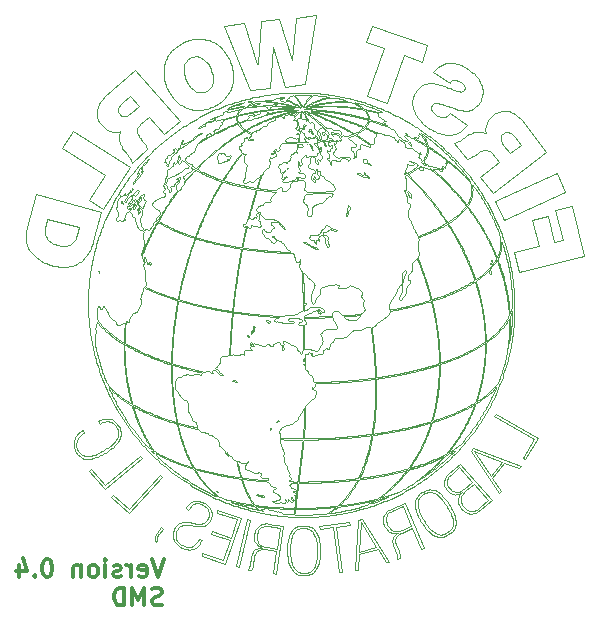
<source format=gbr>
%TF.GenerationSoftware,KiCad,Pcbnew,8.0.2*%
%TF.CreationDate,2024-06-08T15:50:05-05:00*%
%TF.ProjectId,kstars-ekos-smd,6b737461-7273-42d6-956b-6f732d736d64,rev?*%
%TF.SameCoordinates,Original*%
%TF.FileFunction,Legend,Bot*%
%TF.FilePolarity,Positive*%
%FSLAX46Y46*%
G04 Gerber Fmt 4.6, Leading zero omitted, Abs format (unit mm)*
G04 Created by KiCad (PCBNEW 8.0.2) date 2024-06-08 15:50:05*
%MOMM*%
%LPD*%
G01*
G04 APERTURE LIST*
%ADD10C,0.300000*%
%ADD11C,0.100000*%
G04 APERTURE END LIST*
D10*
X159959174Y-126670512D02*
X159459174Y-128170512D01*
X159459174Y-128170512D02*
X158959174Y-126670512D01*
X157887746Y-128099084D02*
X158030603Y-128170512D01*
X158030603Y-128170512D02*
X158316318Y-128170512D01*
X158316318Y-128170512D02*
X158459175Y-128099084D01*
X158459175Y-128099084D02*
X158530603Y-127956226D01*
X158530603Y-127956226D02*
X158530603Y-127384798D01*
X158530603Y-127384798D02*
X158459175Y-127241941D01*
X158459175Y-127241941D02*
X158316318Y-127170512D01*
X158316318Y-127170512D02*
X158030603Y-127170512D01*
X158030603Y-127170512D02*
X157887746Y-127241941D01*
X157887746Y-127241941D02*
X157816318Y-127384798D01*
X157816318Y-127384798D02*
X157816318Y-127527655D01*
X157816318Y-127527655D02*
X158530603Y-127670512D01*
X157173461Y-128170512D02*
X157173461Y-127170512D01*
X157173461Y-127456226D02*
X157102032Y-127313369D01*
X157102032Y-127313369D02*
X157030604Y-127241941D01*
X157030604Y-127241941D02*
X156887746Y-127170512D01*
X156887746Y-127170512D02*
X156744889Y-127170512D01*
X156316318Y-128099084D02*
X156173461Y-128170512D01*
X156173461Y-128170512D02*
X155887747Y-128170512D01*
X155887747Y-128170512D02*
X155744890Y-128099084D01*
X155744890Y-128099084D02*
X155673461Y-127956226D01*
X155673461Y-127956226D02*
X155673461Y-127884798D01*
X155673461Y-127884798D02*
X155744890Y-127741941D01*
X155744890Y-127741941D02*
X155887747Y-127670512D01*
X155887747Y-127670512D02*
X156102033Y-127670512D01*
X156102033Y-127670512D02*
X156244890Y-127599084D01*
X156244890Y-127599084D02*
X156316318Y-127456226D01*
X156316318Y-127456226D02*
X156316318Y-127384798D01*
X156316318Y-127384798D02*
X156244890Y-127241941D01*
X156244890Y-127241941D02*
X156102033Y-127170512D01*
X156102033Y-127170512D02*
X155887747Y-127170512D01*
X155887747Y-127170512D02*
X155744890Y-127241941D01*
X155030604Y-128170512D02*
X155030604Y-127170512D01*
X155030604Y-126670512D02*
X155102032Y-126741941D01*
X155102032Y-126741941D02*
X155030604Y-126813369D01*
X155030604Y-126813369D02*
X154959175Y-126741941D01*
X154959175Y-126741941D02*
X155030604Y-126670512D01*
X155030604Y-126670512D02*
X155030604Y-126813369D01*
X154102032Y-128170512D02*
X154244889Y-128099084D01*
X154244889Y-128099084D02*
X154316318Y-128027655D01*
X154316318Y-128027655D02*
X154387746Y-127884798D01*
X154387746Y-127884798D02*
X154387746Y-127456226D01*
X154387746Y-127456226D02*
X154316318Y-127313369D01*
X154316318Y-127313369D02*
X154244889Y-127241941D01*
X154244889Y-127241941D02*
X154102032Y-127170512D01*
X154102032Y-127170512D02*
X153887746Y-127170512D01*
X153887746Y-127170512D02*
X153744889Y-127241941D01*
X153744889Y-127241941D02*
X153673461Y-127313369D01*
X153673461Y-127313369D02*
X153602032Y-127456226D01*
X153602032Y-127456226D02*
X153602032Y-127884798D01*
X153602032Y-127884798D02*
X153673461Y-128027655D01*
X153673461Y-128027655D02*
X153744889Y-128099084D01*
X153744889Y-128099084D02*
X153887746Y-128170512D01*
X153887746Y-128170512D02*
X154102032Y-128170512D01*
X152959175Y-127170512D02*
X152959175Y-128170512D01*
X152959175Y-127313369D02*
X152887746Y-127241941D01*
X152887746Y-127241941D02*
X152744889Y-127170512D01*
X152744889Y-127170512D02*
X152530603Y-127170512D01*
X152530603Y-127170512D02*
X152387746Y-127241941D01*
X152387746Y-127241941D02*
X152316318Y-127384798D01*
X152316318Y-127384798D02*
X152316318Y-128170512D01*
X150173460Y-126670512D02*
X150030603Y-126670512D01*
X150030603Y-126670512D02*
X149887746Y-126741941D01*
X149887746Y-126741941D02*
X149816318Y-126813369D01*
X149816318Y-126813369D02*
X149744889Y-126956226D01*
X149744889Y-126956226D02*
X149673460Y-127241941D01*
X149673460Y-127241941D02*
X149673460Y-127599084D01*
X149673460Y-127599084D02*
X149744889Y-127884798D01*
X149744889Y-127884798D02*
X149816318Y-128027655D01*
X149816318Y-128027655D02*
X149887746Y-128099084D01*
X149887746Y-128099084D02*
X150030603Y-128170512D01*
X150030603Y-128170512D02*
X150173460Y-128170512D01*
X150173460Y-128170512D02*
X150316318Y-128099084D01*
X150316318Y-128099084D02*
X150387746Y-128027655D01*
X150387746Y-128027655D02*
X150459175Y-127884798D01*
X150459175Y-127884798D02*
X150530603Y-127599084D01*
X150530603Y-127599084D02*
X150530603Y-127241941D01*
X150530603Y-127241941D02*
X150459175Y-126956226D01*
X150459175Y-126956226D02*
X150387746Y-126813369D01*
X150387746Y-126813369D02*
X150316318Y-126741941D01*
X150316318Y-126741941D02*
X150173460Y-126670512D01*
X149030604Y-128027655D02*
X148959175Y-128099084D01*
X148959175Y-128099084D02*
X149030604Y-128170512D01*
X149030604Y-128170512D02*
X149102032Y-128099084D01*
X149102032Y-128099084D02*
X149030604Y-128027655D01*
X149030604Y-128027655D02*
X149030604Y-128170512D01*
X147673461Y-127170512D02*
X147673461Y-128170512D01*
X148030603Y-126599084D02*
X148387746Y-127670512D01*
X148387746Y-127670512D02*
X147459175Y-127670512D01*
X159816317Y-130514000D02*
X159602032Y-130585428D01*
X159602032Y-130585428D02*
X159244889Y-130585428D01*
X159244889Y-130585428D02*
X159102032Y-130514000D01*
X159102032Y-130514000D02*
X159030603Y-130442571D01*
X159030603Y-130442571D02*
X158959174Y-130299714D01*
X158959174Y-130299714D02*
X158959174Y-130156857D01*
X158959174Y-130156857D02*
X159030603Y-130014000D01*
X159030603Y-130014000D02*
X159102032Y-129942571D01*
X159102032Y-129942571D02*
X159244889Y-129871142D01*
X159244889Y-129871142D02*
X159530603Y-129799714D01*
X159530603Y-129799714D02*
X159673460Y-129728285D01*
X159673460Y-129728285D02*
X159744889Y-129656857D01*
X159744889Y-129656857D02*
X159816317Y-129514000D01*
X159816317Y-129514000D02*
X159816317Y-129371142D01*
X159816317Y-129371142D02*
X159744889Y-129228285D01*
X159744889Y-129228285D02*
X159673460Y-129156857D01*
X159673460Y-129156857D02*
X159530603Y-129085428D01*
X159530603Y-129085428D02*
X159173460Y-129085428D01*
X159173460Y-129085428D02*
X158959174Y-129156857D01*
X158316318Y-130585428D02*
X158316318Y-129085428D01*
X158316318Y-129085428D02*
X157816318Y-130156857D01*
X157816318Y-130156857D02*
X157316318Y-129085428D01*
X157316318Y-129085428D02*
X157316318Y-130585428D01*
X156602032Y-130585428D02*
X156602032Y-129085428D01*
X156602032Y-129085428D02*
X156244889Y-129085428D01*
X156244889Y-129085428D02*
X156030603Y-129156857D01*
X156030603Y-129156857D02*
X155887746Y-129299714D01*
X155887746Y-129299714D02*
X155816317Y-129442571D01*
X155816317Y-129442571D02*
X155744889Y-129728285D01*
X155744889Y-129728285D02*
X155744889Y-129942571D01*
X155744889Y-129942571D02*
X155816317Y-130228285D01*
X155816317Y-130228285D02*
X155887746Y-130371142D01*
X155887746Y-130371142D02*
X156030603Y-130514000D01*
X156030603Y-130514000D02*
X156244889Y-130585428D01*
X156244889Y-130585428D02*
X156602032Y-130585428D01*
D11*
X156506822Y-96527374D02*
X156487764Y-96496270D01*
X186381795Y-103114720D02*
X186465696Y-103053380D01*
X186497503Y-103030720D01*
X183491193Y-93804973D02*
X183523321Y-93709430D01*
X183535296Y-93604647D01*
X183536584Y-93526039D01*
X173696343Y-100076973D02*
X173669198Y-99979758D01*
X173650562Y-99880148D01*
X173648519Y-99866837D01*
X159617048Y-119563620D02*
X157007184Y-122425925D01*
X184039140Y-117628602D02*
X184093478Y-117542753D01*
X184107476Y-117524116D01*
X170958658Y-89094623D02*
X170882767Y-89025486D01*
X170776224Y-89017339D01*
X170745004Y-89024898D01*
X169323847Y-92321266D02*
X169226883Y-92347593D01*
X169212876Y-92350575D01*
X172027120Y-89944466D02*
X171925200Y-89949160D01*
X171890543Y-89953842D01*
X168274095Y-121419976D02*
X168261957Y-121386520D01*
X166856126Y-118860222D02*
X166846872Y-118910111D01*
X169946306Y-94488277D02*
X170029733Y-94494278D01*
X169164339Y-99372421D02*
X169102052Y-99311039D01*
X186273298Y-117502096D02*
X188601423Y-118426657D01*
X160190713Y-92737744D02*
X160262952Y-92663831D01*
X160265321Y-92559872D01*
X160264238Y-92549141D01*
X148395368Y-98545798D02*
X148358438Y-98689984D01*
X148328718Y-98832090D01*
X148306141Y-98972043D01*
X148290638Y-99109770D01*
X148282141Y-99245201D01*
X148280583Y-99378262D01*
X148285895Y-99508882D01*
X148298009Y-99636988D01*
X148316857Y-99762507D01*
X148342371Y-99885369D01*
X148374484Y-100005500D01*
X148413126Y-100122829D01*
X148458230Y-100237283D01*
X148509728Y-100348789D01*
X148567553Y-100457277D01*
X148631635Y-100562673D01*
X148701906Y-100664906D01*
X148778300Y-100763903D01*
X148860747Y-100859592D01*
X148949180Y-100951901D01*
X149043531Y-101040757D01*
X149143732Y-101126089D01*
X149249714Y-101207824D01*
X149361409Y-101285890D01*
X149478750Y-101360215D01*
X149601669Y-101430727D01*
X149730097Y-101497353D01*
X149863966Y-101560022D01*
X150003209Y-101618660D01*
X150147757Y-101673197D01*
X150297542Y-101723559D01*
X150452497Y-101769675D01*
X173533525Y-90682709D02*
X173515003Y-90781843D01*
X173513177Y-90792801D01*
X195577985Y-101016257D02*
X194525251Y-96728903D01*
X169978547Y-93108421D02*
X169904773Y-93181758D01*
X169836411Y-93205357D01*
X166897218Y-98472103D02*
X166905812Y-98571820D01*
X166900438Y-98594963D01*
X168369417Y-89116848D02*
X168461078Y-89076296D01*
X168474664Y-89072391D01*
X167040010Y-107648453D02*
X167014917Y-107733261D01*
X168999208Y-108583809D02*
X168923753Y-108515388D01*
X157127687Y-113575424D02*
X157220006Y-113628360D01*
X157281954Y-113709888D01*
X157311189Y-113812607D01*
X181130418Y-98694443D02*
X181088523Y-98589537D01*
X181047080Y-98484411D01*
X181005077Y-98379526D01*
X180961504Y-98275343D01*
X180915348Y-98172322D01*
X180865598Y-98070923D01*
X180811243Y-97971609D01*
X180751272Y-97874840D01*
X189158372Y-106355477D02*
X189187055Y-106319405D01*
X188161340Y-101100033D02*
X188120711Y-101001119D01*
X188079747Y-100902728D01*
X188038428Y-100804843D01*
X187996737Y-100707448D01*
X187954657Y-100610527D01*
X187912168Y-100514063D01*
X187869254Y-100418040D01*
X187825897Y-100322442D01*
X187782078Y-100227253D01*
X187737779Y-100132456D01*
X187692983Y-100038036D01*
X187647673Y-99943975D01*
X187601829Y-99850258D01*
X187555434Y-99756868D01*
X187508470Y-99663790D01*
X187460920Y-99571007D01*
X177198572Y-93059998D02*
X177286950Y-93109123D01*
X185646615Y-109243477D02*
X185741426Y-109196069D01*
X185835908Y-109148001D01*
X185862871Y-109134202D01*
X169300783Y-98617970D02*
X169209856Y-98660925D01*
X169195863Y-98663388D01*
X159621377Y-97260033D02*
X159581466Y-97165358D01*
X159556336Y-97139695D01*
X168322000Y-122410088D02*
X168272371Y-122405312D01*
X176871107Y-105214584D02*
X176916320Y-105304285D01*
X176922208Y-105317352D01*
X166666978Y-118524849D02*
X166770529Y-118519867D01*
X166832551Y-118515617D01*
X161214479Y-92499283D02*
X161285508Y-92492947D01*
X186290654Y-102858170D02*
X186244252Y-102721439D01*
X186196785Y-102585140D01*
X186148265Y-102449268D01*
X186098702Y-102313817D01*
X186048108Y-102178784D01*
X185996493Y-102044163D01*
X185943868Y-101909950D01*
X185890245Y-101776141D01*
X185835635Y-101642730D01*
X185780048Y-101509714D01*
X185723496Y-101377088D01*
X185665990Y-101244846D01*
X185607541Y-101112985D01*
X185548159Y-100981500D01*
X185487857Y-100850386D01*
X185426645Y-100719639D01*
X161452401Y-103215466D02*
X161427718Y-103321339D01*
X161403564Y-103427341D01*
X161379812Y-103533439D01*
X161356336Y-103639600D01*
X161342996Y-103700280D01*
X179745088Y-111100159D02*
X179878133Y-111074534D01*
X180011035Y-111048294D01*
X180143792Y-111021441D01*
X180276407Y-110993975D01*
X180408879Y-110965898D01*
X180541209Y-110937209D01*
X180673398Y-110907910D01*
X180805447Y-110878003D01*
X180937356Y-110847487D01*
X181069126Y-110816363D01*
X181200758Y-110784633D01*
X181332252Y-110752298D01*
X181463609Y-110719358D01*
X181594830Y-110685814D01*
X181725915Y-110651668D01*
X181856866Y-110616920D01*
X170139375Y-106699135D02*
X170245785Y-106672255D01*
X170352523Y-106665846D01*
X170459693Y-106673177D01*
X170567400Y-106687523D01*
X185171247Y-122419577D02*
X185260445Y-122512602D01*
X185353279Y-122592913D01*
X185449356Y-122660644D01*
X185548284Y-122715925D01*
X185649669Y-122758889D01*
X185753118Y-122789670D01*
X185858241Y-122808398D01*
X185964643Y-122815206D01*
X186071931Y-122810227D01*
X186179714Y-122793593D01*
X186287599Y-122765436D01*
X186395192Y-122725889D01*
X186502102Y-122675083D01*
X186607935Y-122613152D01*
X186712299Y-122540227D01*
X186814802Y-122456442D01*
X171828706Y-116451065D02*
X171828954Y-116373322D01*
X168369768Y-121406945D02*
X168434061Y-121386688D01*
X167453501Y-97886498D02*
X167357977Y-97849056D01*
X167336968Y-97838109D01*
X156579210Y-109097099D02*
X156582205Y-109214209D01*
X156585733Y-109331316D01*
X156589899Y-109448404D01*
X156594809Y-109565458D01*
X156600567Y-109682462D01*
X156602693Y-109721451D01*
X161819322Y-101809963D02*
X161790422Y-101911871D01*
X161761814Y-102013864D01*
X161733549Y-102115953D01*
X161705676Y-102218147D01*
X161689943Y-102276596D01*
X167148660Y-89197640D02*
X167196916Y-89258484D01*
X177674303Y-116034676D02*
X177690306Y-115916426D01*
X177706461Y-115798964D01*
X177722606Y-115682163D01*
X177738579Y-115565892D01*
X177754220Y-115450023D01*
X177769366Y-115334429D01*
X177783857Y-115218979D01*
X177797532Y-115103546D01*
X163164411Y-125035788D02*
X162936384Y-124923727D01*
X169516923Y-97998505D02*
X169604579Y-98048131D01*
X169635744Y-98071766D01*
X164995301Y-94445938D02*
X164941353Y-94532188D01*
X164915826Y-94553425D01*
X186305082Y-113646370D02*
X186350334Y-113552540D01*
X186417681Y-113469583D01*
X186497985Y-113406872D01*
X186507131Y-113401055D01*
X166960558Y-90331894D02*
X167102487Y-90252693D01*
X167244929Y-90175050D01*
X167387898Y-90098968D01*
X167531411Y-90024451D01*
X167675483Y-89951505D01*
X167820131Y-89880134D01*
X167965369Y-89810342D01*
X168111215Y-89742134D01*
X168257682Y-89675515D01*
X168404789Y-89610490D01*
X168552549Y-89547062D01*
X168700980Y-89485236D01*
X168850097Y-89425017D01*
X168999915Y-89366410D01*
X169150451Y-89309418D01*
X169301721Y-89254048D01*
X170669782Y-125957175D02*
X170669091Y-125837190D01*
X170670596Y-125721127D01*
X170674306Y-125608976D01*
X170680231Y-125500726D01*
X170688381Y-125396369D01*
X170698765Y-125295894D01*
X170726277Y-125106554D01*
X170762844Y-124932627D01*
X170808544Y-124774037D01*
X170863455Y-124630705D01*
X170927655Y-124502554D01*
X171001222Y-124389506D01*
X171084234Y-124291484D01*
X171176769Y-124208411D01*
X171278905Y-124140207D01*
X171390720Y-124086797D01*
X171512291Y-124048102D01*
X171643697Y-124024045D01*
X171785017Y-124014548D01*
X177581311Y-121901108D02*
X177667915Y-121846873D01*
X177701768Y-121825600D01*
X166446771Y-119744041D02*
X166373796Y-119743599D01*
X171416597Y-90675759D02*
X171471018Y-90588457D01*
X171474359Y-90586098D01*
X171119920Y-101400074D02*
X171165628Y-101490372D01*
X173766489Y-92123367D02*
X173766267Y-92067066D01*
X165752107Y-111561554D02*
X165848721Y-111523030D01*
X165954431Y-111522195D01*
X165967500Y-111524666D01*
X172059877Y-88751813D02*
X172211774Y-88810074D01*
X172363208Y-88869380D01*
X172514184Y-88929722D01*
X172664705Y-88991089D01*
X172814777Y-89053473D01*
X172964402Y-89116865D01*
X173113586Y-89181255D01*
X173262332Y-89246633D01*
X173410644Y-89312991D01*
X173558527Y-89380319D01*
X173705986Y-89448607D01*
X173853023Y-89517847D01*
X173999643Y-89588029D01*
X174145851Y-89659144D01*
X174291651Y-89731182D01*
X174437047Y-89804134D01*
X177622419Y-81499411D02*
X177126813Y-82877585D01*
X182131719Y-95689976D02*
X182058620Y-95605660D01*
X181985151Y-95521662D01*
X181911294Y-95438005D01*
X181837033Y-95354713D01*
X189532457Y-103212265D02*
X189517600Y-103087901D01*
X189501891Y-102963738D01*
X189485328Y-102839774D01*
X189467911Y-102716010D01*
X189449640Y-102592446D01*
X189430515Y-102469083D01*
X189410534Y-102345919D01*
X189389697Y-102222956D01*
X189368005Y-102100193D01*
X189345456Y-101977630D01*
X189322051Y-101855267D01*
X189297788Y-101733105D01*
X189272668Y-101611143D01*
X189246689Y-101489382D01*
X189219852Y-101367821D01*
X189192157Y-101246461D01*
X189163601Y-101125301D01*
X189134187Y-101004342D01*
X189103911Y-100883583D01*
X189072776Y-100763026D01*
X189040779Y-100642669D01*
X189007921Y-100522513D01*
X188974201Y-100402557D01*
X188939618Y-100282803D01*
X188904173Y-100163250D01*
X188867865Y-100043898D01*
X188830694Y-99924746D01*
X188792658Y-99805796D01*
X188753758Y-99687048D01*
X188713993Y-99568500D01*
X188673363Y-99450154D01*
X188631868Y-99332009D01*
X169405747Y-92156795D02*
X169344179Y-92121910D01*
X180356161Y-91739479D02*
X180407982Y-91653546D01*
X180381521Y-91551555D01*
X165196252Y-117695191D02*
X165247256Y-117781777D01*
X165319798Y-117861367D01*
X165366586Y-117897515D01*
X167992525Y-121318748D02*
X168087702Y-121352507D01*
X168172609Y-121406448D01*
X161283464Y-95416062D02*
X161377660Y-95373298D01*
X161436909Y-95283950D01*
X161448251Y-95242977D01*
X173168340Y-105760872D02*
X173098174Y-105681990D01*
X173041398Y-105622734D01*
X173947698Y-87533707D02*
X173841375Y-87556516D01*
X173735751Y-87580892D01*
X173630803Y-87606866D01*
X173526510Y-87634468D01*
X173422852Y-87663729D01*
X173319807Y-87694679D01*
X173217353Y-87727349D01*
X173115471Y-87761769D01*
X173014138Y-87797971D01*
X172913333Y-87835983D01*
X172846414Y-87862347D01*
X167483072Y-96587540D02*
X167525396Y-96436266D01*
X167564338Y-96297967D01*
X167600083Y-96172027D01*
X167632818Y-96057832D01*
X167662731Y-95954767D01*
X167702715Y-95819694D01*
X167737398Y-95706206D01*
X167776483Y-95584879D01*
X167815936Y-95474508D01*
X167858842Y-95379845D01*
X172884133Y-90333088D02*
X172818162Y-90350136D01*
X160889169Y-94896099D02*
X160943378Y-94808411D01*
X160981500Y-94778176D01*
X175451524Y-97330643D02*
X175487837Y-97230843D01*
X175510764Y-97129382D01*
X175521709Y-97026070D01*
X175522077Y-96920720D01*
X179655622Y-126147360D02*
X179692791Y-126253134D01*
X179716212Y-126361823D01*
X179725457Y-126472413D01*
X179720095Y-126583892D01*
X179710309Y-126647604D01*
X166837655Y-92459332D02*
X166774600Y-92545204D01*
X166768325Y-92649440D01*
X166773042Y-92664921D01*
X172966821Y-105648186D02*
X172983068Y-105746924D01*
X173054806Y-105819136D01*
X173075277Y-105828743D01*
X171088747Y-87548638D02*
X171156754Y-87631851D01*
X171222794Y-87718179D01*
X171286088Y-87806320D01*
X171345858Y-87894971D01*
X171401327Y-87982831D01*
X171467252Y-88096495D01*
X171522305Y-88203348D01*
X171564643Y-88300305D01*
X171596879Y-88402882D01*
X177126813Y-82877585D02*
X178632673Y-83419089D01*
X185394880Y-90977682D02*
X185295466Y-91047781D01*
X185198346Y-91112993D01*
X185104036Y-91173017D01*
X185013053Y-91227548D01*
X184897809Y-91291189D01*
X184790622Y-91343809D01*
X184692715Y-91384691D01*
X184585250Y-91418191D01*
X184529645Y-91428366D01*
X180769807Y-102486996D02*
X180779314Y-102478489D01*
X166159318Y-89734630D02*
X166039228Y-89783549D01*
X165919387Y-89833016D01*
X165799797Y-89883040D01*
X165680464Y-89933631D01*
X165561392Y-89984799D01*
X165442586Y-90036554D01*
X165324049Y-90088906D01*
X165205787Y-90141864D01*
X165087803Y-90195439D01*
X164970102Y-90249640D01*
X164852690Y-90304479D01*
X164735569Y-90359963D01*
X164618745Y-90416104D01*
X164502222Y-90472912D01*
X164386004Y-90530395D01*
X164270097Y-90588566D01*
X170610383Y-119345306D02*
X170548099Y-119262347D01*
X170493957Y-119174987D01*
X170450580Y-119081087D01*
X170432100Y-119025307D01*
X157122419Y-87436423D02*
X157870954Y-88290182D01*
X164979181Y-89418866D02*
X164881049Y-89438689D01*
X164842149Y-89441921D01*
X177171129Y-92916271D02*
X177159006Y-93016221D01*
X177198572Y-93059998D01*
X174065671Y-93219208D02*
X174028947Y-93126659D01*
X166200822Y-118452995D02*
X166194932Y-118367805D01*
X172053125Y-110686707D02*
X171971346Y-110620134D01*
X171916868Y-110577675D01*
X160848005Y-124108053D02*
X160795966Y-124228313D01*
X160758193Y-124347742D01*
X160734225Y-124465895D01*
X160723600Y-124582330D01*
X160725854Y-124696604D01*
X160740527Y-124808272D01*
X160767156Y-124916894D01*
X160805280Y-125022024D01*
X160854435Y-125123220D01*
X160914161Y-125220039D01*
X160983994Y-125312039D01*
X161063474Y-125398775D01*
X161152137Y-125479804D01*
X161249522Y-125554685D01*
X161355167Y-125622972D01*
X161468610Y-125684225D01*
X171827905Y-106076340D02*
X171859654Y-106056954D01*
X171292405Y-88774898D02*
X171295419Y-88774716D01*
X156246530Y-112850647D02*
X156138922Y-112766284D01*
X156033231Y-112679966D01*
X155929550Y-112591595D01*
X155827975Y-112501073D01*
X155728597Y-112408306D01*
X155631512Y-112313194D01*
X155536814Y-112215643D01*
X155444595Y-112115554D01*
X155354950Y-112012831D01*
X155267973Y-111907377D01*
X155211518Y-111835510D01*
X184529645Y-91428366D02*
X185610700Y-92816550D01*
X174642885Y-89824848D02*
X174552250Y-89778206D01*
X174461446Y-89731876D01*
X174370469Y-89685876D01*
X174279314Y-89640225D01*
X174187977Y-89594940D01*
X174096454Y-89550039D01*
X174004742Y-89505541D01*
X173912836Y-89461464D01*
X175063993Y-106034676D02*
X175006326Y-105952260D01*
X174948766Y-105875458D01*
X170111894Y-93924904D02*
X170028807Y-93989381D01*
X170004388Y-94087412D01*
X170006669Y-94120488D01*
X159490037Y-97898816D02*
X159425315Y-97978915D01*
X159411424Y-97982223D01*
X170604799Y-92913834D02*
X170554704Y-92923141D01*
X177934072Y-90785336D02*
X177905371Y-90884228D01*
X177890512Y-90898842D01*
X160582239Y-110064125D02*
X160460277Y-110036920D01*
X160338922Y-110001702D01*
X160228966Y-109967011D01*
X160104152Y-109925679D01*
X159965716Y-109878116D01*
X159866468Y-109843148D01*
X159762083Y-109805713D01*
X159652927Y-109765934D01*
X159539367Y-109723931D01*
X159421769Y-109679826D01*
X159300499Y-109633740D01*
X159238603Y-109609993D01*
X159289899Y-125245505D02*
X159393415Y-125080221D01*
X165540388Y-84443503D02*
X165474811Y-84304289D01*
X165404279Y-84168792D01*
X165328849Y-84037256D01*
X165248578Y-83909926D01*
X165163524Y-83787044D01*
X165073743Y-83668855D01*
X164979293Y-83555602D01*
X164880231Y-83447531D01*
X164776614Y-83344884D01*
X164668500Y-83247905D01*
X164555945Y-83156838D01*
X164439008Y-83071928D01*
X164317744Y-82993418D01*
X164192212Y-82921551D01*
X164062468Y-82856573D01*
X163928571Y-82798727D01*
X168251916Y-121319359D02*
X168277551Y-121341759D01*
X172532129Y-91005623D02*
X172607980Y-90960415D01*
X167505647Y-107380646D02*
X167495569Y-107409149D01*
X176383172Y-94093559D02*
X176348527Y-94078366D01*
X166194833Y-102272198D02*
X166178827Y-102373715D01*
X166163116Y-102475281D01*
X166147678Y-102576892D01*
X166132486Y-102678542D01*
X166117516Y-102780226D01*
X166102744Y-102881942D01*
X166088146Y-102983683D01*
X166073697Y-103085445D01*
X166059372Y-103187224D01*
X166045146Y-103289015D01*
X166035707Y-103356881D01*
X168330247Y-122565865D02*
X168273256Y-122553421D01*
X154315778Y-88674704D02*
X154298954Y-88798582D01*
X154293457Y-88921299D01*
X154299181Y-89042734D01*
X154316018Y-89162767D01*
X154343863Y-89281279D01*
X154382610Y-89398151D01*
X154432152Y-89513264D01*
X154492383Y-89626497D01*
X154563197Y-89737731D01*
X154644488Y-89846847D01*
X154704450Y-89918356D01*
X186512285Y-108780327D02*
X186603856Y-108726865D01*
X186694992Y-108672670D01*
X186720915Y-108656998D01*
X156597688Y-95741524D02*
X156649324Y-95669045D01*
X169832544Y-87743679D02*
X169812021Y-87824486D01*
X168846154Y-106640266D02*
X168938814Y-106621537D01*
X169177949Y-98106018D02*
X169083196Y-98138336D01*
X169070626Y-98155308D01*
X163684907Y-115989213D02*
X163733629Y-115998154D01*
X167181047Y-107856728D02*
X167183275Y-107811058D01*
X171535516Y-109193748D02*
X171490633Y-109103990D01*
X171417131Y-109054444D01*
X170607217Y-120382286D02*
X170646381Y-120287421D01*
X170651186Y-120285912D01*
X168061136Y-108507774D02*
X167962692Y-108471977D01*
X167890703Y-108464859D01*
X173044550Y-99173431D02*
X173140117Y-99134426D01*
X173204856Y-99048957D01*
X173217965Y-99008145D01*
X176608007Y-91883541D02*
X176565232Y-91951348D01*
X157158220Y-96938373D02*
X157130281Y-96995095D01*
X158275086Y-95908714D02*
X158249659Y-96005897D01*
X158241174Y-96057224D01*
X180364118Y-121920309D02*
X179189313Y-122419333D01*
X169325219Y-88309864D02*
X169443455Y-88314950D01*
X169561651Y-88320598D01*
X169679798Y-88326887D01*
X169797890Y-88333898D01*
X169915920Y-88341711D01*
X170033882Y-88350408D01*
X170151770Y-88360068D01*
X170269575Y-88370772D01*
X170387293Y-88382601D01*
X170504916Y-88395635D01*
X170583276Y-88405034D01*
X173153390Y-109279473D02*
X173255379Y-109280516D01*
X173357354Y-109277710D01*
X171903814Y-95157120D02*
X171927762Y-95056570D01*
X171925834Y-94955276D01*
X171914941Y-94907471D01*
X182593675Y-104846470D02*
X182620222Y-104954719D01*
X182646260Y-105063070D01*
X182671787Y-105171524D01*
X182696803Y-105280079D01*
X182721308Y-105388736D01*
X182745302Y-105497493D01*
X182768784Y-105606352D01*
X182791755Y-105715310D01*
X182814213Y-105824368D01*
X182836159Y-105933526D01*
X182857592Y-106042783D01*
X182878512Y-106152139D01*
X182898920Y-106261593D01*
X182918813Y-106371145D01*
X182938193Y-106480794D01*
X182957059Y-106590541D01*
X182975410Y-106700385D01*
X182993247Y-106810325D01*
X183010569Y-106920362D01*
X183027376Y-107030494D01*
X183043668Y-107140722D01*
X183059444Y-107251045D01*
X183074704Y-107361462D01*
X183089449Y-107471974D01*
X183103676Y-107582580D01*
X183117387Y-107693279D01*
X183130581Y-107804072D01*
X183143258Y-107914957D01*
X183155417Y-108025935D01*
X183167058Y-108137005D01*
X183178181Y-108248167D01*
X183188787Y-108359421D01*
X180619432Y-91193730D02*
X180568208Y-91122242D01*
X169000246Y-96240749D02*
X169030920Y-96337115D01*
X169032793Y-96343152D01*
X188702985Y-90631247D02*
X188796439Y-90569085D01*
X188888773Y-90528408D01*
X189010429Y-90506074D01*
X189130783Y-90518290D01*
X189250230Y-90562972D01*
X189339457Y-90616538D01*
X189428563Y-90686315D01*
X189517714Y-90771427D01*
X189607077Y-90870993D01*
X189666852Y-90944968D01*
X156222028Y-88981100D02*
X156154528Y-88891460D01*
X156108545Y-88801681D01*
X156079172Y-88681558D01*
X156084375Y-88560710D01*
X156122053Y-88438865D01*
X156170360Y-88346663D01*
X156234868Y-88253633D01*
X156314690Y-88159660D01*
X156408940Y-88064630D01*
X156479352Y-88000632D01*
X170962861Y-120898559D02*
X171065477Y-120909834D01*
X171076120Y-120911171D01*
X193046247Y-99826315D02*
X192502302Y-97612692D01*
X160974359Y-91952595D02*
X161054140Y-91993454D01*
X154413515Y-102236867D02*
X154448831Y-102242363D01*
X168131608Y-121256661D02*
X168130586Y-121255638D01*
X157069032Y-95509113D02*
X157129639Y-95427061D01*
X157132020Y-95423882D01*
X166361871Y-89033120D02*
X166262910Y-89049354D01*
X166252512Y-89050945D01*
X170037408Y-94705433D02*
X170094965Y-94728973D01*
X174890809Y-92640957D02*
X174984582Y-92601666D01*
X175091322Y-92589501D01*
X175174119Y-92598610D01*
X161834733Y-117701241D02*
X161876368Y-117801277D01*
X161918951Y-117900934D01*
X161962422Y-118000210D01*
X162006723Y-118099106D01*
X170221540Y-86662497D02*
X171930524Y-86472311D01*
X157872781Y-93654892D02*
X157911485Y-93604851D01*
X169307794Y-122552445D02*
X169207959Y-122532646D01*
X169107933Y-122513785D01*
X169007780Y-122495580D01*
X168907564Y-122477753D01*
X170021882Y-93904266D02*
X170056909Y-93851177D01*
X175596452Y-91052807D02*
X175535040Y-90977066D01*
X170672494Y-119987877D02*
X170739167Y-119911133D01*
X170735734Y-119881951D01*
X164620088Y-116754677D02*
X164620729Y-116856728D01*
X170182939Y-98635086D02*
X170195840Y-98696052D01*
X175923254Y-92115127D02*
X175854982Y-92058102D01*
X171362421Y-90269634D02*
X171337875Y-90368498D01*
X171335420Y-90371868D01*
X173889783Y-90563389D02*
X173938456Y-90652266D01*
X173949411Y-90672916D01*
X173050546Y-90381809D02*
X173062029Y-90404538D01*
X169245935Y-92253189D02*
X169346713Y-92235515D01*
X169369264Y-92228897D01*
X157682100Y-94018089D02*
X157724443Y-93955429D01*
X160739312Y-118312050D02*
X160639994Y-118270472D01*
X160541032Y-118228170D01*
X160442434Y-118185126D01*
X160344209Y-118141322D01*
X160246365Y-118096741D01*
X160148912Y-118051366D01*
X160051859Y-118005178D01*
X159955213Y-117958160D01*
X159858985Y-117910294D01*
X159763183Y-117861563D01*
X159667815Y-117811949D01*
X159572891Y-117761434D01*
X159478419Y-117710002D01*
X159384409Y-117657633D01*
X159290869Y-117604311D01*
X159197808Y-117550019D01*
X174491815Y-91981048D02*
X174424886Y-92039986D01*
X168711286Y-125670309D02*
X168595121Y-125649785D01*
X168487086Y-125623103D01*
X168387243Y-125590271D01*
X168252970Y-125529512D01*
X168137473Y-125454968D01*
X168040960Y-125366672D01*
X167963638Y-125264653D01*
X167905715Y-125148943D01*
X167867398Y-125019575D01*
X167848895Y-124876579D01*
X167847671Y-124773692D01*
X167855406Y-124664772D01*
X167862653Y-124608053D01*
X170724290Y-92429817D02*
X170715776Y-92439323D01*
X166849367Y-94006531D02*
X166860576Y-94110639D01*
X166839929Y-94179558D01*
X168135454Y-94150788D02*
X168176836Y-94138367D01*
X157675272Y-96305397D02*
X157723413Y-96265576D01*
X164942621Y-111060135D02*
X164841086Y-111065457D01*
X164824266Y-111062500D01*
X188759850Y-100348145D02*
X188799782Y-100486920D01*
X188838594Y-100625950D01*
X188876284Y-100765235D01*
X188912854Y-100904773D01*
X188948301Y-101044564D01*
X188982624Y-101184608D01*
X189015825Y-101324904D01*
X189047900Y-101465452D01*
X189078851Y-101606250D01*
X189108676Y-101747299D01*
X189137375Y-101888598D01*
X189164946Y-102030146D01*
X189191390Y-102171944D01*
X189216705Y-102313989D01*
X189240891Y-102456283D01*
X189263948Y-102598824D01*
X180667429Y-97198791D02*
X180666185Y-97091703D01*
X180706340Y-96992027D01*
X180769757Y-96929848D01*
X150452497Y-101769675D02*
X150621922Y-101813741D01*
X150787776Y-101850353D01*
X150950035Y-101879570D01*
X151108673Y-101901450D01*
X151263668Y-101916051D01*
X151414994Y-101923433D01*
X151562629Y-101923654D01*
X151706548Y-101916773D01*
X151846726Y-101902848D01*
X151983141Y-101881939D01*
X152115767Y-101854103D01*
X152244581Y-101819400D01*
X152369559Y-101777889D01*
X152490677Y-101729627D01*
X152607910Y-101674674D01*
X152721234Y-101613089D01*
X152830627Y-101544929D01*
X152936062Y-101470254D01*
X153037517Y-101389123D01*
X153134968Y-101301594D01*
X153228390Y-101207726D01*
X153317759Y-101107577D01*
X153403051Y-101001207D01*
X153484243Y-100888674D01*
X153561309Y-100770036D01*
X153634227Y-100645353D01*
X153702972Y-100514682D01*
X153767519Y-100378084D01*
X153827846Y-100235616D01*
X153883927Y-100087336D01*
X153935739Y-99933305D01*
X153983259Y-99773581D01*
X157762101Y-93982559D02*
X157720788Y-94007370D01*
X168813337Y-123662253D02*
X168699237Y-123650069D01*
X168588627Y-123647035D01*
X168481872Y-123653163D01*
X168379338Y-123668463D01*
X168281390Y-123692946D01*
X168143868Y-123746916D01*
X168018720Y-123821615D01*
X167907180Y-123917080D01*
X167840990Y-123992280D01*
X167781761Y-124076738D01*
X167729861Y-124170465D01*
X167685653Y-124273474D01*
X167649503Y-124385776D01*
X167621777Y-124507381D01*
X167611188Y-124571677D01*
X169984849Y-88761891D02*
X170090130Y-88746654D01*
X170195492Y-88731962D01*
X170300923Y-88717734D01*
X170406410Y-88703891D01*
X170511942Y-88690354D01*
X170617508Y-88677044D01*
X170723094Y-88663882D01*
X170828689Y-88650788D01*
X170934282Y-88637684D01*
X171039859Y-88624490D01*
X171110231Y-88615605D01*
X174943986Y-91137055D02*
X174973527Y-91185692D01*
X168317048Y-99072693D02*
X168366716Y-99163747D01*
X168424182Y-99247855D01*
X168491221Y-99322947D01*
X168569609Y-99386949D01*
X168661120Y-99437790D01*
X168694848Y-99451455D01*
X166108552Y-89087589D02*
X166043382Y-89113358D01*
X168130869Y-105962723D02*
X168016525Y-105952622D01*
X167902217Y-105942078D01*
X167787952Y-105931054D01*
X167673741Y-105919511D01*
X167559594Y-105907414D01*
X167521562Y-105903252D01*
X181419942Y-93267193D02*
X181480050Y-93325177D01*
X177942700Y-121560036D02*
X177810220Y-121591947D01*
X177677601Y-121623204D01*
X177544842Y-121653809D01*
X177411943Y-121683761D01*
X177278905Y-121713062D01*
X177145726Y-121741711D01*
X177012406Y-121769711D01*
X176878947Y-121797060D01*
X176745346Y-121823761D01*
X176611605Y-121849812D01*
X176522367Y-121866821D01*
X179731629Y-90720063D02*
X179787362Y-90807743D01*
X179854725Y-90885361D01*
X179933047Y-90953405D01*
X179949968Y-90965909D01*
X182522081Y-115247368D02*
X182478356Y-115384013D01*
X182433263Y-115520146D01*
X182386799Y-115655765D01*
X182338961Y-115790868D01*
X182289744Y-115925453D01*
X182239145Y-116059521D01*
X182187162Y-116193068D01*
X182133789Y-116326095D01*
X182079024Y-116458600D01*
X182022864Y-116590581D01*
X181984647Y-116678277D01*
X166661898Y-100401223D02*
X166764436Y-100415858D01*
X166825944Y-100424835D01*
X159608949Y-98102005D02*
X159521753Y-98047051D01*
X159499955Y-98017639D01*
X160112482Y-92943997D02*
X160108390Y-92843638D01*
X160099199Y-92808796D01*
X162245957Y-89663723D02*
X162127506Y-89734899D01*
X162009675Y-89806876D01*
X161892467Y-89879656D01*
X161775882Y-89953242D01*
X161659924Y-90027636D01*
X161544594Y-90102841D01*
X161429895Y-90178860D01*
X161315829Y-90255696D01*
X161202398Y-90333351D01*
X161089604Y-90411828D01*
X160977449Y-90491129D01*
X160865936Y-90571258D01*
X160755067Y-90652218D01*
X160644844Y-90734010D01*
X160535268Y-90816637D01*
X160426343Y-90900103D01*
X160318071Y-90984410D01*
X160210452Y-91069561D01*
X160103491Y-91155558D01*
X159997189Y-91242404D01*
X159891548Y-91330102D01*
X159786570Y-91418654D01*
X159682257Y-91508064D01*
X159578612Y-91598334D01*
X159475637Y-91689466D01*
X159373334Y-91781464D01*
X159271706Y-91874330D01*
X159170753Y-91968067D01*
X159070479Y-92062677D01*
X158970886Y-92158164D01*
X158871976Y-92254529D01*
X158773751Y-92351777D01*
X174155222Y-103447693D02*
X174256694Y-103440007D01*
X174356621Y-103424939D01*
X174369630Y-103421761D01*
X164703615Y-117092743D02*
X164773350Y-117169509D01*
X164854657Y-117232244D01*
X164896013Y-117256935D01*
X168317376Y-88260090D02*
X168195953Y-88266566D01*
X168074534Y-88273124D01*
X167953116Y-88279711D01*
X167831697Y-88286276D01*
X167710275Y-88292766D01*
X167588849Y-88299130D01*
X167540277Y-88301628D01*
X177706532Y-121716217D02*
X177653001Y-121774262D01*
X176181982Y-88062363D02*
X176096345Y-88014149D01*
X189451532Y-105672615D02*
X189450917Y-105841262D01*
X189448503Y-106009723D01*
X189444256Y-106177996D01*
X189438142Y-106346078D01*
X189430125Y-106513967D01*
X189420173Y-106681661D01*
X189408251Y-106849159D01*
X189394326Y-107016458D01*
X189378362Y-107183556D01*
X189360326Y-107350452D01*
X189340184Y-107517142D01*
X189317902Y-107683626D01*
X189293446Y-107849900D01*
X189266781Y-108015964D01*
X189237873Y-108181815D01*
X189206690Y-108347451D01*
X169955987Y-87671280D02*
X169920778Y-87694317D01*
X176808679Y-92862133D02*
X176808042Y-92827343D01*
X167537843Y-107239899D02*
X167561899Y-107239220D01*
X175532915Y-97344883D02*
X175525573Y-97445894D01*
X175515336Y-97534802D01*
X181154130Y-120204743D02*
X181045588Y-120281673D01*
X180935987Y-120356688D01*
X180825343Y-120429842D01*
X180713675Y-120501190D01*
X180601000Y-120570788D01*
X180487337Y-120638689D01*
X180372703Y-120704949D01*
X180257117Y-120769623D01*
X180140597Y-120832764D01*
X180023159Y-120894429D01*
X179944368Y-120934746D01*
X166536683Y-92391526D02*
X166603585Y-92315473D01*
X166620623Y-92308197D01*
X182368108Y-91821961D02*
X182455444Y-91872429D01*
X182460687Y-91875763D01*
X166624437Y-91402763D02*
X166546783Y-91470794D01*
X166539933Y-91478943D01*
X179179624Y-104833542D02*
X179225751Y-104757095D01*
X171419328Y-87162247D02*
X171284128Y-87164120D01*
X171148740Y-87166589D01*
X171013185Y-87169711D01*
X170877486Y-87173546D01*
X170741665Y-87178153D01*
X170605744Y-87183592D01*
X170469746Y-87189921D01*
X170333694Y-87197201D01*
X170197608Y-87205489D01*
X170061513Y-87214845D01*
X169970788Y-87221706D01*
X163120165Y-90551010D02*
X163171182Y-90550064D01*
X158109437Y-100956803D02*
X158157628Y-100842274D01*
X158205174Y-100727469D01*
X158252318Y-100612494D01*
X158299306Y-100497453D01*
X158346386Y-100382454D01*
X158393801Y-100267601D01*
X158441799Y-100153000D01*
X158490625Y-100038758D01*
X167796991Y-95229942D02*
X167694668Y-95218171D01*
X167648042Y-95210621D01*
X176075059Y-90615323D02*
X175985082Y-90563944D01*
X175895549Y-90512645D01*
X175806357Y-90461486D01*
X175717400Y-90410530D01*
X175628576Y-90359840D01*
X175539780Y-90309476D01*
X175450908Y-90259501D01*
X175361856Y-90209977D01*
X167476777Y-88291210D02*
X167570190Y-88250750D01*
X167662199Y-88211110D01*
X167745653Y-88176449D01*
X171914941Y-94907471D02*
X171895193Y-94806421D01*
X171888505Y-94744675D01*
X171712385Y-114064667D02*
X171763825Y-113981445D01*
X167403566Y-88041538D02*
X167504263Y-87998457D01*
X167605118Y-87955732D01*
X167696550Y-87916309D01*
X158029679Y-95998474D02*
X157939500Y-96046219D01*
X157937333Y-96050114D01*
X167295759Y-86988180D02*
X168997419Y-86798727D01*
X175509317Y-88411480D02*
X175624105Y-88424612D01*
X175738826Y-88438416D01*
X175853476Y-88452854D01*
X175968050Y-88467888D01*
X176082548Y-88483482D01*
X176196964Y-88499596D01*
X176242707Y-88506180D01*
X157661897Y-94034569D02*
X157682100Y-94018089D01*
X172360685Y-89709343D02*
X172338815Y-89709591D01*
X189401948Y-103725319D02*
X189410574Y-103842999D01*
X189419020Y-103960695D01*
X189427255Y-104078407D01*
X189435248Y-104196136D01*
X189442969Y-104313881D01*
X189450386Y-104431643D01*
X189457470Y-104549423D01*
X189464189Y-104667221D01*
X177890512Y-90898842D02*
X177852197Y-90932377D01*
X180955136Y-102137402D02*
X180961758Y-102034025D01*
X180968944Y-101930681D01*
X180975655Y-101827311D01*
X180976850Y-101806630D01*
X158311494Y-102091515D02*
X158289346Y-102031807D01*
X165046731Y-92300034D02*
X164955654Y-92254673D01*
X164878267Y-92285809D01*
X166898599Y-119044754D02*
X166984463Y-119096639D01*
X167020326Y-119112053D01*
X172494180Y-111202896D02*
X172439791Y-111118552D01*
X172362832Y-111044517D01*
X172268346Y-110987862D01*
X157904008Y-96388828D02*
X157976267Y-96318020D01*
X158034574Y-96226440D01*
X158062489Y-96129486D01*
X158066232Y-96081249D01*
X188557993Y-99827561D02*
X188578683Y-99776554D01*
X187685899Y-102372013D02*
X187636668Y-102280640D01*
X187600824Y-102219258D01*
X180655943Y-93216057D02*
X180759663Y-93259995D01*
X180866635Y-93286735D01*
X180976244Y-93299623D01*
X181087877Y-93302006D01*
X158068788Y-93849907D02*
X158103929Y-93852634D01*
X161598855Y-93726654D02*
X161543638Y-93812268D01*
X161454728Y-93871233D01*
X161447664Y-93873063D01*
X158081307Y-100856076D02*
X158034875Y-100910653D01*
X173183881Y-93844200D02*
X173160928Y-93924515D01*
X160524690Y-94325902D02*
X160477700Y-94339947D01*
X164344072Y-110474129D02*
X164369082Y-110572635D01*
X164431978Y-110610931D01*
X171860025Y-91044983D02*
X171881842Y-91143344D01*
X171930025Y-91239915D01*
X171981568Y-91304436D01*
X168737344Y-97881325D02*
X168838954Y-97876205D01*
X168940367Y-97869137D01*
X168953843Y-97867760D01*
X171438478Y-101726372D02*
X171423626Y-101836269D01*
X171432353Y-101941258D01*
X171465379Y-102041190D01*
X171523423Y-102135918D01*
X170644944Y-100647728D02*
X170518883Y-100651393D01*
X170340035Y-100648161D01*
X170233238Y-100644182D01*
X170116148Y-100638747D01*
X169989736Y-100631945D01*
X169854967Y-100623865D01*
X169712812Y-100614597D01*
X169564239Y-100604230D01*
X169410215Y-100592852D01*
X169251709Y-100580554D01*
X169089688Y-100567424D01*
X168925123Y-100553553D01*
X168758980Y-100539028D01*
X168592228Y-100523940D01*
X168425835Y-100508378D01*
X168260770Y-100492431D01*
X168098000Y-100476188D01*
X167938495Y-100459738D01*
X167783221Y-100443172D01*
X167633149Y-100426577D01*
X167489245Y-100410044D01*
X167352478Y-100393662D01*
X167223816Y-100377519D01*
X167104229Y-100361706D01*
X166994683Y-100346311D01*
X166809589Y-100317134D01*
X166676283Y-100290703D01*
X166631471Y-100278740D01*
X174607675Y-106978989D02*
X174652522Y-107073042D01*
X174666307Y-107138985D01*
X169082673Y-122332641D02*
X169191805Y-122341099D01*
X169300970Y-122349157D01*
X169400224Y-122356285D01*
X187500516Y-102317788D02*
X187526119Y-102419934D01*
X187553781Y-102497696D01*
X167542283Y-122601265D02*
X167655478Y-122628393D01*
X167768827Y-122654753D01*
X167882327Y-122680346D01*
X167995977Y-122705176D01*
X168109776Y-122729245D01*
X168223723Y-122752558D01*
X168337818Y-122775117D01*
X168452058Y-122796924D01*
X168566443Y-122817984D01*
X168680972Y-122838300D01*
X168795643Y-122857873D01*
X168910456Y-122876708D01*
X169025410Y-122894808D01*
X169140503Y-122912175D01*
X169255734Y-122928813D01*
X169371103Y-122944725D01*
X167278123Y-88220589D02*
X167178099Y-88245724D01*
X167076243Y-88264817D01*
X167029268Y-88273624D01*
X181557073Y-90845020D02*
X181507940Y-90765766D01*
X182101094Y-92816998D02*
X182151086Y-92729945D01*
X182157880Y-92717320D01*
X167540277Y-88301628D02*
X167476777Y-88291210D01*
X180989606Y-124041647D02*
X181731794Y-125789206D01*
X171476351Y-94327561D02*
X171567811Y-94369046D01*
X171616411Y-94388840D01*
X183584367Y-110091103D02*
X183681926Y-110056373D01*
X183779308Y-110021149D01*
X183824243Y-110004860D01*
X173588082Y-111646202D02*
X173484506Y-111649363D01*
X173380915Y-111652032D01*
X173277311Y-111654299D01*
X173173698Y-111656259D01*
X173070079Y-111658004D01*
X172966457Y-111659626D01*
X172862835Y-111661218D01*
X172759218Y-111662873D01*
X166087022Y-89836602D02*
X166183094Y-89800186D01*
X166218606Y-89802475D01*
X182021676Y-93066852D02*
X181970964Y-93013473D01*
X167265916Y-90521930D02*
X167176406Y-90476364D01*
X167108468Y-90438034D01*
X172405664Y-90269448D02*
X172449656Y-90367273D01*
X172493139Y-90465327D01*
X172536178Y-90563578D01*
X172559922Y-90618233D01*
X173676732Y-99260052D02*
X173775856Y-99298977D01*
X173851976Y-99371649D01*
X173895437Y-99463094D01*
X173898591Y-99473503D01*
X174102670Y-116496506D02*
X174210105Y-116490724D01*
X174317530Y-116484675D01*
X174424943Y-116478360D01*
X174532342Y-116471777D01*
X174639726Y-116464929D01*
X174747094Y-116457814D01*
X174854442Y-116450434D01*
X174961770Y-116442788D01*
X175069076Y-116434877D01*
X175176357Y-116426702D01*
X175247865Y-116421105D01*
X170914048Y-90970383D02*
X171012904Y-90992883D01*
X171065095Y-91025955D01*
X165366586Y-117897515D02*
X165417443Y-117883560D01*
X174115404Y-91595348D02*
X174031737Y-91651398D01*
X173941087Y-91661606D01*
X172753411Y-90789673D02*
X172826954Y-90876239D01*
X172903868Y-90960184D01*
X172975522Y-91048504D01*
X173027116Y-91134871D01*
X173033281Y-91148194D01*
X174967840Y-92801830D02*
X174922453Y-92891792D01*
X174904916Y-92927102D01*
X158583356Y-91940573D02*
X158535740Y-91828594D01*
X158486497Y-91737734D01*
X158423260Y-91633598D01*
X158366652Y-91546622D01*
X158302179Y-91451917D01*
X158229843Y-91349370D01*
X158149647Y-91238868D01*
X158061591Y-91120299D01*
X157998524Y-91036716D01*
X157965681Y-90993552D01*
X160482225Y-92434616D02*
X160583385Y-92383119D01*
X160672072Y-92317724D01*
X160749785Y-92240269D01*
X160818020Y-92152590D01*
X160853334Y-92098606D01*
X181289830Y-93146115D02*
X181366508Y-93218585D01*
X181419942Y-93267193D01*
X166757776Y-99579670D02*
X166779045Y-99481526D01*
X166800415Y-99383405D01*
X166821874Y-99285302D01*
X166843408Y-99187216D01*
X166865006Y-99089144D01*
X166886655Y-98991082D01*
X166908342Y-98893029D01*
X166930056Y-98794982D01*
X166951783Y-98696938D01*
X166973512Y-98598894D01*
X166987993Y-98533531D01*
X166590120Y-100041031D02*
X166568542Y-100145569D01*
X166548692Y-100244774D01*
X166544336Y-100266354D01*
X181592668Y-92473191D02*
X181577631Y-92373737D01*
X181568689Y-92327973D01*
X168812540Y-122215874D02*
X168680939Y-122202293D01*
X168549417Y-122187929D01*
X168417951Y-122173000D01*
X168286520Y-122157725D01*
X168155100Y-122142324D01*
X168023670Y-122127016D01*
X167892207Y-122112020D01*
X167760690Y-122097557D01*
X171081514Y-88397816D02*
X170980245Y-88396866D01*
X170936632Y-88389381D01*
X173192044Y-105874504D02*
X173245672Y-105864120D01*
X171854043Y-88775315D02*
X171935052Y-88838019D01*
X171937661Y-88840058D01*
X180791482Y-96030583D02*
X180873231Y-96072987D01*
X164934915Y-89660439D02*
X165017753Y-89598201D01*
X165010606Y-89492771D01*
X169986848Y-87864807D02*
X170087566Y-87887179D01*
X170132211Y-87925155D01*
X170246133Y-100130142D02*
X170304214Y-100214341D01*
X170314424Y-100262272D01*
X179821638Y-124419089D02*
X179826032Y-124429587D01*
X161712724Y-94785763D02*
X161794568Y-94687276D01*
X161877016Y-94589334D01*
X161960070Y-94491937D01*
X162043734Y-94395087D01*
X162128010Y-94298786D01*
X162212902Y-94203035D01*
X162298412Y-94107836D01*
X162384544Y-94013190D01*
X162471300Y-93919100D01*
X162558682Y-93825566D01*
X162617288Y-93763520D01*
X183568711Y-93386437D02*
X183541547Y-93370930D01*
X177207261Y-89054497D02*
X177243754Y-89153293D01*
X177266958Y-89255278D01*
X177273065Y-89325420D01*
X169761941Y-91885704D02*
X169749592Y-91778865D01*
X169774165Y-91681337D01*
X169806008Y-91618977D01*
X165214334Y-92537002D02*
X165190797Y-92472332D01*
X187709725Y-102456063D02*
X187685899Y-102372013D01*
X172581769Y-88817299D02*
X172706803Y-88842049D01*
X172831667Y-88867500D01*
X172956359Y-88893657D01*
X173080878Y-88920520D01*
X173205225Y-88948094D01*
X173329399Y-88976381D01*
X173453398Y-89005385D01*
X173577223Y-89035107D01*
X173700872Y-89065551D01*
X173824345Y-89096720D01*
X173947642Y-89128617D01*
X174070762Y-89161244D01*
X174193703Y-89194605D01*
X174316467Y-89228702D01*
X174439051Y-89263539D01*
X174561456Y-89299118D01*
X185716707Y-94546204D02*
X185785422Y-94619439D01*
X185853714Y-94693077D01*
X185873330Y-94714020D01*
X175218622Y-106176537D02*
X175190431Y-106139671D01*
X182323434Y-92277432D02*
X182340441Y-92178474D01*
X182342332Y-92164261D01*
X173635095Y-98488796D02*
X173693162Y-98404349D01*
X173794034Y-98393171D01*
X173825948Y-98404702D01*
X174299642Y-91154183D02*
X174210145Y-91181946D01*
X170634332Y-120035180D02*
X170549638Y-120031838D01*
X168666497Y-119993134D02*
X168545887Y-119981422D01*
X168425225Y-119970245D01*
X168304530Y-119959411D01*
X168183821Y-119948728D01*
X168063116Y-119938007D01*
X167942435Y-119927054D01*
X167821796Y-119915681D01*
X167701219Y-119903695D01*
X161274293Y-91947354D02*
X161205430Y-91994339D01*
X169834833Y-87538670D02*
X169919382Y-87534039D01*
X162565477Y-99495526D02*
X162530389Y-99594992D01*
X162495237Y-99694482D01*
X162460149Y-99794030D01*
X162425254Y-99893666D01*
X162405450Y-99950653D01*
X171916868Y-110577675D02*
X171913800Y-110477262D01*
X171910739Y-110377258D01*
X171906927Y-110252738D01*
X171903136Y-110128650D01*
X171899371Y-110004880D01*
X171895638Y-109881314D01*
X171892679Y-109782532D01*
X161671220Y-92968487D02*
X161752470Y-93040785D01*
X161833755Y-93113049D01*
X161915034Y-93185320D01*
X161996267Y-93257642D01*
X162042650Y-93299008D01*
X156648790Y-95848938D02*
X156707750Y-95843163D01*
X162399339Y-91090336D02*
X162472503Y-91017359D01*
X162548485Y-90947139D01*
X162627949Y-90881373D01*
X162644319Y-90868904D01*
X164823350Y-93092869D02*
X164917771Y-93058639D01*
X164995088Y-93055020D01*
X164204942Y-110647477D02*
X164106651Y-110672087D01*
X164082460Y-110699455D01*
X167822618Y-95195930D02*
X167796991Y-95229942D01*
X154312318Y-105650780D02*
X154289690Y-105564522D01*
X161665200Y-94198094D02*
X161755056Y-94147252D01*
X161822263Y-94066096D01*
X161839586Y-94031601D01*
X184963068Y-109557320D02*
X185058157Y-109516226D01*
X185152990Y-109474546D01*
X185196668Y-109455109D01*
X176166852Y-127620261D02*
X176413434Y-127557272D01*
X169509626Y-125983298D02*
X169237165Y-127862204D01*
X162852399Y-125093405D02*
X162803496Y-125183293D01*
X162719862Y-125304136D01*
X162624684Y-125407487D01*
X162518852Y-125492554D01*
X162403257Y-125558541D01*
X162278790Y-125604658D01*
X162146341Y-125630111D01*
X162006802Y-125634107D01*
X161861063Y-125615852D01*
X161760899Y-125590929D01*
X161658639Y-125555531D01*
X161554548Y-125509421D01*
X184172712Y-120685690D02*
X184108137Y-120606700D01*
X184029828Y-120489239D01*
X183973355Y-120373171D01*
X183938242Y-120258683D01*
X183924009Y-120145962D01*
X183930180Y-120035196D01*
X183956275Y-119926572D01*
X184001818Y-119820276D01*
X184066330Y-119716497D01*
X184149332Y-119615420D01*
X184250349Y-119517233D01*
X167331727Y-107539040D02*
X167366609Y-107568489D01*
X160897150Y-115036263D02*
X160783349Y-114999959D01*
X160669455Y-114963921D01*
X160555537Y-114927953D01*
X160441662Y-114891858D01*
X160327898Y-114855442D01*
X160214313Y-114818509D01*
X160100976Y-114780863D01*
X159987954Y-114742309D01*
X174307756Y-90705013D02*
X174231173Y-90632612D01*
X174157558Y-90562284D01*
X174147882Y-90552910D01*
X169056405Y-95538163D02*
X169155951Y-95548736D01*
X169256120Y-95557809D01*
X169356625Y-95569724D01*
X169457185Y-95588825D01*
X179035993Y-126888815D02*
X176725934Y-123255270D01*
X156857690Y-95725705D02*
X156943740Y-95663929D01*
X157014636Y-95588072D01*
X157069032Y-95509113D01*
X154599687Y-105490151D02*
X154697833Y-105516741D01*
X154711214Y-105501534D01*
X172719858Y-90183636D02*
X172703667Y-90084937D01*
X172683709Y-89986838D01*
X172677541Y-89958927D01*
X169280206Y-88127556D02*
X169185281Y-88170274D01*
X169150194Y-88175159D01*
X173057794Y-90726532D02*
X172979307Y-90693833D01*
X168556367Y-88307877D02*
X168644372Y-88363415D01*
X168723337Y-88413258D01*
X168144365Y-121249473D02*
X168169984Y-121261749D01*
X189613142Y-100669333D02*
X190032575Y-102378073D01*
X167062849Y-127546530D02*
X167350446Y-127588278D01*
X176700486Y-88141273D02*
X176806284Y-88173738D01*
X176911830Y-88206902D01*
X177017127Y-88240759D01*
X177122177Y-88275300D01*
X177226982Y-88310520D01*
X177331546Y-88346411D01*
X177435870Y-88382965D01*
X177539957Y-88420175D01*
X177643810Y-88458035D01*
X177747430Y-88496537D01*
X177850821Y-88535673D01*
X177953986Y-88575438D01*
X178056925Y-88615823D01*
X178159643Y-88656822D01*
X178262141Y-88698426D01*
X178364423Y-88740631D01*
X157135114Y-93425680D02*
X152303571Y-90380514D01*
X162999422Y-111071289D02*
X162919479Y-111007711D01*
X162817610Y-110989344D01*
X162757997Y-110994148D01*
X158708917Y-101518723D02*
X158693673Y-101588326D01*
X167325067Y-88083111D02*
X167403566Y-88041538D01*
X172874754Y-105562302D02*
X172917699Y-105534790D01*
X162097028Y-123559469D02*
X161977472Y-123545070D01*
X161864716Y-123536648D01*
X161758490Y-123534311D01*
X161658520Y-123538171D01*
X161519704Y-123555822D01*
X161393437Y-123588036D01*
X161278802Y-123635188D01*
X161174882Y-123697649D01*
X161080759Y-123775793D01*
X160995517Y-123869993D01*
X160918238Y-123980622D01*
X160848005Y-124108053D01*
X165737344Y-105774681D02*
X165737427Y-105876649D01*
X165736963Y-105882851D01*
X183971628Y-98128902D02*
X183912013Y-98040160D01*
X183852118Y-97950904D01*
X183791841Y-97861438D01*
X183731076Y-97772068D01*
X162802904Y-93476330D02*
X162731559Y-93547382D01*
X162691697Y-93586640D01*
X173124261Y-94280205D02*
X173069112Y-94196557D01*
X173035550Y-94156388D01*
X176238580Y-92219574D02*
X176234429Y-92283154D01*
X172588533Y-88347363D02*
X172484421Y-88360838D01*
X172380190Y-88373472D01*
X172350419Y-88377137D01*
X178383253Y-121441613D02*
X178282257Y-121453168D01*
X178258928Y-121454934D01*
X171128869Y-120839256D02*
X171068920Y-120749933D01*
X170981891Y-120689387D01*
X170879645Y-120664242D01*
X170820634Y-120668007D01*
X167268236Y-121638191D02*
X167323481Y-121727959D01*
X167380957Y-121817740D01*
X167440556Y-121908948D01*
X167502169Y-122002995D01*
X167538240Y-122058555D01*
X168313825Y-125711081D02*
X168211419Y-125706401D01*
X168069156Y-125711173D01*
X167940236Y-125731046D01*
X167824351Y-125767097D01*
X167721195Y-125820399D01*
X167630461Y-125892027D01*
X167551843Y-125983054D01*
X167485035Y-126094555D01*
X167429729Y-126227604D01*
X167399097Y-126328805D01*
X167373351Y-126440378D01*
X167352399Y-126562643D01*
X167653444Y-107018761D02*
X167592330Y-106937992D01*
X167549028Y-106917519D01*
X187228250Y-108459145D02*
X187231205Y-108356568D01*
X187232065Y-108332863D01*
X183859010Y-93281037D02*
X183829808Y-93265420D01*
X172529756Y-94076809D02*
X172502971Y-94179929D01*
X172435289Y-94262167D01*
X172429120Y-94266105D01*
X176187280Y-119957481D02*
X176287069Y-119950530D01*
X176330347Y-119961495D01*
X170149454Y-118414002D02*
X170125298Y-118316805D01*
X170151620Y-118232369D01*
X176698766Y-104431061D02*
X176719880Y-104534597D01*
X176791589Y-104598167D01*
X165952440Y-109368584D02*
X165849922Y-109339639D01*
X165748510Y-109342991D01*
X165656427Y-109372376D01*
X181740167Y-93052876D02*
X181727998Y-93035881D01*
X173062029Y-90404538D02*
X173117169Y-90497222D01*
X173157500Y-90596490D01*
X173193543Y-90697638D01*
X173215589Y-90752915D01*
X162218385Y-93890716D02*
X162303743Y-93832989D01*
X162370029Y-93755822D01*
X162391885Y-93712730D01*
X177779703Y-111301865D02*
X177676985Y-111315107D01*
X177574277Y-111328437D01*
X177471564Y-111341727D01*
X177368832Y-111354850D01*
X177266066Y-111367681D01*
X177163252Y-111380092D01*
X177122110Y-111384911D01*
X167010751Y-93266342D02*
X167007959Y-93368413D01*
X166984003Y-93403282D01*
X180585809Y-90693623D02*
X180483720Y-90661339D01*
X180419287Y-90582895D01*
X180420995Y-90580860D01*
X180504671Y-95362580D02*
X180492075Y-95262789D01*
X180481660Y-95211430D01*
X170077009Y-123845846D02*
X168813337Y-123662253D01*
X172572534Y-92018234D02*
X172543969Y-92065048D01*
X162279557Y-93482148D02*
X162373991Y-93539447D01*
X162462029Y-93594789D01*
X162545240Y-93650998D01*
X162589960Y-93683640D01*
X164808030Y-92349678D02*
X164740983Y-92323327D01*
X173916120Y-91622605D02*
X173903340Y-91573784D01*
X170549638Y-120031838D02*
X170572984Y-120007073D01*
X177273065Y-89325420D02*
X177261655Y-89400871D01*
X166748346Y-94519547D02*
X166698614Y-94610271D01*
X166690248Y-94632446D01*
X174802274Y-105717308D02*
X174698634Y-105660045D01*
X174590866Y-105638281D01*
X174485400Y-105649755D01*
X174388662Y-105692202D01*
X174307083Y-105763362D01*
X174247090Y-105860971D01*
X174230577Y-105906914D01*
X182295270Y-92388611D02*
X182320431Y-92291447D01*
X182323434Y-92277432D01*
X171205888Y-120208855D02*
X171273729Y-120222680D01*
X165792932Y-111589981D02*
X165752107Y-111561554D01*
X169459283Y-91961166D02*
X169480470Y-92013298D01*
X168025583Y-119329330D02*
X168125925Y-119341072D01*
X161261285Y-93186722D02*
X161340655Y-93125694D01*
X161389528Y-93064919D01*
X166449472Y-119711693D02*
X166446771Y-119744041D01*
X189263948Y-102598824D02*
X189280303Y-102703986D01*
X189296172Y-102809224D01*
X189311477Y-102914542D01*
X189326142Y-103019947D01*
X189340092Y-103125444D01*
X189353251Y-103231041D01*
X189365541Y-103336744D01*
X189376887Y-103442557D01*
X189387212Y-103548489D01*
X189396442Y-103654543D01*
X189401948Y-103725319D01*
X156652543Y-95670563D02*
X156644517Y-95710854D01*
X160579561Y-110186837D02*
X160585542Y-110281777D01*
X172086336Y-109311714D02*
X172160699Y-109272095D01*
X176725575Y-104255345D02*
X176704068Y-104358356D01*
X176698766Y-104431061D01*
X168486429Y-88308048D02*
X168556367Y-88307877D01*
X164173509Y-90449241D02*
X164102159Y-90436325D01*
X155670759Y-121205466D02*
X155523786Y-121366354D01*
X149178571Y-95740866D02*
X148395368Y-98545798D01*
X174049932Y-107202995D02*
X173940615Y-107195582D01*
X173831625Y-107198006D01*
X173732751Y-107212265D01*
X170651186Y-120285912D02*
X170750821Y-120263951D01*
X170771966Y-120250763D01*
X171374002Y-106649758D02*
X171369050Y-106754510D01*
X171455446Y-106813103D01*
X171818368Y-116567680D02*
X171926910Y-116565308D01*
X172035245Y-116563032D01*
X172143391Y-116560811D01*
X172251370Y-116558604D01*
X172359202Y-116556370D01*
X172466907Y-116554070D01*
X172574507Y-116551662D01*
X172682022Y-116549105D01*
X172789472Y-116546359D01*
X172896878Y-116543383D01*
X172968469Y-116541252D01*
X160871858Y-93155613D02*
X160956186Y-93194336D01*
X167937257Y-121288979D02*
X167992525Y-121318748D01*
X172047861Y-99967453D02*
X171946283Y-99940550D01*
X171867337Y-99919419D01*
X183907278Y-92979836D02*
X183893060Y-92999710D01*
X170638238Y-94997742D02*
X170625971Y-95097252D01*
X170618493Y-95149277D01*
X189189481Y-105900009D02*
X189185160Y-106006606D01*
X189151728Y-106106926D01*
X189145307Y-106120133D01*
X165507432Y-109319473D02*
X165496247Y-109403023D01*
X167877923Y-120022453D02*
X167985970Y-120031783D01*
X168094129Y-120040117D01*
X168202161Y-120049346D01*
X168309831Y-120061363D01*
X177194684Y-87417624D02*
X178851423Y-88013571D01*
X177943132Y-111406891D02*
X178042715Y-111383839D01*
X178060113Y-111381035D01*
X180011743Y-103432633D02*
X180079313Y-103350774D01*
X180119684Y-103255822D01*
X180130849Y-103185700D01*
X169457185Y-95588825D02*
X169401339Y-95675664D01*
X169365258Y-95699696D01*
X167246912Y-98608933D02*
X167334121Y-98555863D01*
X167334276Y-98532044D01*
X176851839Y-90129074D02*
X176768960Y-90206756D01*
X176687549Y-90271463D01*
X176595143Y-90336931D01*
X176493987Y-90401762D01*
X176386327Y-90464556D01*
X176274408Y-90523916D01*
X176160477Y-90578442D01*
X176075059Y-90615323D01*
X177125623Y-122083145D02*
X177029510Y-122126114D01*
X176960740Y-122148819D01*
X157456368Y-113636879D02*
X157363774Y-113586993D01*
X157293464Y-113513530D01*
X157267698Y-113411884D01*
X157263078Y-113394959D01*
X157432931Y-96242119D02*
X157485719Y-96330172D01*
X157529130Y-96402577D01*
X171130586Y-92083782D02*
X171154901Y-92119133D01*
X168315778Y-125699850D02*
X168313825Y-125711081D01*
X161420075Y-91370720D02*
X161471000Y-91280770D01*
X161537255Y-91202863D01*
X161575410Y-91173073D01*
X166305036Y-127345602D02*
X167269392Y-123368796D01*
X182989213Y-118946297D02*
X182907756Y-119011795D01*
X182825921Y-119076821D01*
X182743706Y-119141367D01*
X182661110Y-119205427D01*
X182578135Y-119268992D01*
X182494777Y-119332056D01*
X182461328Y-119357140D01*
X175469529Y-87890526D02*
X175328282Y-87888076D01*
X175187152Y-87887797D01*
X175046132Y-87889611D01*
X174905214Y-87893444D01*
X174764391Y-87899218D01*
X174623657Y-87906858D01*
X174483004Y-87916287D01*
X174342426Y-87927430D01*
X174201914Y-87940210D01*
X174061463Y-87954552D01*
X173967859Y-87964943D01*
X160241586Y-93779434D02*
X160279542Y-93683855D01*
X160362755Y-93619334D01*
X160369233Y-93616616D01*
X173597779Y-91401833D02*
X173618231Y-91503765D01*
X173659372Y-91575645D01*
X169887941Y-116412377D02*
X169798562Y-116395599D01*
X162303758Y-91253273D02*
X162205768Y-91321719D01*
X162108917Y-91391447D01*
X162013797Y-91463285D01*
X161920999Y-91538059D01*
X161831115Y-91616597D01*
X161801904Y-91643757D01*
X173662141Y-111772988D02*
X173781587Y-111767544D01*
X173901027Y-111761898D01*
X174020458Y-111756057D01*
X174139882Y-111750028D01*
X174259297Y-111743819D01*
X174378704Y-111737439D01*
X174498102Y-111730893D01*
X174617491Y-111724191D01*
X174736870Y-111717341D01*
X174856240Y-111710349D01*
X174935815Y-111705613D01*
X167459466Y-119977241D02*
X167564028Y-119989042D01*
X167668612Y-120000674D01*
X167773236Y-120011892D01*
X167877923Y-120022453D01*
X178060113Y-111381035D02*
X178165881Y-111366213D01*
X178271576Y-111350967D01*
X178377202Y-111335309D01*
X178482761Y-111319253D01*
X178588254Y-111302811D01*
X178693686Y-111285997D01*
X178799056Y-111268822D01*
X178904370Y-111251300D01*
X179009628Y-111233443D01*
X179114833Y-111215265D01*
X179219987Y-111196778D01*
X179325094Y-111177995D01*
X179430154Y-111158928D01*
X179535172Y-111139592D01*
X179640149Y-111119998D01*
X179745088Y-111100159D01*
X158326066Y-101420960D02*
X158379955Y-101507358D01*
X158392259Y-101513108D01*
X168813447Y-93518082D02*
X168867791Y-93431518D01*
X168866876Y-93358048D01*
X171708947Y-116589973D02*
X171712602Y-116627495D01*
X176462129Y-119930870D02*
X176563307Y-119911772D01*
X176590799Y-119907417D01*
X174516031Y-92905903D02*
X174417737Y-92866564D01*
X174312886Y-92863027D01*
X174282289Y-92866772D01*
X166619843Y-119983384D02*
X166593941Y-119886294D01*
X166591966Y-119878716D01*
X167675035Y-88088356D02*
X167584668Y-88131911D01*
X167558549Y-88138161D01*
X188838040Y-103518933D02*
X188868613Y-103655447D01*
X188898150Y-103792148D01*
X188926563Y-103929051D01*
X188953766Y-104066169D01*
X188979671Y-104203513D01*
X189004191Y-104341099D01*
X189027239Y-104478938D01*
X189048728Y-104617045D01*
X189068570Y-104755432D01*
X189086678Y-104894113D01*
X189097745Y-104986737D01*
X170108522Y-88147252D02*
X170218715Y-88170894D01*
X170328790Y-88195100D01*
X170438701Y-88220028D01*
X170548406Y-88245838D01*
X170610986Y-88261044D01*
X162042650Y-93299008D02*
X162106096Y-93360104D01*
X170087953Y-108684502D02*
X170140083Y-108770257D01*
X170145921Y-108783165D01*
X178632673Y-83419089D02*
X177194684Y-87417624D01*
X165496247Y-109403023D02*
X165398391Y-109425941D01*
X165292252Y-109434227D01*
X165186822Y-109431602D01*
X167398362Y-94714726D02*
X167502796Y-94716063D01*
X167586763Y-94648888D01*
X188606813Y-99848313D02*
X188640734Y-99957517D01*
X188674675Y-100066719D01*
X188708323Y-100176010D01*
X188741363Y-100285477D01*
X188759850Y-100348145D01*
X157399568Y-94850663D02*
X157346010Y-94877403D01*
X170534784Y-106278763D02*
X170631393Y-106250024D01*
X170747531Y-106228166D01*
X170863863Y-106218432D01*
X170980356Y-106219072D01*
X171096974Y-106228336D01*
X171155321Y-106235657D01*
X166849473Y-93945408D02*
X166849367Y-94006531D01*
X164573961Y-92394837D02*
X164526072Y-92487460D01*
X164485399Y-92546166D01*
X192346540Y-92172995D02*
X190267927Y-89504050D01*
X182436318Y-103943779D02*
X182403961Y-103830769D01*
X182371325Y-103717833D01*
X182338326Y-103605000D01*
X182304884Y-103492299D01*
X182270917Y-103379762D01*
X182236343Y-103267418D01*
X182222325Y-103222542D01*
X170136094Y-106058861D02*
X170035392Y-106088046D01*
X169963419Y-106088890D01*
X157915063Y-98772785D02*
X157843613Y-98697934D01*
X157797761Y-98656418D01*
X153636579Y-119170309D02*
X154958356Y-120757223D01*
X173880036Y-90940460D02*
X173941858Y-90984383D01*
X171501611Y-88777295D02*
X171558992Y-88756241D01*
X171821039Y-106111275D02*
X171827905Y-106076340D01*
X160104951Y-94871613D02*
X160159764Y-94956216D01*
X160209317Y-95043828D01*
X160249485Y-95136305D01*
X160276147Y-95235505D01*
X186507131Y-113401055D02*
X186614589Y-113332927D01*
X186721013Y-113263517D01*
X186826340Y-113192751D01*
X186930509Y-113120557D01*
X187033456Y-113046861D01*
X187135121Y-112971592D01*
X187235440Y-112894676D01*
X187334353Y-112816041D01*
X187431796Y-112735614D01*
X187527707Y-112653322D01*
X187622025Y-112569093D01*
X187714687Y-112482854D01*
X187805631Y-112394531D01*
X187894795Y-112304054D01*
X187982118Y-112211348D01*
X188067536Y-112116341D01*
X175190431Y-106139671D02*
X175252687Y-106122605D01*
X161084611Y-98940579D02*
X161208394Y-98991362D01*
X161332557Y-99041132D01*
X161457092Y-99089905D01*
X161581991Y-99137699D01*
X161707248Y-99184532D01*
X161832855Y-99230421D01*
X161958805Y-99275383D01*
X162085091Y-99319438D01*
X162211705Y-99362601D01*
X162338641Y-99404892D01*
X162423440Y-99432609D01*
X157192750Y-106080956D02*
X157258410Y-106005467D01*
X157287721Y-105904099D01*
X188050122Y-101328492D02*
X187985884Y-101431783D01*
X187918379Y-101532505D01*
X187847733Y-101630758D01*
X187774075Y-101726641D01*
X187697532Y-101820256D01*
X187618231Y-101911703D01*
X187536302Y-102001082D01*
X187451872Y-102088494D01*
X178047666Y-111267045D02*
X177947449Y-111267643D01*
X177943872Y-111267632D01*
X172148153Y-97120766D02*
X172175606Y-97011111D01*
X172170722Y-96908050D01*
X172134060Y-96811612D01*
X172066183Y-96721825D01*
X173357354Y-109277710D02*
X173440697Y-109218791D01*
X173445131Y-109189430D01*
X157659165Y-94044434D02*
X157661897Y-94034569D01*
X173696504Y-122810837D02*
X173595693Y-122823885D01*
X173494499Y-122833339D01*
X173480989Y-122834267D01*
X167481927Y-89392987D02*
X167572600Y-89350455D01*
X167678468Y-89340332D01*
X167700639Y-89342953D01*
X163171182Y-90550064D02*
X163110247Y-90634886D01*
X163019243Y-90688675D01*
X175385861Y-119925056D02*
X175274818Y-119935802D01*
X175163714Y-119945985D01*
X175052558Y-119955655D01*
X174941359Y-119964859D01*
X174830127Y-119973647D01*
X174718871Y-119982067D01*
X174674364Y-119985344D01*
X168654771Y-106545357D02*
X168743679Y-106591319D01*
X168834091Y-106634527D01*
X168846154Y-106640266D01*
X179942811Y-91144379D02*
X179880326Y-91135369D01*
X166944131Y-89456707D02*
X166848625Y-89490929D01*
X166753110Y-89525128D01*
X166657578Y-89559278D01*
X166562021Y-89593356D01*
X166466430Y-89627337D01*
X166370796Y-89661197D01*
X166332529Y-89674702D01*
X182217538Y-91720154D02*
X182239577Y-91846412D01*
X182242292Y-91954187D01*
X182233577Y-92070248D01*
X182213799Y-92191959D01*
X182183329Y-92316687D01*
X182142536Y-92441795D01*
X182091788Y-92564650D01*
X182031456Y-92682616D01*
X181961907Y-92793060D01*
X181883511Y-92893345D01*
X181855478Y-92924061D01*
X167903429Y-122468834D02*
X167754880Y-122442329D01*
X167631377Y-122415466D01*
X167491989Y-122382344D01*
X167339875Y-122343902D01*
X167178199Y-122301078D01*
X167010121Y-122254812D01*
X166838805Y-122206041D01*
X166667412Y-122155705D01*
X166499104Y-122104742D01*
X166337043Y-122054092D01*
X166184391Y-122004693D01*
X166044310Y-121957484D01*
X165919961Y-121913404D01*
X165814507Y-121873391D01*
X165698671Y-121823052D01*
X169301721Y-89254048D02*
X169413483Y-89214343D01*
X169525513Y-89175570D01*
X169637815Y-89137746D01*
X169750395Y-89100891D01*
X169863261Y-89065024D01*
X169976418Y-89030162D01*
X170089871Y-88996324D01*
X170203628Y-88963530D01*
X170317694Y-88931797D01*
X170432075Y-88901146D01*
X170546777Y-88871593D01*
X170661807Y-88843158D01*
X170777170Y-88815860D01*
X170892873Y-88789717D01*
X171008921Y-88764747D01*
X171125322Y-88740971D01*
X181135354Y-93224213D02*
X181078891Y-93141399D01*
X180996702Y-93073936D01*
X180977865Y-93062889D01*
X176348527Y-94078366D02*
X176318971Y-94001396D01*
X164099275Y-94403134D02*
X164213764Y-94447610D01*
X164328670Y-94490727D01*
X164443737Y-94532831D01*
X164558708Y-94574265D01*
X164673324Y-94615374D01*
X164787330Y-94656501D01*
X164832704Y-94673035D01*
X172745233Y-111983712D02*
X172742346Y-111883187D01*
X172757608Y-111800446D01*
X175724275Y-111646073D02*
X175833457Y-111636748D01*
X175942616Y-111627091D01*
X176051745Y-111617096D01*
X176160844Y-111606762D01*
X176269907Y-111596084D01*
X176378933Y-111585059D01*
X176422532Y-111580552D01*
X158938325Y-117543838D02*
X158901468Y-117501420D01*
X157637300Y-98236160D02*
X157584343Y-98144018D01*
X157549877Y-98047032D01*
X157528268Y-97954910D01*
X171523423Y-102135918D02*
X171584935Y-102215471D01*
X171594781Y-102225773D01*
X182314618Y-91627777D02*
X182281697Y-91502832D01*
X182240748Y-91381974D01*
X182192157Y-91265020D01*
X182136310Y-91151788D01*
X182073595Y-91042097D01*
X182004397Y-90935763D01*
X181929103Y-90832607D01*
X181848100Y-90732445D01*
X165352678Y-88784821D02*
X165454129Y-88778407D01*
X165555563Y-88771636D01*
X165656969Y-88764460D01*
X165758340Y-88756832D01*
X189187055Y-106319405D02*
X189202703Y-106330277D01*
X157976320Y-97892151D02*
X157983368Y-97999491D01*
X157991420Y-98106765D01*
X158001734Y-98213765D01*
X158008905Y-98273014D01*
X169480470Y-92013298D02*
X169552000Y-92089511D01*
X169632798Y-92095466D01*
X168066812Y-98527161D02*
X168164536Y-98500175D01*
X168189134Y-98474380D01*
X174498117Y-91234348D02*
X174599830Y-91214916D01*
X174661035Y-91204521D01*
X163007539Y-105248452D02*
X163119247Y-105274494D01*
X163231055Y-105300140D01*
X163342959Y-105325389D01*
X163454955Y-105350239D01*
X163567039Y-105374691D01*
X163679207Y-105398744D01*
X163791454Y-105422396D01*
X163903779Y-105445649D01*
X171527734Y-120210213D02*
X171629420Y-120209757D01*
X171731115Y-120209561D01*
X171832814Y-120209508D01*
X171934515Y-120209485D01*
X172036213Y-120209378D01*
X172137904Y-120209073D01*
X172239586Y-120208455D01*
X172341255Y-120207410D01*
X172442906Y-120205824D01*
X172544537Y-120203582D01*
X172612279Y-120201668D01*
X172543733Y-105001744D02*
X172643316Y-105030429D01*
X172697076Y-104988281D01*
X171271822Y-91502113D02*
X171271541Y-91602902D01*
X171268544Y-91704555D01*
X171263431Y-91806817D01*
X171256799Y-91909437D01*
X171252558Y-91968140D01*
X176865155Y-93077622D02*
X176859818Y-92976813D01*
X176818704Y-92881581D01*
X176808679Y-92862133D01*
X180500017Y-94896683D02*
X180514280Y-94797135D01*
X180503899Y-94691223D01*
X180498147Y-94670090D01*
X156602693Y-109721451D02*
X156609790Y-109840761D01*
X156617708Y-109960033D01*
X156626421Y-110079255D01*
X156635901Y-110198417D01*
X156646122Y-110317506D01*
X156649690Y-110357185D01*
X177512247Y-119775109D02*
X177629004Y-119755905D01*
X177745730Y-119736476D01*
X177862420Y-119716806D01*
X177979067Y-119696876D01*
X178095668Y-119676668D01*
X178212217Y-119656165D01*
X178328708Y-119635349D01*
X178445137Y-119614202D01*
X178561498Y-119592707D01*
X178677786Y-119570847D01*
X178755269Y-119556061D01*
X163260072Y-97765274D02*
X163219342Y-97858815D01*
X163178944Y-97952490D01*
X163138875Y-98046298D01*
X163099134Y-98140239D01*
X163059719Y-98234311D01*
X163020628Y-98328515D01*
X162981859Y-98422849D01*
X162943410Y-98517313D01*
X162905280Y-98611906D01*
X162867467Y-98706628D01*
X162829969Y-98801477D01*
X162792784Y-98896454D01*
X162755910Y-98991557D01*
X162719347Y-99086786D01*
X162683091Y-99182140D01*
X162647142Y-99277619D01*
X162062341Y-114237831D02*
X162114229Y-114327468D01*
X162166491Y-114416886D01*
X162220173Y-114505410D01*
X162231172Y-114522949D01*
X167536440Y-88990532D02*
X167431834Y-89022059D01*
X167325073Y-89043714D01*
X167227525Y-89061177D01*
X176004861Y-120711067D02*
X176065072Y-120617113D01*
X176123913Y-120522252D01*
X176181591Y-120426666D01*
X176238313Y-120330536D01*
X173648519Y-99866837D02*
X173636421Y-99764029D01*
X173627133Y-99660785D01*
X173622201Y-99613216D01*
X189133283Y-108289498D02*
X189119685Y-108403391D01*
X189105645Y-108517236D01*
X189091182Y-108631033D01*
X189076312Y-108744781D01*
X189061055Y-108858479D01*
X189045427Y-108972126D01*
X189029447Y-109085721D01*
X189013132Y-109199265D01*
X171836747Y-105141060D02*
X171937520Y-105141218D01*
X171948102Y-105140388D01*
X171260393Y-91364037D02*
X171236650Y-91370926D01*
X169343156Y-91960838D02*
X169443051Y-91953351D01*
X169459283Y-91961166D01*
X172857358Y-99861782D02*
X172855699Y-99924484D01*
X168189134Y-98474380D02*
X168190606Y-98372506D01*
X168180818Y-98355076D01*
X161241075Y-104173660D02*
X161219586Y-104276641D01*
X161200309Y-104380095D01*
X161180313Y-104483296D01*
X161156668Y-104585514D01*
X161140390Y-104643204D01*
X171064744Y-121461464D02*
X171039705Y-121360115D01*
X171002161Y-121279244D01*
X184969099Y-118885397D02*
X186062849Y-120131247D01*
X163653810Y-89677955D02*
X163560902Y-89717467D01*
X163492045Y-89795958D01*
X163467965Y-89875938D01*
X171477960Y-101342210D02*
X171490968Y-101272900D01*
X180156614Y-102676152D02*
X180153562Y-102625328D01*
X173245672Y-105864120D02*
X173185972Y-105782603D01*
X173168340Y-105760872D01*
X158962846Y-103965222D02*
X159073058Y-104011372D01*
X159183536Y-104056920D01*
X159294273Y-104101854D01*
X159405262Y-104146161D01*
X159516499Y-104189830D01*
X159627975Y-104232847D01*
X159672632Y-104249870D01*
X170943865Y-89519585D02*
X170997930Y-89431766D01*
X171004289Y-89423573D01*
X171988336Y-104967022D02*
X171905404Y-104939186D01*
X164837586Y-94693222D02*
X164790592Y-94781631D01*
X164783380Y-94793968D01*
X161457765Y-92957268D02*
X161544879Y-92902543D01*
X161624460Y-92925388D01*
X169764024Y-93229630D02*
X169683064Y-93289413D01*
X169657477Y-93386221D01*
X169680131Y-93458283D01*
X171175142Y-90671059D02*
X171140947Y-90638115D01*
X160211832Y-93908280D02*
X160235942Y-93810621D01*
X160241586Y-93779434D01*
X165014848Y-94726463D02*
X165144056Y-94765808D01*
X165273496Y-94804282D01*
X165403170Y-94841878D01*
X165533083Y-94878585D01*
X165663236Y-94914396D01*
X165793633Y-94949300D01*
X165924276Y-94983291D01*
X166055170Y-95016358D01*
X166186317Y-95048493D01*
X166317719Y-95079687D01*
X166405465Y-95099957D01*
X162262796Y-93570088D02*
X162279557Y-93482148D01*
X172968469Y-116541252D02*
X173074832Y-116537943D01*
X173181194Y-116534521D01*
X173287554Y-116530961D01*
X173393909Y-116527239D01*
X173500258Y-116523331D01*
X173606597Y-116519213D01*
X173712926Y-116514860D01*
X173819241Y-116510249D01*
X173925542Y-116505355D01*
X174031825Y-116500155D01*
X174102670Y-116496506D01*
X168338693Y-94039978D02*
X168406720Y-93965117D01*
X168384775Y-93858368D01*
X165186822Y-109431602D02*
X165086400Y-109435600D01*
X164981323Y-109461175D01*
X164881815Y-109507378D01*
X180774675Y-92922180D02*
X180830568Y-92940567D01*
X166559450Y-92250938D02*
X166496133Y-92331852D01*
X166485185Y-92345913D01*
X187232065Y-108332863D02*
X187315791Y-108272048D01*
X187338472Y-108256058D01*
X173336389Y-92567551D02*
X173340322Y-92668949D01*
X173328568Y-92687020D01*
X170283944Y-121648834D02*
X170332653Y-121737328D01*
X170420927Y-121796888D01*
X170427827Y-121799241D01*
X185608904Y-96640179D02*
X185588731Y-96637535D01*
X161029687Y-115009445D02*
X161027955Y-115073159D01*
X165819589Y-88739948D02*
X165928791Y-88706819D01*
X166037984Y-88673652D01*
X166147200Y-88640557D01*
X166256470Y-88607643D01*
X166318948Y-88588959D01*
X172637445Y-112283813D02*
X172554763Y-112221645D01*
X172488315Y-112139244D01*
X172483999Y-112132630D01*
X167201776Y-87890339D02*
X167305441Y-87885963D01*
X167340013Y-87884788D01*
X162970788Y-90051720D02*
X163063384Y-90012657D01*
X163108941Y-89987843D01*
X163792940Y-116173295D02*
X163896463Y-116171381D01*
X163920335Y-116169976D01*
X157287721Y-105904099D02*
X157376505Y-105851362D01*
X157474071Y-105818615D01*
X157480264Y-105816963D01*
X170195840Y-98696052D02*
X170101960Y-98636693D01*
X170018437Y-98572382D01*
X169943792Y-98502875D01*
X169876550Y-98427928D01*
X169840882Y-98382565D01*
X172040575Y-90939724D02*
X172135512Y-90971816D01*
X172182443Y-90956352D01*
X164765825Y-89058213D02*
X164861574Y-89023972D01*
X172906762Y-92456280D02*
X172916803Y-92367653D01*
X159990095Y-90706930D02*
X161312849Y-89547262D01*
X179794103Y-91233696D02*
X179815267Y-91306908D01*
X187151998Y-108390457D02*
X187164056Y-108472008D01*
X171704736Y-90246006D02*
X171615099Y-90294117D01*
X171602983Y-90350647D01*
X171886750Y-92473866D02*
X171971746Y-92475624D01*
X170986238Y-88361977D02*
X171062074Y-88384632D01*
X184246701Y-98104759D02*
X184334583Y-98045428D01*
X184421867Y-97985235D01*
X184446618Y-97967773D01*
X173898591Y-99473503D02*
X173837323Y-99554137D01*
X173816966Y-99659492D01*
X173829248Y-99731030D01*
X187338472Y-108256058D02*
X187434901Y-108187887D01*
X187530133Y-108118208D01*
X187624163Y-108047022D01*
X187716989Y-107974327D01*
X187808610Y-107900123D01*
X187899024Y-107824408D01*
X187988227Y-107747184D01*
X188076219Y-107668449D01*
X177843907Y-119601113D02*
X177727070Y-119619444D01*
X177610198Y-119637547D01*
X177493295Y-119655453D01*
X177376366Y-119673196D01*
X177259418Y-119690810D01*
X177142454Y-119708329D01*
X177025480Y-119725785D01*
X176908502Y-119743213D01*
X176791524Y-119760646D01*
X176674553Y-119778116D01*
X176596578Y-119789802D01*
X170518449Y-108365578D02*
X170421772Y-108320458D01*
X170323920Y-108277412D01*
X170230882Y-108224062D01*
X170213380Y-108211067D01*
X170106386Y-87650227D02*
X170069947Y-87640400D01*
X169493028Y-95451618D02*
X169348743Y-95438701D01*
X169204435Y-95424539D01*
X169060115Y-95409202D01*
X168915790Y-95392766D01*
X168771470Y-95375303D01*
X168627164Y-95356888D01*
X168482881Y-95337592D01*
X168338630Y-95317491D01*
X168194421Y-95296657D01*
X168050261Y-95275163D01*
X167954187Y-95260505D01*
X164689264Y-109817863D02*
X164692001Y-109919084D01*
X164702081Y-110008064D01*
X171823415Y-106822701D02*
X171901227Y-106789727D01*
X180533891Y-95965030D02*
X180481186Y-95866085D01*
X180441574Y-95762188D01*
X180407968Y-95656041D01*
X180373285Y-95550350D01*
X156484972Y-96563065D02*
X156506822Y-96527374D01*
X161205003Y-92932465D02*
X161159525Y-93022894D01*
X161155247Y-93129621D01*
X161156282Y-93136532D01*
X172566736Y-90668217D02*
X172509301Y-90646156D01*
X181573938Y-100769669D02*
X181546806Y-100672986D01*
X181524202Y-100598199D01*
X181524202Y-100598199D02*
X181507064Y-100498829D01*
X181518144Y-100422142D01*
X169344179Y-92121910D02*
X169267946Y-92120556D01*
X177328584Y-94302491D02*
X177325468Y-94358761D01*
X167593034Y-98430954D02*
X167691271Y-98449740D01*
X167741593Y-98465401D01*
X174717107Y-107932678D02*
X174817397Y-107928216D01*
X174869859Y-107924942D01*
X180673882Y-91402771D02*
X180713100Y-91500138D01*
X180735365Y-91551525D01*
X165108041Y-92963684D02*
X165209569Y-92975473D01*
X165223314Y-92977101D01*
X180873231Y-96072987D02*
X180926170Y-95986861D01*
X180926607Y-95975995D01*
X174437047Y-89804134D02*
X174528747Y-89850730D01*
X174620243Y-89897700D01*
X174711533Y-89945044D01*
X174802615Y-89992766D01*
X174893489Y-90040868D01*
X174984151Y-90089354D01*
X175074601Y-90138226D01*
X175164838Y-90187486D01*
X175254859Y-90237137D01*
X175344663Y-90287183D01*
X175434249Y-90337625D01*
X175523615Y-90388467D01*
X175612759Y-90439710D01*
X175701681Y-90491359D01*
X175790378Y-90543416D01*
X175878850Y-90595883D01*
X158374864Y-96519718D02*
X158324761Y-96618865D01*
X158274044Y-96717841D01*
X158222899Y-96816873D01*
X158171513Y-96916190D01*
X158142114Y-96973160D01*
X170283083Y-95490868D02*
X170238214Y-95510410D01*
X175432107Y-87840141D02*
X175506982Y-87884202D01*
X180452997Y-90587986D02*
X180546902Y-90632513D01*
X180586664Y-90691269D01*
X167152833Y-89452427D02*
X167228044Y-89445858D01*
X172509301Y-90646156D02*
X172431459Y-90577896D01*
X172419496Y-90520569D01*
X156479352Y-88000632D02*
X157122419Y-87436423D01*
X172131635Y-99892914D02*
X172179723Y-99960625D01*
X166194932Y-118367805D02*
X166293296Y-118396095D01*
X166388812Y-118436889D01*
X166436601Y-118464485D01*
X173384072Y-98736488D02*
X173461599Y-98692398D01*
X177491990Y-93271233D02*
X177391995Y-93260002D01*
X177336725Y-93233898D01*
X169635744Y-98071766D02*
X169712372Y-98136757D01*
X169788502Y-98202349D01*
X169864152Y-98268501D01*
X169939339Y-98335173D01*
X169982103Y-98373490D01*
X173287061Y-105666038D02*
X173363311Y-105731298D01*
X173396047Y-105752891D01*
X159372011Y-98242813D02*
X159422839Y-98153295D01*
X159451410Y-98130173D01*
X184050714Y-98234116D02*
X184138568Y-98176405D01*
X184222941Y-98120665D01*
X184246701Y-98104759D01*
X170346383Y-106015084D02*
X170244814Y-106022558D01*
X170148373Y-106052792D01*
X170136094Y-106058861D01*
X177603547Y-121939216D02*
X177513272Y-121953605D01*
X164519486Y-92912052D02*
X164518444Y-93014437D01*
X164576532Y-93099583D01*
X164679450Y-93134272D01*
X164716356Y-93131695D01*
X154711214Y-105501534D02*
X154762672Y-105412818D01*
X154788606Y-105356713D01*
X184534158Y-104105919D02*
X184647904Y-104055473D01*
X184761161Y-104004067D01*
X184873936Y-103951666D01*
X184986241Y-103898238D01*
X185098083Y-103843751D01*
X185209471Y-103788172D01*
X185320416Y-103731469D01*
X185430927Y-103673609D01*
X185541011Y-103614560D01*
X185650679Y-103554290D01*
X185759941Y-103492765D01*
X185868804Y-103429954D01*
X185977278Y-103365823D01*
X186085373Y-103300341D01*
X186193098Y-103233474D01*
X186300462Y-103165192D01*
X182067643Y-91531311D02*
X181972214Y-91474179D01*
X181876894Y-91416859D01*
X181781363Y-91359908D01*
X181685300Y-91303887D01*
X159244340Y-96280045D02*
X159331109Y-96229642D01*
X159417762Y-96179040D01*
X159442643Y-96164795D01*
X180842485Y-105188744D02*
X180703319Y-105222075D01*
X180562564Y-105254937D01*
X180421416Y-105287094D01*
X180281070Y-105318306D01*
X180142722Y-105348338D01*
X180007567Y-105376952D01*
X179876801Y-105403911D01*
X179751618Y-105428977D01*
X179633215Y-105451913D01*
X179522786Y-105472483D01*
X179421528Y-105490448D01*
X179289450Y-105511993D01*
X179184729Y-105526345D01*
X179094632Y-105532906D01*
X187979425Y-112068276D02*
X187936441Y-112115388D01*
X167947091Y-121178184D02*
X167923250Y-121167870D01*
X174028947Y-93126659D02*
X174001002Y-93024215D01*
X173944950Y-92936335D01*
X173925023Y-92912941D01*
X172502854Y-97413544D02*
X172472438Y-97508898D01*
X172466425Y-97521770D01*
X171405923Y-114537849D02*
X171466677Y-114458001D01*
X171531711Y-114381629D01*
X171578233Y-114334038D01*
X180769757Y-96929848D02*
X180825323Y-96837394D01*
X180847288Y-96739525D01*
X180824401Y-96636723D01*
X180766718Y-96549393D01*
X166756212Y-93067642D02*
X166806822Y-93154062D01*
X166825983Y-93162983D01*
X165735254Y-106685448D02*
X165744031Y-106582198D01*
X165753036Y-106478969D01*
X165762233Y-106375757D01*
X165771584Y-106272559D01*
X165781055Y-106169372D01*
X165790607Y-106066193D01*
X165800207Y-105963020D01*
X165809816Y-105859849D01*
X168157571Y-121200073D02*
X168142458Y-121247872D01*
X158034852Y-104348813D02*
X158068081Y-104253620D01*
X158082246Y-104216797D01*
X157010271Y-96668404D02*
X157065675Y-96616944D01*
X167282892Y-90852459D02*
X167228677Y-90885918D01*
X185421735Y-120694968D02*
X185341934Y-120760682D01*
X185220960Y-120843999D01*
X185099064Y-120908541D01*
X184976931Y-120953780D01*
X184855242Y-120979190D01*
X184734682Y-120984243D01*
X184615932Y-120968412D01*
X184499678Y-120931168D01*
X184386600Y-120871984D01*
X184277384Y-120790334D01*
X184172712Y-120685690D01*
X177896257Y-106804047D02*
X177965785Y-106725382D01*
X178046043Y-106658883D01*
X178105069Y-106619919D01*
X157475427Y-97035286D02*
X157520692Y-96960716D01*
X157597772Y-96758316D02*
X157644825Y-96666883D01*
X157675462Y-96632271D01*
X171241914Y-89487904D02*
X171282378Y-89588657D01*
X171311748Y-89692530D01*
X171335635Y-89797984D01*
X171359651Y-89903480D01*
X174315194Y-94986648D02*
X174352578Y-95082793D01*
X174388192Y-95179110D01*
X174422872Y-95274727D01*
X174442041Y-95327225D01*
X170415940Y-87775429D02*
X170386315Y-87753716D01*
X172375947Y-92750839D02*
X172352921Y-92848348D01*
X172335694Y-92947089D01*
X172328683Y-93013245D01*
X173771619Y-100192784D02*
X173712197Y-100111722D01*
X173696343Y-100076973D01*
X185477174Y-97021527D02*
X185541563Y-96937338D01*
X185608024Y-96854756D01*
X185617975Y-96844666D01*
X181487737Y-99878898D02*
X181521201Y-99771857D01*
X181536843Y-99662871D01*
X181537906Y-99552215D01*
X181533391Y-99490120D01*
X158221208Y-98844913D02*
X158124535Y-98809370D01*
X158111741Y-98814159D01*
X188406911Y-99348156D02*
X188427642Y-99470552D01*
X188444505Y-99592914D01*
X188456863Y-99715378D01*
X188464074Y-99838079D01*
X188465500Y-99961154D01*
X188460501Y-100084738D01*
X188456560Y-100134346D01*
X172979307Y-90693833D02*
X172946359Y-90681969D01*
X173875929Y-100230568D02*
X173779138Y-100200883D01*
X173771619Y-100192784D01*
X152303571Y-90380514D02*
X151365095Y-91869284D01*
X161987947Y-92542595D02*
X162078795Y-92496185D01*
X162111345Y-92484516D01*
X181560819Y-99273071D02*
X181502294Y-99283158D01*
X162644907Y-99512821D02*
X162766173Y-99545885D01*
X162887081Y-99579144D01*
X163007692Y-99612484D01*
X163128064Y-99645792D01*
X163248260Y-99678954D01*
X163368337Y-99711859D01*
X163488357Y-99744391D01*
X163608380Y-99776440D01*
X163728466Y-99807890D01*
X163848674Y-99838630D01*
X163928911Y-99858673D01*
X155120698Y-97646187D02*
X155060825Y-97781131D01*
X155002143Y-97916517D01*
X154944638Y-98052341D01*
X154888302Y-98188599D01*
X154833122Y-98325289D01*
X154779088Y-98462406D01*
X154726190Y-98599946D01*
X154674416Y-98737908D01*
X154623756Y-98876286D01*
X154574199Y-99015079D01*
X154525733Y-99154281D01*
X154478349Y-99293890D01*
X154432036Y-99433902D01*
X154386781Y-99574314D01*
X154342576Y-99715122D01*
X154299409Y-99856323D01*
X156613290Y-97820359D02*
X156561549Y-97906411D01*
X156535218Y-97951992D01*
X170107668Y-89287041D02*
X170168809Y-89264443D01*
X161624460Y-92925388D02*
X161671220Y-92968487D01*
X166485185Y-92345913D02*
X166411634Y-92440197D01*
X166337887Y-92534334D01*
X166264144Y-92628474D01*
X166190604Y-92722766D01*
X166117468Y-92817362D01*
X166044936Y-92912411D01*
X166016137Y-92950592D01*
X177408170Y-91581081D02*
X177432138Y-91683440D01*
X177452356Y-91769783D01*
X171067163Y-88780781D02*
X170961219Y-88824587D01*
X170855204Y-88868218D01*
X170749199Y-88911869D01*
X170643285Y-88955731D01*
X170537545Y-89000000D01*
X170502351Y-89014881D01*
X173559182Y-107287652D02*
X173479855Y-107354725D01*
X173401494Y-107422967D01*
X173323913Y-107492107D01*
X173281083Y-107530808D01*
X165815522Y-90964760D02*
X165713241Y-91033452D01*
X165611506Y-91102805D01*
X165510316Y-91172814D01*
X165409668Y-91243478D01*
X165309560Y-91314793D01*
X165209990Y-91386757D01*
X165110956Y-91459367D01*
X165012455Y-91532619D01*
X164914485Y-91606512D01*
X164817045Y-91681042D01*
X164720132Y-91756207D01*
X164623744Y-91832003D01*
X164527878Y-91908429D01*
X164432534Y-91985481D01*
X164337707Y-92063157D01*
X164243397Y-92141453D01*
X164149602Y-92220367D01*
X164056318Y-92299896D01*
X163963544Y-92380038D01*
X163871278Y-92460789D01*
X163779517Y-92542147D01*
X163688260Y-92624108D01*
X163597504Y-92706671D01*
X163507247Y-92789833D01*
X163417488Y-92873589D01*
X163328223Y-92957939D01*
X163239450Y-93042879D01*
X163151169Y-93128406D01*
X163063375Y-93214517D01*
X162976068Y-93301210D01*
X162889245Y-93388482D01*
X162802904Y-93476330D01*
X176847791Y-104628178D02*
X176914014Y-104708290D01*
X176905488Y-104778012D01*
X166539933Y-91478943D02*
X166545889Y-91580795D01*
X166555528Y-91591049D01*
X167397805Y-108326943D02*
X167359956Y-108308006D01*
X160284768Y-93344063D02*
X160244485Y-93374359D01*
X157382524Y-113801773D02*
X157368188Y-113715813D01*
X170164445Y-91393868D02*
X170269212Y-91408790D01*
X170374548Y-91420308D01*
X170480224Y-91429588D01*
X170586012Y-91437795D01*
X170646425Y-91442452D01*
X157272661Y-95916698D02*
X157262604Y-96017586D01*
X157270357Y-96106694D01*
X165994890Y-88251522D02*
X165893493Y-88278704D01*
X165792764Y-88308289D01*
X165726167Y-88329663D01*
X171416536Y-93850906D02*
X171464334Y-93810997D01*
X171241365Y-89724335D02*
X171228318Y-89650413D01*
X182290876Y-83178610D02*
X177622419Y-81499411D01*
X168261957Y-121386520D02*
X168234293Y-121355278D01*
X154704450Y-89918356D02*
X154786864Y-90006666D01*
X154873594Y-90088766D01*
X154964193Y-90164376D01*
X155058217Y-90233221D01*
X155155218Y-90295021D01*
X155254753Y-90349500D01*
X155356374Y-90396381D01*
X155459637Y-90435384D01*
X155564096Y-90466234D01*
X155669306Y-90488653D01*
X155774819Y-90502362D01*
X155880192Y-90507085D01*
X155984979Y-90502544D01*
X156088733Y-90488462D01*
X156191010Y-90464560D01*
X156291364Y-90430563D01*
X178734593Y-89902100D02*
X178618620Y-89858188D01*
X178502405Y-89814989D01*
X178385945Y-89772501D01*
X178269240Y-89730729D01*
X178152288Y-89689672D01*
X178035090Y-89649332D01*
X177917643Y-89609711D01*
X177799948Y-89570810D01*
X177682002Y-89532631D01*
X177563805Y-89495175D01*
X177484868Y-89470608D01*
X172759550Y-90790653D02*
X172752294Y-90796703D01*
X173215589Y-90752915D02*
X173238039Y-90854787D01*
X173244592Y-90889328D01*
X169331865Y-99398747D02*
X169399640Y-99480504D01*
X169476380Y-99550727D01*
X169562562Y-99608920D01*
X169658662Y-99654591D01*
X157872361Y-95461227D02*
X157871896Y-95488530D01*
X160718568Y-112244164D02*
X160709661Y-112118607D01*
X160701348Y-111993012D01*
X160693650Y-111867368D01*
X160686583Y-111741661D01*
X160680166Y-111615881D01*
X160674419Y-111490016D01*
X160669359Y-111364052D01*
X160665005Y-111237979D01*
X160661376Y-111111784D01*
X160658489Y-110985455D01*
X160656365Y-110858981D01*
X160655020Y-110732349D01*
X160654475Y-110605548D01*
X160654746Y-110478565D01*
X160655853Y-110351388D01*
X160657815Y-110224007D01*
X182208940Y-92614632D02*
X182248188Y-92522305D01*
X182253350Y-92508942D01*
X166448030Y-91986553D02*
X166541566Y-92025475D01*
X167042016Y-118489045D02*
X166970828Y-118569260D01*
X166905137Y-118652363D01*
X166861413Y-118746600D01*
X166856126Y-118860222D01*
X161488252Y-91770805D02*
X161397711Y-91823948D01*
X161320138Y-91893612D01*
X161274293Y-91947354D01*
X161229066Y-104566238D02*
X161250470Y-104457514D01*
X161272204Y-104348873D01*
X161294269Y-104240315D01*
X161316667Y-104131839D01*
X161339400Y-104023446D01*
X161362469Y-103915138D01*
X161385876Y-103806913D01*
X161409624Y-103698774D01*
X161433713Y-103590719D01*
X161458146Y-103482750D01*
X161482924Y-103374867D01*
X161508049Y-103267070D01*
X161533523Y-103159360D01*
X161559348Y-103051738D01*
X161585525Y-102944204D01*
X161612056Y-102836758D01*
X161638943Y-102729400D01*
X161666187Y-102622132D01*
X161693791Y-102514953D01*
X161721756Y-102407865D01*
X161750085Y-102300867D01*
X161778777Y-102193960D01*
X161807837Y-102087144D01*
X161837264Y-101980421D01*
X161867062Y-101873789D01*
X161897231Y-101767251D01*
X161927774Y-101660805D01*
X161958692Y-101554454D01*
X161989987Y-101448196D01*
X162021660Y-101342034D01*
X162053715Y-101235966D01*
X162086152Y-101129994D01*
X160866044Y-93092895D02*
X160871858Y-93155613D01*
X175989469Y-91335548D02*
X175903725Y-91273384D01*
X175817647Y-91211678D01*
X175731476Y-91150101D01*
X175645450Y-91088324D01*
X175596452Y-91052807D01*
X187936441Y-112115388D02*
X187856231Y-112200688D01*
X187774482Y-112284094D01*
X187691241Y-112365665D01*
X187606556Y-112445460D01*
X187520478Y-112523539D01*
X187433053Y-112599963D01*
X187344332Y-112674791D01*
X187254362Y-112748082D01*
X187163193Y-112819896D01*
X187070872Y-112890294D01*
X186977449Y-112959335D01*
X186882972Y-113027079D01*
X186787490Y-113093585D01*
X186691051Y-113158914D01*
X186593705Y-113223125D01*
X186495500Y-113286278D01*
X171480386Y-90415825D02*
X171438561Y-90377480D01*
X180627618Y-94087994D02*
X180718767Y-94033542D01*
X180807975Y-93980530D01*
X180895366Y-93927672D01*
X180981065Y-93873680D01*
X163520555Y-90868401D02*
X163575907Y-90781431D01*
X163597467Y-90754139D01*
X184588716Y-117492333D02*
X184586614Y-117483124D01*
X182461328Y-119357140D02*
X182376482Y-119420192D01*
X182291246Y-119482716D01*
X182205619Y-119544710D01*
X182188447Y-119557045D01*
X174252893Y-95774495D02*
X174243480Y-95878333D01*
X174234605Y-95924912D01*
X180586664Y-90691269D02*
X180585809Y-90693623D01*
X169075898Y-87787827D02*
X169182896Y-87757034D01*
X169289803Y-87725902D01*
X169396531Y-87694178D01*
X169502993Y-87661610D01*
X169563676Y-87642525D01*
X167923250Y-121167870D02*
X167826066Y-121160393D01*
X158430177Y-96377533D02*
X158396493Y-96472004D01*
X158374864Y-96519718D01*
X173283189Y-108540413D02*
X173206913Y-108613884D01*
X173157762Y-108710991D01*
X173143038Y-108813849D01*
X173143075Y-108824891D01*
X183480233Y-93526520D02*
X183437151Y-93618723D01*
X183364743Y-93647812D01*
X170048669Y-122396950D02*
X170158102Y-122400693D01*
X170267580Y-122403414D01*
X170367097Y-122406242D01*
X156127790Y-115360007D02*
X156045676Y-115237708D01*
X155958057Y-115130450D01*
X155865433Y-115037812D01*
X155768308Y-114959375D01*
X155667183Y-114894718D01*
X155562560Y-114843421D01*
X155454942Y-114805064D01*
X155344831Y-114779226D01*
X155232728Y-114765487D01*
X155119136Y-114763428D01*
X155004557Y-114772627D01*
X154889493Y-114792665D01*
X154774447Y-114823122D01*
X154659919Y-114863576D01*
X154546413Y-114913609D01*
X154434431Y-114972800D01*
X183222379Y-97054253D02*
X183157890Y-96967135D01*
X183093016Y-96880298D01*
X183027710Y-96793787D01*
X182961923Y-96707649D01*
X160477700Y-94339947D02*
X160379410Y-94362480D01*
X160304994Y-94430080D01*
X164605676Y-89487736D02*
X164510212Y-89517862D01*
X164403697Y-89530251D01*
X164294252Y-89517280D01*
X174869859Y-107924942D02*
X174972792Y-107915579D01*
X175075703Y-107906241D01*
X175123261Y-107903038D01*
X171847894Y-90655064D02*
X171836448Y-90758252D01*
X171834718Y-90781815D01*
X182758958Y-114939659D02*
X182707887Y-114926705D01*
X174442041Y-95327225D02*
X174363774Y-95392387D01*
X174281251Y-95461099D01*
X174235952Y-95498821D01*
X187159570Y-108752709D02*
X187158138Y-108866895D01*
X187155577Y-108980996D01*
X187151917Y-109095014D01*
X187147190Y-109208951D01*
X187141426Y-109322808D01*
X187134658Y-109436588D01*
X187126917Y-109550291D01*
X187118234Y-109663919D01*
X187108640Y-109777475D01*
X187098168Y-109890960D01*
X187086847Y-110004375D01*
X187074711Y-110117723D01*
X187061789Y-110231005D01*
X187048114Y-110344223D01*
X187033717Y-110457378D01*
X187018629Y-110570473D01*
X182237817Y-93583370D02*
X182333167Y-93616624D01*
X182436934Y-93613597D01*
X182493642Y-93591557D01*
X172024980Y-88364578D02*
X172112187Y-88307753D01*
X172152543Y-88282909D01*
X167535017Y-127076071D02*
X167603864Y-126599264D01*
X157065675Y-96616944D02*
X157129412Y-96535213D01*
X157167375Y-96485935D01*
X170735734Y-119881951D02*
X170720583Y-119833413D01*
X180918775Y-91576141D02*
X180864406Y-91490474D01*
X180849367Y-91430779D01*
X168331621Y-122566384D02*
X168330247Y-122565865D01*
X183227518Y-112221023D02*
X183241612Y-112087735D01*
X183254909Y-111954398D01*
X183267347Y-111821007D01*
X183278865Y-111687557D01*
X183289399Y-111554040D01*
X183298890Y-111420453D01*
X183307273Y-111286789D01*
X183314489Y-111153043D01*
X183320474Y-111019210D01*
X183325166Y-110885283D01*
X183327547Y-110795945D01*
X157937333Y-96050114D02*
X157891106Y-96139195D01*
X157846619Y-96229189D01*
X157807329Y-96311554D01*
X167875001Y-97207833D02*
X167968971Y-97242590D01*
X168019319Y-97258007D01*
X172199232Y-100031017D02*
X172130525Y-99990052D01*
X170978090Y-106595757D02*
X170930860Y-106507580D01*
X170885988Y-106495995D01*
X157119340Y-96315002D02*
X157052068Y-96389965D01*
X156992685Y-96480520D01*
X156966890Y-96533325D01*
X186340394Y-102988869D02*
X186304014Y-102895430D01*
X186290654Y-102858170D01*
X160340913Y-92492104D02*
X160433227Y-92453556D01*
X160482225Y-92434616D01*
X171383851Y-120082375D02*
X171396710Y-119975895D01*
X171409572Y-119869398D01*
X171422435Y-119762887D01*
X171435300Y-119656359D01*
X171448166Y-119549818D01*
X171461035Y-119443262D01*
X171473905Y-119336692D01*
X171486778Y-119230110D01*
X171499652Y-119123515D01*
X171512529Y-119016908D01*
X171525407Y-118910290D01*
X171538288Y-118803661D01*
X171551171Y-118697021D01*
X171564056Y-118590372D01*
X171576944Y-118483713D01*
X171589833Y-118377046D01*
X171602726Y-118270371D01*
X171615620Y-118163687D01*
X171628518Y-118056997D01*
X171641417Y-117950300D01*
X171654320Y-117843598D01*
X171667225Y-117736889D01*
X171680133Y-117630176D01*
X171693043Y-117523459D01*
X171705957Y-117416737D01*
X171718873Y-117310012D01*
X171731792Y-117203285D01*
X171744714Y-117096555D01*
X171757639Y-116989823D01*
X171770568Y-116883090D01*
X171783499Y-116776357D01*
X171796434Y-116669624D01*
X176921354Y-88651177D02*
X176996334Y-88730643D01*
X177065299Y-88814315D01*
X177127140Y-88903009D01*
X177180749Y-88997542D01*
X177207261Y-89054497D01*
X166937639Y-93735009D02*
X166889153Y-93822898D01*
X166858399Y-93918261D01*
X166849473Y-93945408D01*
X166051797Y-109387063D02*
X165952440Y-109368584D01*
X172781152Y-99938077D02*
X172755555Y-99866982D01*
X169664704Y-121180321D02*
X169664880Y-121180992D01*
X185194684Y-121024069D02*
X185121614Y-121104969D01*
X185058053Y-121187682D01*
X185004006Y-121272000D01*
X184940798Y-121401029D01*
X184899049Y-121532500D01*
X184878787Y-121665710D01*
X184880041Y-121799958D01*
X184902842Y-121934544D01*
X184947217Y-122068766D01*
X185013196Y-122201922D01*
X185069198Y-122289754D01*
X185134823Y-122376594D01*
X185171247Y-122419577D01*
X172528413Y-87433277D02*
X172620227Y-87393568D01*
X172683397Y-87392296D01*
X187279325Y-108160576D02*
X187233922Y-108174011D01*
X173659372Y-91575645D02*
X173690320Y-91630726D01*
X183802488Y-93415337D02*
X183750589Y-93395390D01*
X164122575Y-89539379D02*
X164027804Y-89575566D01*
X164018732Y-89580559D01*
X170971559Y-88459969D02*
X170878305Y-88481026D01*
X161739076Y-115387749D02*
X161845407Y-115415485D01*
X161951795Y-115443014D01*
X162058237Y-115470346D01*
X162164728Y-115497490D01*
X162271265Y-115524457D01*
X162306787Y-115533409D01*
X167228677Y-90885918D02*
X167169752Y-90968531D01*
X167171076Y-91017521D01*
X172552594Y-111270012D02*
X172494180Y-111202896D01*
X171007082Y-89201397D02*
X171002565Y-89177700D01*
X183719587Y-88226950D02*
X184507673Y-88498923D01*
X166328531Y-89745220D02*
X166432185Y-89704822D01*
X166535528Y-89665761D01*
X166638628Y-89627910D01*
X166741552Y-89591145D01*
X166844366Y-89555339D01*
X166947140Y-89520367D01*
X167049939Y-89486105D01*
X167152833Y-89452427D01*
X167392183Y-90711906D02*
X167343551Y-90803058D01*
X167282892Y-90852459D01*
X157167375Y-96485935D02*
X157241342Y-96403271D01*
X157315412Y-96335354D01*
X157395588Y-96270617D01*
X157432931Y-96242119D01*
X170247576Y-91301834D02*
X170189439Y-91280365D01*
X171770551Y-102430012D02*
X171860867Y-102481435D01*
X171931237Y-102528187D01*
X169364000Y-106308685D02*
X169307659Y-106395587D01*
X169313646Y-106479752D01*
X180354657Y-93948532D02*
X180422445Y-94017616D01*
X168894822Y-92923188D02*
X168913232Y-92820339D01*
X168951224Y-92727769D01*
X168977876Y-92644608D01*
X171514451Y-120102059D02*
X171413383Y-120096786D01*
X171383851Y-120082375D01*
X157346010Y-94877403D02*
X157385858Y-94783679D01*
X157391130Y-94774876D01*
X161027955Y-115073159D02*
X160931441Y-115046627D01*
X160897150Y-115036263D01*
X161447664Y-93873063D02*
X161352872Y-93907757D01*
X161261169Y-93963848D01*
X161214357Y-93998924D01*
X181877534Y-93545380D02*
X181789590Y-93492391D01*
X181688192Y-93473427D01*
X181897817Y-90705398D02*
X182009442Y-90785713D01*
X182120512Y-90866755D01*
X182230993Y-90948562D01*
X182340855Y-91031171D01*
X182450064Y-91114621D01*
X182558588Y-91198948D01*
X182666394Y-91284191D01*
X182773450Y-91370388D01*
X182879724Y-91457576D01*
X182985183Y-91545793D01*
X183055021Y-91605195D01*
X164290025Y-89247448D02*
X164387166Y-89223471D01*
X164425981Y-89218510D01*
X165449289Y-88395016D02*
X165553356Y-88353835D01*
X165680591Y-88307444D01*
X165775094Y-88274607D01*
X165875104Y-88240931D01*
X165978707Y-88207008D01*
X166083986Y-88173427D01*
X166189027Y-88140779D01*
X166291913Y-88109656D01*
X166390730Y-88080648D01*
X166527133Y-88042393D01*
X166643603Y-88012220D01*
X166756717Y-87988006D01*
X166790887Y-87984093D01*
X164040388Y-124319968D02*
X163971052Y-124526511D01*
X174141706Y-120134682D02*
X174256350Y-120128640D01*
X174370985Y-120122177D01*
X174485600Y-120115256D01*
X174600185Y-120107834D01*
X174714731Y-120099874D01*
X174829228Y-120091336D01*
X174943667Y-120082179D01*
X175058038Y-120072365D01*
X177293474Y-91726120D02*
X177196728Y-91690658D01*
X177099966Y-91655237D01*
X177003144Y-91619986D01*
X176906216Y-91585031D01*
X176850763Y-91565239D01*
X174142892Y-90679493D02*
X174218936Y-90749578D01*
X174276048Y-90802216D01*
X154156297Y-107741494D02*
X154183448Y-107640626D01*
X154198939Y-107539475D01*
X154203379Y-107437750D01*
X154197380Y-107335161D01*
X154189500Y-107276039D01*
X163093897Y-91253784D02*
X163068590Y-91247986D01*
X161161973Y-115233811D02*
X161270780Y-115262945D01*
X161379184Y-115292032D01*
X161487298Y-115321002D01*
X161595236Y-115349784D01*
X161703111Y-115378309D01*
X161739076Y-115387749D01*
X175735707Y-92679138D02*
X175708572Y-92781967D01*
X175648993Y-92870986D01*
X175604818Y-92918777D01*
X168763933Y-89771397D02*
X168697888Y-89848060D01*
X168695711Y-89869324D01*
X176498884Y-126222555D02*
X178077497Y-125820456D01*
X158108613Y-96954906D02*
X158037454Y-96880674D01*
X157968679Y-96804415D01*
X157902195Y-96726213D01*
X157837912Y-96646158D01*
X157775736Y-96564337D01*
X157755464Y-96536686D01*
X159017198Y-96783780D02*
X158933239Y-96723230D01*
X158939646Y-96621642D01*
X158946862Y-96603890D01*
X171123884Y-80815573D02*
X170822614Y-84398337D01*
X174788045Y-103720867D02*
X174887910Y-103738678D01*
X169442430Y-92503468D02*
X169466385Y-92405164D01*
X169448922Y-92359559D01*
X157768083Y-93866391D02*
X157814597Y-93771859D01*
X157855928Y-93688591D01*
X161978639Y-113431626D02*
X162018578Y-113523434D01*
X162019807Y-113536888D01*
X173964059Y-92597126D02*
X173970734Y-92494915D01*
X173968305Y-92471566D01*
X177967523Y-90534416D02*
X177861752Y-90486088D01*
X177756015Y-90437686D01*
X177650307Y-90389220D01*
X177544623Y-90340698D01*
X177438961Y-90292129D01*
X177333315Y-90243523D01*
X177227681Y-90194887D01*
X177122057Y-90146233D01*
X173022683Y-104353531D02*
X173099708Y-104287298D01*
X173169492Y-104212677D01*
X169791955Y-93852066D02*
X169852089Y-93933122D01*
X169897973Y-93950787D01*
X172766260Y-94715069D02*
X172809373Y-94662060D01*
X164802690Y-89889492D02*
X164852876Y-89881566D01*
X174405122Y-90299484D02*
X174303317Y-90299943D01*
X174208349Y-90258944D01*
X174202508Y-90255184D01*
X166841409Y-90402226D02*
X166929713Y-90453365D01*
X167023013Y-90507420D01*
X167114061Y-90560677D01*
X188601423Y-118426657D02*
X187636579Y-119600485D01*
X177856454Y-111428765D02*
X177859299Y-111561211D01*
X177861603Y-111693578D01*
X177863356Y-111825867D01*
X177864547Y-111958078D01*
X177865168Y-112090214D01*
X177865209Y-112222274D01*
X177864659Y-112354260D01*
X177863510Y-112486174D01*
X177861752Y-112618017D01*
X177859376Y-112749789D01*
X177856371Y-112881491D01*
X177852728Y-113013126D01*
X177848437Y-113144694D01*
X177843489Y-113276196D01*
X177837874Y-113407633D01*
X177831583Y-113539007D01*
X177824606Y-113670318D01*
X177816934Y-113801569D01*
X177808556Y-113932759D01*
X177799463Y-114063890D01*
X177789645Y-114194963D01*
X177779094Y-114325980D01*
X177767799Y-114456941D01*
X177755750Y-114587848D01*
X177742939Y-114718702D01*
X177729355Y-114849504D01*
X177714989Y-114980255D01*
X177699831Y-115110956D01*
X177683872Y-115241608D01*
X177667102Y-115372213D01*
X177649511Y-115502772D01*
X177631090Y-115633286D01*
X157265580Y-95427254D02*
X157252435Y-95326331D01*
X157248338Y-95283394D01*
X178410859Y-106412132D02*
X178496473Y-106346947D01*
X178583800Y-106284672D01*
X178673839Y-106226154D01*
X178725400Y-106195580D01*
X164842149Y-89441921D02*
X164736474Y-89452382D01*
X164634130Y-89477256D01*
X164605676Y-89487736D01*
X187233922Y-108174011D02*
X187228366Y-108064853D01*
X187223105Y-107956311D01*
X187217951Y-107848307D01*
X187212719Y-107740764D01*
X187207225Y-107633605D01*
X187201283Y-107526751D01*
X187194708Y-107420126D01*
X187187315Y-107313652D01*
X167897073Y-88985115D02*
X167803502Y-89028472D01*
X167710940Y-89074111D01*
X167618563Y-89120178D01*
X167600038Y-89129280D01*
X160903978Y-94136745D02*
X160825576Y-94199625D01*
X160813593Y-94207295D01*
X183251154Y-108286484D02*
X183240676Y-108176149D01*
X183229652Y-108065892D01*
X183218088Y-107955711D01*
X183205991Y-107845604D01*
X183193369Y-107735570D01*
X183180230Y-107625605D01*
X183166580Y-107515709D01*
X183152428Y-107405880D01*
X183137779Y-107296115D01*
X183122643Y-107186413D01*
X183107026Y-107076772D01*
X183090935Y-106967190D01*
X183074378Y-106857666D01*
X183057363Y-106748197D01*
X183039896Y-106638782D01*
X183021986Y-106529419D01*
X174899423Y-88358513D02*
X175013932Y-88366510D01*
X175128403Y-88375290D01*
X175242805Y-88384952D01*
X175357110Y-88395594D01*
X175471290Y-88407315D01*
X175509317Y-88411480D01*
X156512186Y-95867672D02*
X156571752Y-95781590D01*
X156597688Y-95741524D01*
X171024164Y-122322152D02*
X170952425Y-122327225D01*
X173217965Y-99008145D02*
X173237638Y-98934262D01*
X166998140Y-88263580D02*
X167082163Y-88204932D01*
X167122743Y-88189183D01*
X171175882Y-88907059D02*
X171098366Y-88976843D01*
X171020845Y-89046620D01*
X167470926Y-107308808D02*
X167405443Y-107290383D01*
X168130586Y-121255638D02*
X168126962Y-121252526D01*
X180312150Y-102786339D02*
X180277481Y-102883453D01*
X180244439Y-102981142D01*
X180216782Y-103080046D01*
X180212228Y-103100029D01*
X173035550Y-94156388D02*
X172977935Y-94073513D01*
X172950841Y-93988674D01*
X158241174Y-96057224D02*
X158251180Y-96159814D01*
X158313490Y-96245360D01*
X158350930Y-96267827D01*
X181688192Y-93473427D02*
X181609838Y-93505391D01*
X154963239Y-120422262D02*
X153804059Y-119030905D01*
X166790887Y-87984093D02*
X166703857Y-88041041D01*
X166614886Y-88087292D01*
X166511372Y-88123408D01*
X166501543Y-88125836D01*
X179905652Y-104661011D02*
X179982044Y-104726373D01*
X180023404Y-104713890D01*
X170029733Y-94494278D02*
X170084650Y-94441994D01*
X160005082Y-95399872D02*
X160073954Y-95322868D01*
X160080171Y-95314263D01*
X170145921Y-108783165D02*
X170148141Y-108855736D01*
X171019486Y-121023384D02*
X170938936Y-120986046D01*
X174411172Y-91469586D02*
X174357957Y-91493255D01*
X171170991Y-105911965D02*
X171068178Y-105953263D01*
X170963464Y-105984784D01*
X170856905Y-106006814D01*
X170748558Y-106019641D01*
X170638479Y-106023554D01*
X170601411Y-106022927D01*
X180336186Y-91474830D02*
X180269965Y-91389629D01*
X180197084Y-91310649D01*
X180116768Y-91239296D01*
X180099744Y-91226066D01*
X171787118Y-99839630D02*
X171888770Y-99836204D01*
X171908250Y-99835998D01*
X157244782Y-97445839D02*
X157194764Y-97353874D01*
X157127620Y-97275609D01*
X157037751Y-97227966D01*
X185818220Y-85240866D02*
X185707525Y-85165025D01*
X185597397Y-85094164D01*
X185487885Y-85028306D01*
X185379038Y-84967472D01*
X185270905Y-84911685D01*
X185163536Y-84860966D01*
X185056979Y-84815337D01*
X184951284Y-84774820D01*
X184846499Y-84739438D01*
X184742673Y-84709213D01*
X184639856Y-84684166D01*
X184538097Y-84664319D01*
X184437445Y-84649696D01*
X184239658Y-84636204D01*
X184046887Y-84643868D01*
X183859526Y-84672862D01*
X183677966Y-84723365D01*
X183502600Y-84795551D01*
X183333822Y-84889597D01*
X183172024Y-85005680D01*
X183093865Y-85072040D01*
X183017598Y-85143975D01*
X182943272Y-85221508D01*
X182870937Y-85304660D01*
X182800642Y-85393454D01*
X166774675Y-90361214D02*
X166687236Y-90415363D01*
X166656869Y-90434338D01*
X167108468Y-90438034D02*
X167017457Y-90386010D01*
X166960558Y-90331894D01*
X182727624Y-114836045D02*
X182753196Y-114738932D01*
X182779088Y-114641898D01*
X182804942Y-114544858D01*
X182830399Y-114447722D01*
X182855100Y-114350404D01*
X182863104Y-114317909D01*
X171435907Y-91381992D02*
X171381776Y-91368065D01*
X180144739Y-91110066D02*
X180239272Y-91168964D01*
X180338796Y-91216939D01*
X180443400Y-91253339D01*
X180503743Y-91268322D01*
X172701524Y-93684574D02*
X172738584Y-93780385D01*
X172772340Y-93870377D01*
X170136888Y-89130257D02*
X170136415Y-89194111D01*
X183340860Y-110260132D02*
X183352044Y-110170639D01*
X158229623Y-99136459D02*
X158250024Y-99089844D01*
X180512155Y-103750931D02*
X180521500Y-103649784D01*
X180561330Y-103552613D01*
X180632249Y-103468041D01*
X167020326Y-119112053D02*
X167119349Y-119141812D01*
X167180238Y-119153870D01*
X177951532Y-112340790D02*
X177951622Y-112224574D01*
X177951134Y-112108308D01*
X177950195Y-111991941D01*
X177948931Y-111875425D01*
X177947466Y-111758711D01*
X177945928Y-111641750D01*
X177944441Y-111524493D01*
X177943132Y-111406891D01*
X156004175Y-97738720D02*
X156062806Y-97653533D01*
X156095689Y-97600983D01*
X167857133Y-97360890D02*
X167798554Y-97414994D01*
X177328183Y-89141358D02*
X177295463Y-89042969D01*
X177251737Y-88950409D01*
X177198986Y-88862673D01*
X177139194Y-88778754D01*
X177102628Y-88732128D01*
X157720788Y-94007370D02*
X157687700Y-94042049D01*
X177850320Y-111262810D02*
X177847139Y-111274902D01*
X160596338Y-95049134D02*
X160632082Y-95064644D01*
X180981065Y-93873680D02*
X181068932Y-93815939D01*
X181155985Y-93756910D01*
X181242045Y-93696462D01*
X181326932Y-93634464D01*
X171125322Y-88740971D02*
X171067163Y-88780781D01*
X165640974Y-124856344D02*
X164040388Y-124319968D01*
X173852163Y-91353047D02*
X173895463Y-91339805D01*
X164441491Y-90273263D02*
X164541724Y-90261635D01*
X164544382Y-90258843D01*
X180418679Y-119169136D02*
X180521753Y-119154777D01*
X163904176Y-90630505D02*
X163986056Y-90689664D01*
X164023461Y-90716122D01*
X172784815Y-92829320D02*
X172773539Y-92727308D01*
X172717020Y-92639803D01*
X172647912Y-92590198D01*
X161621111Y-94380112D02*
X161577422Y-94289560D01*
X161598604Y-94254127D01*
X168305925Y-121361733D02*
X168308382Y-121363152D01*
X161140390Y-104643204D02*
X160981884Y-104607302D01*
X160834992Y-104564578D01*
X160661236Y-104509180D01*
X160565921Y-104477359D01*
X160465854Y-104443126D01*
X160361690Y-104406735D01*
X160254085Y-104368438D01*
X160143692Y-104328487D01*
X160031166Y-104287135D01*
X159917164Y-104244634D01*
X159802338Y-104201237D01*
X159687345Y-104157196D01*
X159572839Y-104112764D01*
X159459475Y-104068194D01*
X159347907Y-104023736D01*
X159238791Y-103979646D01*
X159132781Y-103936174D01*
X159030533Y-103893573D01*
X158932700Y-103852096D01*
X158839939Y-103811995D01*
X158672248Y-103736932D01*
X158532698Y-103670404D01*
X158426529Y-103614432D01*
X158358979Y-103571034D01*
X181731794Y-125789206D02*
X181965681Y-125689841D01*
X177516092Y-107339248D02*
X177529812Y-107438771D01*
X177543276Y-107538319D01*
X177556482Y-107637892D01*
X177569431Y-107737490D01*
X177582120Y-107837113D01*
X177594550Y-107936761D01*
X177606719Y-108036434D01*
X177618626Y-108136133D01*
X177630271Y-108235857D01*
X177641652Y-108335606D01*
X177652769Y-108435381D01*
X177663621Y-108535181D01*
X177674206Y-108635007D01*
X177684524Y-108734859D01*
X177694574Y-108834736D01*
X177704356Y-108934639D01*
X177713867Y-109034568D01*
X177723108Y-109134523D01*
X177732078Y-109234504D01*
X177740774Y-109334511D01*
X177749198Y-109434544D01*
X177757347Y-109534604D01*
X177765221Y-109634689D01*
X177772819Y-109734801D01*
X177780140Y-109834939D01*
X177787183Y-109935104D01*
X177793947Y-110035295D01*
X177800432Y-110135513D01*
X177806636Y-110235757D01*
X177812558Y-110336029D01*
X177818199Y-110436327D01*
X177823556Y-110536652D01*
X166372972Y-121863923D02*
X166239291Y-121837635D01*
X166105874Y-121810163D01*
X165972719Y-121781527D01*
X165839823Y-121751746D01*
X165707186Y-121720839D01*
X165574805Y-121688827D01*
X165442679Y-121655728D01*
X165310807Y-121621561D01*
X165179186Y-121586347D01*
X165047816Y-121550105D01*
X164960374Y-121525383D01*
X172064805Y-95572026D02*
X171987659Y-95505229D01*
X171920884Y-95456143D01*
X158416940Y-103542999D02*
X158491644Y-103471433D01*
X158494325Y-103454209D01*
X166016137Y-92950592D02*
X165948395Y-93041347D01*
X165881252Y-93132514D01*
X165814691Y-93224082D01*
X165748696Y-93316039D01*
X165683252Y-93408375D01*
X165618344Y-93501079D01*
X165553956Y-93594140D01*
X165490072Y-93687546D01*
X165426677Y-93781287D01*
X165363756Y-93875353D01*
X165301292Y-93969731D01*
X165239271Y-94064412D01*
X165177677Y-94159384D01*
X165116494Y-94254636D01*
X165055707Y-94350157D01*
X164995301Y-94445938D01*
X171229455Y-122329132D02*
X171126623Y-122323418D01*
X171118410Y-122322930D01*
X161689943Y-102276596D02*
X161662782Y-102378978D01*
X161636060Y-102481479D01*
X161609677Y-102584070D01*
X161583534Y-102686724D01*
X161568666Y-102745400D01*
X162104860Y-105023117D02*
X162217365Y-105052563D01*
X162329965Y-105081665D01*
X162442660Y-105110412D01*
X162555449Y-105138794D01*
X162668332Y-105166799D01*
X162781308Y-105194418D01*
X162894377Y-105221639D01*
X163007539Y-105248452D01*
X167117075Y-98531502D02*
X167201942Y-98592433D01*
X167246912Y-98608933D01*
X185540876Y-120849509D02*
X186191267Y-120277731D01*
X168688905Y-89915436D02*
X168601199Y-89972336D01*
X168494587Y-89979662D01*
X168487352Y-89978325D01*
X170142938Y-117675911D02*
X170133203Y-117590759D01*
X162628892Y-91852188D02*
X162677012Y-91764415D01*
X162703111Y-91691720D01*
X186082334Y-94970650D02*
X186121850Y-94992844D01*
X183055021Y-91605195D02*
X183163863Y-91698701D01*
X183272350Y-91792583D01*
X183380416Y-91886910D01*
X183487995Y-91981752D01*
X183595022Y-92077178D01*
X183701429Y-92173259D01*
X183807153Y-92270062D01*
X183912125Y-92367660D01*
X184016282Y-92466120D01*
X184119556Y-92565512D01*
X184221882Y-92665907D01*
X184323194Y-92767374D01*
X184423426Y-92869982D01*
X184522513Y-92973801D01*
X184620387Y-93078901D01*
X184716985Y-93185352D01*
X161464341Y-95155198D02*
X161495710Y-95056285D01*
X161580719Y-94998061D01*
X161596590Y-94992959D01*
X164485399Y-92546166D02*
X164454732Y-92646834D01*
X164474764Y-92744990D01*
X164482629Y-92765633D01*
X173543710Y-94386055D02*
X173604417Y-94469397D01*
X173675441Y-94540157D01*
X173757621Y-94597627D01*
X173851797Y-94641102D01*
X175137323Y-122087303D02*
X175038264Y-122101670D01*
X174934529Y-122113954D01*
X174832277Y-122117027D01*
X172417798Y-105341934D02*
X172311735Y-105359290D01*
X172221061Y-105416416D01*
X172181596Y-105465355D01*
X157511522Y-96567566D02*
X157506289Y-96669782D01*
X157469353Y-96768059D01*
X157449792Y-96801255D01*
X157385087Y-97680233D02*
X157313740Y-97606055D01*
X157294374Y-97563107D01*
X171099183Y-122433105D02*
X171207183Y-122430951D01*
X171314870Y-122428959D01*
X171422273Y-122427059D01*
X171529424Y-122425181D01*
X171636352Y-122423257D01*
X171743088Y-122421218D01*
X171849664Y-122418993D01*
X171956109Y-122416514D01*
X172062455Y-122413711D01*
X172168732Y-122410516D01*
X172239561Y-122408134D01*
X169225885Y-121819619D02*
X169321998Y-121855692D01*
X169421209Y-121876821D01*
X169522190Y-121889353D01*
X169623613Y-121899635D01*
X175711042Y-97014374D02*
X175630188Y-97078409D01*
X175570875Y-97166001D01*
X175540109Y-97268708D01*
X175532915Y-97344883D01*
X172220651Y-93200874D02*
X172165675Y-93288734D01*
X172162568Y-93361363D01*
X171121446Y-89477459D02*
X171031190Y-89455753D01*
X161808942Y-122376852D02*
X162036970Y-122488913D01*
X178062943Y-90565991D02*
X177967523Y-90534416D01*
X162691697Y-93586640D02*
X162603301Y-93528240D01*
X162517682Y-93471679D01*
X162424998Y-93410452D01*
X162355798Y-93364738D01*
X169757761Y-108257897D02*
X169658876Y-108253014D01*
X184631296Y-97831356D02*
X184710624Y-97769700D01*
X184788882Y-97706696D01*
X184810987Y-97688393D01*
X172274133Y-90438858D02*
X172235140Y-90531163D01*
X178254465Y-89262841D02*
X178353716Y-89318023D01*
X178450256Y-89378147D01*
X178545821Y-89439980D01*
X178642148Y-89500290D01*
X161596590Y-94992959D02*
X161687833Y-94942183D01*
X161707567Y-94842912D01*
X161707140Y-94823605D01*
X169912324Y-106605523D02*
X169954119Y-106602181D01*
X161010393Y-92252488D02*
X160924242Y-92317904D01*
X160837773Y-92382915D01*
X160750767Y-92447187D01*
X160663004Y-92510388D01*
X180924157Y-91674591D02*
X180939157Y-91607780D01*
X163733629Y-115998154D02*
X163718705Y-116089173D01*
X167621828Y-108393905D02*
X167527987Y-108429389D01*
X167518266Y-108472611D01*
X184796945Y-103850823D02*
X184666027Y-103911333D01*
X184534621Y-103970615D01*
X184402722Y-104028697D01*
X184270327Y-104085610D01*
X184137430Y-104141384D01*
X184004029Y-104196050D01*
X183870119Y-104249638D01*
X183735696Y-104302177D01*
X183600755Y-104353699D01*
X183465293Y-104404233D01*
X183329306Y-104453810D01*
X183192790Y-104502459D01*
X183055740Y-104550212D01*
X182918153Y-104597099D01*
X182780025Y-104643149D01*
X182641351Y-104688393D01*
X164817888Y-105620117D02*
X164932082Y-105640272D01*
X165046415Y-105659963D01*
X165160923Y-105679302D01*
X165275641Y-105698403D01*
X165390606Y-105717379D01*
X165505854Y-105736341D01*
X165621421Y-105755404D01*
X165737344Y-105774681D01*
X167793733Y-121207886D02*
X167823587Y-121240670D01*
X172851297Y-94465225D02*
X172947932Y-94501321D01*
X173004404Y-94446755D01*
X168273256Y-122553421D02*
X168172950Y-122535231D01*
X168145197Y-122528541D01*
X174946630Y-89339355D02*
X174837668Y-89305145D01*
X174728576Y-89271346D01*
X174619330Y-89238056D01*
X174509906Y-89205375D01*
X174447290Y-89187012D01*
X185115365Y-116897866D02*
X185046748Y-116973042D01*
X184980310Y-117032608D01*
X160015802Y-94854141D02*
X160063091Y-94758931D01*
X160069294Y-94655373D01*
X160064767Y-94624714D01*
X160251138Y-94663880D02*
X160178597Y-94739395D01*
X160119208Y-94823786D01*
X160104951Y-94871613D01*
X156655900Y-108501290D02*
X156772308Y-108569052D01*
X156889165Y-108635620D01*
X157006466Y-108701018D01*
X157124206Y-108765266D01*
X157242380Y-108828386D01*
X157360984Y-108890401D01*
X157480012Y-108951332D01*
X157599459Y-109011202D01*
X157719322Y-109070033D01*
X157839594Y-109127846D01*
X157960272Y-109184664D01*
X158081350Y-109240508D01*
X158202824Y-109295400D01*
X158324689Y-109349363D01*
X158446939Y-109402419D01*
X158569570Y-109454589D01*
X158692578Y-109505896D01*
X158815957Y-109556361D01*
X158939703Y-109606007D01*
X159063810Y-109654855D01*
X159188274Y-109702928D01*
X159313091Y-109750247D01*
X159438255Y-109796835D01*
X159563761Y-109842713D01*
X159689605Y-109887904D01*
X159815782Y-109932429D01*
X159942286Y-109976311D01*
X160069114Y-110019571D01*
X160196260Y-110062232D01*
X160323720Y-110104315D01*
X160451488Y-110145842D01*
X160579561Y-110186837D01*
X172342592Y-90391377D02*
X172274133Y-90438858D01*
X171763825Y-113981445D02*
X171804014Y-113887434D01*
X171849886Y-113839333D01*
X157311189Y-113812607D02*
X157345741Y-113923795D01*
X157381071Y-114034691D01*
X157417187Y-114145291D01*
X157454096Y-114255593D01*
X157491808Y-114365594D01*
X157530331Y-114475289D01*
X157569672Y-114584678D01*
X157609841Y-114693756D01*
X157650845Y-114802521D01*
X157692693Y-114910970D01*
X157735393Y-115019099D01*
X157778953Y-115126906D01*
X157823381Y-115234388D01*
X157868686Y-115341542D01*
X157914877Y-115448365D01*
X157961961Y-115554855D01*
X161743204Y-93568619D02*
X161665289Y-93633081D01*
X161605515Y-93714450D01*
X161598855Y-93726654D01*
X160657815Y-110224007D02*
X160751367Y-110239517D01*
X172683397Y-87392296D02*
X172791893Y-87400989D01*
X172900338Y-87410156D01*
X173008730Y-87419813D01*
X173117067Y-87429974D01*
X173225349Y-87440655D01*
X173333574Y-87451869D01*
X173441741Y-87463634D01*
X173549849Y-87475962D01*
X173657896Y-87488870D01*
X173765883Y-87502372D01*
X173837839Y-87511711D01*
X184185895Y-88898825D02*
X184120087Y-88981116D01*
X184020507Y-89084364D01*
X183919400Y-89163946D01*
X183816220Y-89220496D01*
X183710422Y-89254645D01*
X183601459Y-89267027D01*
X183488788Y-89258274D01*
X183371861Y-89229018D01*
X183250133Y-89179891D01*
X183123060Y-89111526D01*
X183035105Y-89055575D01*
X182990095Y-89024557D01*
X176570665Y-119703141D02*
X176653190Y-119526145D01*
X176732369Y-119348058D01*
X176808280Y-119168904D01*
X176880999Y-118988708D01*
X176950603Y-118807497D01*
X177017170Y-118625294D01*
X177080777Y-118442127D01*
X177141501Y-118258019D01*
X177199419Y-118072997D01*
X177254609Y-117887085D01*
X177307147Y-117700309D01*
X177357110Y-117512694D01*
X177404577Y-117324266D01*
X177449623Y-117135050D01*
X177492327Y-116945072D01*
X177532766Y-116754356D01*
X181727311Y-101788193D02*
X181685321Y-101676660D01*
X181642757Y-101565253D01*
X181599748Y-101453839D01*
X181556423Y-101342283D01*
X181512910Y-101230450D01*
X181469337Y-101118208D01*
X181451921Y-101073167D01*
X183791276Y-93534805D02*
X183819211Y-93498166D01*
X155356607Y-112272591D02*
X155316871Y-112177317D01*
X155308900Y-112128365D01*
X181534197Y-92291787D02*
X181514757Y-92296448D01*
X177221620Y-94235184D02*
X177299848Y-94277657D01*
X190267927Y-89504050D02*
X190178754Y-89396057D01*
X190085444Y-89295662D01*
X189988107Y-89202876D01*
X189886855Y-89117713D01*
X189781799Y-89040186D01*
X189673049Y-88970309D01*
X189560716Y-88908094D01*
X189444913Y-88853556D01*
X189325749Y-88806707D01*
X189203336Y-88767560D01*
X189119977Y-88745749D01*
X156636522Y-108579705D02*
X156655900Y-108501290D01*
X185929979Y-94811677D02*
X185955393Y-94914650D01*
X185975971Y-95017994D01*
X185991626Y-95121703D01*
X186002271Y-95225773D01*
X186007818Y-95330198D01*
X186008181Y-95434976D01*
X186003272Y-95540101D01*
X185993005Y-95645569D01*
X173228975Y-94124795D02*
X173314646Y-94176772D01*
X173362146Y-94198566D01*
X169827134Y-108459564D02*
X169768175Y-108418641D01*
X168172609Y-121406448D02*
X168243249Y-121430992D01*
X171616411Y-94388840D02*
X171712515Y-94418514D01*
X171750951Y-94425526D01*
X177943849Y-121676506D02*
X178038502Y-121632824D01*
X178083749Y-121618561D01*
X157059007Y-96976753D02*
X157153748Y-96937961D01*
X157158220Y-96938373D01*
X154109948Y-108156120D02*
X154109237Y-108049934D01*
X154115046Y-107945454D01*
X154129893Y-107842650D01*
X154156297Y-107741494D01*
X176791589Y-104598167D02*
X176847791Y-104628178D01*
X181765901Y-90619274D02*
X181772134Y-90621548D01*
X170667504Y-119421791D02*
X170610383Y-119345306D01*
X168251833Y-121215462D02*
X168217408Y-121200051D01*
X175743558Y-121088677D02*
X175802627Y-121007444D01*
X175860576Y-120925367D01*
X175917465Y-120842536D01*
X175973352Y-120759041D01*
X176004861Y-120711067D01*
X181663171Y-90686241D02*
X181733581Y-90764241D01*
X181801142Y-90844411D01*
X181865708Y-90926872D01*
X181927133Y-91011746D01*
X181985272Y-91099152D01*
X182003896Y-91128872D01*
X159280175Y-97899643D02*
X159328668Y-97806226D01*
X159390427Y-97713171D01*
X159461919Y-97631704D01*
X159516068Y-97583237D01*
X169667573Y-106219673D02*
X169568566Y-106242197D01*
X169469681Y-106265089D01*
X169456590Y-106268494D01*
X171502595Y-101401638D02*
X171488549Y-101504164D01*
X171483918Y-101527592D01*
X174169805Y-108312119D02*
X174258302Y-108253006D01*
X174324686Y-108173946D01*
X174356817Y-108111176D01*
X177376954Y-89432316D02*
X177366960Y-89353645D01*
X170988329Y-94533104D02*
X171083817Y-94494180D01*
X171101418Y-94467011D01*
X154284586Y-109145791D02*
X154254949Y-109023654D01*
X154225576Y-108901459D01*
X154197450Y-108779009D01*
X154171555Y-108656111D01*
X154148873Y-108532567D01*
X154130389Y-108408184D01*
X154117086Y-108282767D01*
X154109948Y-108156120D01*
X168352891Y-98697231D02*
X168305731Y-98787727D01*
X168281058Y-98893061D01*
X168290213Y-99000584D01*
X168317048Y-99072693D01*
X173489610Y-99183487D02*
X173581062Y-99228221D01*
X173676732Y-99260052D01*
X187511461Y-102185761D02*
X187532850Y-102154564D01*
X166514848Y-100387383D02*
X166511362Y-100438359D01*
X184003767Y-86742331D02*
X183873460Y-86689610D01*
X183746926Y-86640942D01*
X183624138Y-86596323D01*
X183505071Y-86555750D01*
X183389697Y-86519218D01*
X183277990Y-86486722D01*
X183169924Y-86458261D01*
X183065473Y-86433828D01*
X182964609Y-86413421D01*
X182819982Y-86390350D01*
X182683278Y-86376314D01*
X182554409Y-86371300D01*
X182433285Y-86375294D01*
X182356794Y-86382956D01*
X190192731Y-91620016D02*
X189296735Y-92317770D01*
X165312349Y-88687191D02*
X165312349Y-88770771D01*
X172735223Y-96700066D02*
X172635156Y-96736605D01*
X172568729Y-96819659D01*
X172551736Y-96881951D01*
X175459466Y-121449532D02*
X175523460Y-121372093D01*
X175586458Y-121293795D01*
X175648414Y-121214660D01*
X175709282Y-121134715D01*
X175743558Y-121088677D01*
X164027025Y-89389580D02*
X163962495Y-89404900D01*
X183920759Y-122178122D02*
X183985271Y-122283397D01*
X184045604Y-122386019D01*
X184101771Y-122486025D01*
X184153779Y-122583449D01*
X184201641Y-122678327D01*
X184245366Y-122770694D01*
X184320447Y-122948038D01*
X184379106Y-123115765D01*
X184421426Y-123274158D01*
X184447489Y-123423501D01*
X184457379Y-123564077D01*
X184451179Y-123696171D01*
X184428971Y-123820065D01*
X184390839Y-123936043D01*
X184336865Y-124044390D01*
X184267133Y-124145388D01*
X184181726Y-124239320D01*
X184080725Y-124326472D01*
X183964216Y-124407126D01*
X166747064Y-109338776D02*
X166654234Y-109286066D01*
X166547376Y-109276361D01*
X166456436Y-109325270D01*
X166418344Y-109352524D01*
X168046655Y-88021347D02*
X167938243Y-88018794D01*
X167833070Y-88033885D01*
X167730767Y-88064890D01*
X167675035Y-88088356D01*
X160099199Y-92808796D02*
X160179476Y-92746405D01*
X160190713Y-92737744D01*
X168375901Y-122428307D02*
X168322000Y-122410088D01*
X161321542Y-91708214D02*
X161311006Y-91673913D01*
X171238161Y-94646470D02*
X171140390Y-94672562D01*
X171129434Y-94671017D01*
X169150194Y-88175159D02*
X169049964Y-88181208D01*
X169035699Y-88182625D01*
X169246972Y-100688199D02*
X169349588Y-100695115D01*
X169452215Y-100701873D01*
X169554853Y-100708486D01*
X169657499Y-100714968D01*
X169760153Y-100721329D01*
X169862813Y-100727585D01*
X169965479Y-100733746D01*
X170068149Y-100739826D01*
X170170823Y-100745838D01*
X170273499Y-100751795D01*
X170341951Y-100755742D01*
X170510843Y-121734002D02*
X170493200Y-121635367D01*
X170485597Y-121596245D01*
X171318468Y-93024090D02*
X171328554Y-92923882D01*
X163337751Y-121889303D02*
X163212241Y-121832620D01*
X163090293Y-121787786D01*
X162971998Y-121754750D01*
X162857450Y-121733465D01*
X162746741Y-121723881D01*
X162639964Y-121725950D01*
X162537213Y-121739623D01*
X162438580Y-121764852D01*
X162344159Y-121801588D01*
X162254042Y-121849783D01*
X162168323Y-121909387D01*
X162087094Y-121980352D01*
X162010448Y-122062630D01*
X161938479Y-122156171D01*
X161871279Y-122260928D01*
X161808942Y-122376852D01*
X171440515Y-105762230D02*
X171370030Y-105835216D01*
X171275532Y-105879513D01*
X171217996Y-105892525D01*
X167992326Y-121197075D02*
X167947091Y-121178184D01*
X180849340Y-90959523D02*
X180936303Y-91009266D01*
X180949636Y-91013413D01*
X175853456Y-91738338D02*
X175951224Y-91761507D01*
X175982115Y-91767712D01*
X169886102Y-87710309D02*
X169832544Y-87743679D01*
X170806501Y-84400290D02*
X169732770Y-80970358D01*
X174282289Y-92866772D02*
X174190279Y-92905946D01*
X174138349Y-92994690D01*
X174134264Y-93017796D01*
X180568208Y-91122242D02*
X180496298Y-91052183D01*
X180457906Y-91016174D01*
X163962495Y-89404900D02*
X163922433Y-89393616D01*
X157520692Y-96960716D02*
X157557451Y-96866107D01*
X157592954Y-96770968D01*
X157597772Y-96758316D01*
X159672632Y-104249870D02*
X159784459Y-104291916D01*
X159896560Y-104333258D01*
X160008905Y-104373960D01*
X160121462Y-104414084D01*
X160234201Y-104453690D01*
X160347091Y-104492843D01*
X160392282Y-104508392D01*
X173228227Y-123047417D02*
X173343893Y-123037805D01*
X173459477Y-123027542D01*
X173574977Y-123016608D01*
X173690390Y-123004983D01*
X173805713Y-122992650D01*
X173920946Y-122979589D01*
X174036086Y-122965781D01*
X174151131Y-122951207D01*
X174266079Y-122935848D01*
X174380927Y-122919685D01*
X174457437Y-122908455D01*
X159381696Y-124437155D02*
X159325000Y-124531810D01*
X159275479Y-124626768D01*
X159236006Y-124722791D01*
X159209454Y-124820639D01*
X159198695Y-124921073D01*
X159206601Y-125024855D01*
X159236045Y-125132745D01*
X159289899Y-125245505D01*
X167738329Y-97771782D02*
X167672769Y-97711456D01*
X178570611Y-89559025D02*
X178547082Y-89632454D01*
X180674074Y-96483704D02*
X180594132Y-96419757D01*
X180553495Y-96325304D01*
X180548837Y-96264965D01*
X174472005Y-98743180D02*
X174562043Y-98794581D01*
X174593557Y-98834740D01*
X187147073Y-110037819D02*
X187161619Y-109890233D01*
X187174784Y-109742553D01*
X187186550Y-109594784D01*
X187196898Y-109446926D01*
X187205808Y-109298982D01*
X187213263Y-109150956D01*
X187219243Y-109002849D01*
X187223729Y-108854664D01*
X187226704Y-108706405D01*
X187228147Y-108558072D01*
X187228250Y-108459145D01*
X174947565Y-90479805D02*
X174879378Y-90402972D01*
X174794305Y-90349786D01*
X174781350Y-90345455D01*
X189206690Y-108347451D02*
X189200559Y-108274513D01*
X174190565Y-122754448D02*
X174084506Y-122766674D01*
X173978100Y-122777353D01*
X173970620Y-122778145D01*
X171220453Y-121447029D02*
X171233351Y-121337783D01*
X171246191Y-121228530D01*
X171258989Y-121119271D01*
X171271759Y-121010008D01*
X171284519Y-120900744D01*
X171297283Y-120791479D01*
X171310066Y-120682217D01*
X171322886Y-120572959D01*
X171335756Y-120463707D01*
X171348692Y-120354463D01*
X171357362Y-120281639D01*
X180644174Y-103039681D02*
X180612615Y-102942405D01*
X180609922Y-102915077D01*
X161631822Y-91167691D02*
X161591592Y-91233532D01*
X173259576Y-103697102D02*
X173347587Y-103645186D01*
X173445745Y-103619187D01*
X163564477Y-110776650D02*
X163469880Y-110809775D01*
X163411012Y-110802384D01*
X158274125Y-95777023D02*
X158282988Y-95878092D01*
X158275086Y-95908714D01*
X176579736Y-91799248D02*
X176608007Y-91883541D01*
X171757627Y-108049912D02*
X171760226Y-108155120D01*
X171762754Y-108260335D01*
X171765420Y-108355980D01*
X184993829Y-97529259D02*
X185067563Y-97461018D01*
X185139914Y-97391297D01*
X185160314Y-97371109D01*
X164960374Y-121525383D02*
X164864548Y-121491640D01*
X164775740Y-121443517D01*
X164764497Y-121435745D01*
X166804597Y-94352928D02*
X166783526Y-94455203D01*
X166748346Y-94519547D01*
X162661836Y-93730858D02*
X162751975Y-93777254D01*
X162841362Y-93823701D01*
X162930195Y-93869998D01*
X163040759Y-93927350D01*
X163151156Y-93983756D01*
X163261774Y-94038820D01*
X163373002Y-94092148D01*
X158035524Y-105058320D02*
X158056486Y-104959396D01*
X158045182Y-104911881D01*
X173851797Y-94641102D02*
X173949592Y-94683929D01*
X174040482Y-94737457D01*
X174125891Y-94799346D01*
X174207241Y-94867257D01*
X174252454Y-94907868D01*
X154247522Y-106734215D02*
X154271287Y-106648941D01*
X156333246Y-96472107D02*
X156357332Y-96517410D01*
X178725190Y-89814941D02*
X178813652Y-89868934D01*
X178842550Y-89887955D01*
X164702081Y-110008064D02*
X164671662Y-110104444D01*
X164665727Y-110109383D01*
X169886270Y-121802895D02*
X169917833Y-121821953D01*
X171808778Y-109893776D02*
X171804666Y-109905388D01*
X150902692Y-100068014D02*
X150756226Y-100021040D01*
X150620383Y-99965011D01*
X150495380Y-99900228D01*
X150381436Y-99826997D01*
X150278770Y-99745623D01*
X150187602Y-99656408D01*
X150108149Y-99559659D01*
X150040631Y-99455679D01*
X149985267Y-99344772D01*
X149942275Y-99227243D01*
X149911874Y-99103396D01*
X149894284Y-98973535D01*
X149889723Y-98837966D01*
X149898410Y-98696991D01*
X149920563Y-98550917D01*
X149956403Y-98400046D01*
X186497503Y-103030720D02*
X186583459Y-102969815D01*
X186668627Y-102907948D01*
X186752960Y-102845056D01*
X186836409Y-102781082D01*
X186918927Y-102715966D01*
X187000465Y-102649648D01*
X187080976Y-102582068D01*
X187160411Y-102513167D01*
X187238723Y-102442886D01*
X187315864Y-102371164D01*
X187366617Y-102322521D01*
X182460538Y-115143135D02*
X182550523Y-115141968D01*
X174000230Y-88020706D02*
X174115030Y-88007551D01*
X174229993Y-87995536D01*
X174345089Y-87984639D01*
X174460288Y-87974835D01*
X174575561Y-87966101D01*
X174690879Y-87958414D01*
X174737012Y-87955627D01*
X177777650Y-111423729D02*
X177856454Y-111428765D01*
X180753602Y-91331261D02*
X180677135Y-91397232D01*
X180673882Y-91402771D01*
X172707048Y-92539925D02*
X172755593Y-92555218D01*
X169192247Y-98455361D02*
X169264762Y-98525297D01*
X169300783Y-98617970D01*
X171101418Y-94467011D02*
X171150244Y-94375613D01*
X171163103Y-94355595D01*
X167813364Y-122260270D02*
X167777009Y-122197075D01*
X172440118Y-87396355D02*
X172347713Y-87474542D01*
X172261718Y-87556997D01*
X172181655Y-87643566D01*
X172107047Y-87734099D01*
X172037419Y-87828442D01*
X171972294Y-87926446D01*
X171911195Y-88027957D01*
X171853646Y-88132825D01*
X171799169Y-88240897D01*
X171747290Y-88352022D01*
X171713911Y-88427727D01*
X176687608Y-103988243D02*
X176730732Y-104083714D01*
X176741537Y-104183816D01*
X176725575Y-104255345D01*
X169334932Y-108417572D02*
X169252040Y-108474942D01*
X169225930Y-108532273D01*
X164331605Y-90262562D02*
X164347246Y-90244549D01*
X171534700Y-93352959D02*
X171622109Y-93303156D01*
X171636995Y-93245247D01*
X183893060Y-92999710D02*
X183838295Y-93085721D01*
X183819811Y-93096169D01*
X176153047Y-90761349D02*
X176229848Y-90806187D01*
X173075277Y-105828743D02*
X173169915Y-105866607D01*
X173192044Y-105874504D01*
X178257882Y-121461098D02*
X178329946Y-121409340D01*
X172950841Y-93988674D02*
X172933260Y-93881325D01*
X172899507Y-93780216D01*
X172833909Y-93702225D01*
X188119298Y-101205807D02*
X188069861Y-101294563D01*
X188050122Y-101328492D01*
X176942640Y-93971920D02*
X176923586Y-93892681D01*
X173622201Y-99613216D02*
X173599193Y-99507097D01*
X173554125Y-99412182D01*
X173484798Y-99330022D01*
X173467828Y-99315258D01*
X170618493Y-95149277D02*
X170586860Y-95247824D01*
X170521652Y-95323659D01*
X170479966Y-95351204D01*
X171110231Y-88615605D02*
X171215824Y-88606801D01*
X171310647Y-88617333D01*
X169970590Y-95420456D02*
X169955352Y-95319927D01*
X169940415Y-95231537D01*
X164995088Y-93055020D02*
X165093050Y-93021367D01*
X165108041Y-92963684D01*
X167558549Y-88138161D02*
X167459793Y-88159732D01*
X167364542Y-88191256D01*
X167278123Y-88220589D01*
X165516816Y-117832451D02*
X165598313Y-117898386D01*
X165665454Y-117977312D01*
X165701768Y-118038505D01*
X182767301Y-93680672D02*
X182725740Y-93607391D01*
X167340013Y-87884788D02*
X167442366Y-87896685D01*
X167470323Y-87908916D01*
X172897004Y-111792527D02*
X173016572Y-111789760D01*
X173136155Y-111787382D01*
X173255741Y-111785054D01*
X173375312Y-111782440D01*
X173494855Y-111779204D01*
X173614356Y-111775009D01*
X173662141Y-111772988D01*
X158358979Y-103571034D02*
X158416940Y-103542999D01*
X162019807Y-113536888D02*
X162027093Y-113647218D01*
X162034819Y-113757612D01*
X162030666Y-113868314D01*
X162018693Y-113930038D01*
X174133061Y-93119610D02*
X174133035Y-93220620D01*
X174133043Y-93259022D01*
X184030115Y-117638794D02*
X184030526Y-117632500D01*
X169261903Y-87945370D02*
X169142704Y-87928714D01*
X169023274Y-87913324D01*
X168903624Y-87898826D01*
X168783766Y-87884847D01*
X168663711Y-87871013D01*
X168543470Y-87856952D01*
X168495325Y-87851181D01*
X176414899Y-123334372D02*
X176166852Y-127620261D01*
X189145307Y-106120133D02*
X189093856Y-106219325D01*
X189040009Y-106317028D01*
X188983777Y-106413259D01*
X188925174Y-106508035D01*
X188864213Y-106601374D01*
X188800909Y-106693294D01*
X188774934Y-106729668D01*
X187727460Y-101510147D02*
X187753607Y-101409281D01*
X187740243Y-101340451D01*
X166987993Y-98533531D02*
X167034837Y-98460930D01*
X173513177Y-90792801D02*
X173429797Y-90736201D01*
X173342927Y-90677238D01*
X188250451Y-101335137D02*
X188230913Y-101232918D01*
X188256529Y-101142815D01*
X176522367Y-121866821D02*
X176393053Y-121890864D01*
X176263623Y-121914179D01*
X176134077Y-121936774D01*
X176004419Y-121958662D01*
X175874650Y-121979853D01*
X175744773Y-122000358D01*
X175614790Y-122020188D01*
X175484704Y-122039354D01*
X175354518Y-122057868D01*
X175224233Y-122075739D01*
X175137323Y-122087303D01*
X183327547Y-110795945D02*
X183329873Y-110695476D01*
X183332228Y-110595009D01*
X183334657Y-110494544D01*
X183337204Y-110394080D01*
X183339913Y-110293618D01*
X183340860Y-110260132D01*
X156444475Y-96387196D02*
X156426996Y-96357102D01*
X156803430Y-106623406D02*
X156809714Y-106519569D01*
X156809991Y-106506737D01*
X170092370Y-117873039D02*
X170118692Y-117774858D01*
X170142938Y-117675911D01*
X157761278Y-94211663D02*
X157825567Y-94127030D01*
X157866071Y-94029035D01*
X157868287Y-94014405D01*
X158110932Y-97158409D02*
X158109013Y-97265986D01*
X158105414Y-97373531D01*
X158099463Y-97480926D01*
X158097932Y-97502377D01*
X156565477Y-97991089D02*
X156558015Y-97994805D01*
X187709715Y-101323921D02*
X187689104Y-101334916D01*
X165893151Y-104443939D02*
X165880193Y-104553136D01*
X165867546Y-104662371D01*
X165855157Y-104771636D01*
X165842974Y-104880927D01*
X165830944Y-104990236D01*
X165819016Y-105099557D01*
X165807136Y-105208884D01*
X165795254Y-105318211D01*
X165783315Y-105427532D01*
X165771270Y-105536840D01*
X165763154Y-105609703D01*
X169554902Y-122634865D02*
X169454129Y-122619060D01*
X169411859Y-122594338D01*
X155943681Y-96905998D02*
X155973661Y-96808791D01*
X155996599Y-96722416D01*
X172755555Y-99866982D02*
X172726977Y-99770827D01*
X172721543Y-99757702D01*
X177876940Y-110081405D02*
X177868995Y-109978847D01*
X177860948Y-109876296D01*
X177852789Y-109773754D01*
X177844513Y-109671220D01*
X177836112Y-109568697D01*
X177827579Y-109466186D01*
X177818908Y-109363687D01*
X177810092Y-109261202D01*
X177801123Y-109158732D01*
X177791995Y-109056277D01*
X177785818Y-108987984D01*
X161762941Y-92847454D02*
X161805343Y-92748881D01*
X161846637Y-92652893D01*
X161873796Y-92589768D01*
X187643507Y-101559884D02*
X187609811Y-101555260D01*
X174276048Y-90802216D02*
X174179390Y-90767760D01*
X174142892Y-90679493D01*
X159228654Y-96922977D02*
X159148300Y-96857695D01*
X159060346Y-96804852D01*
X159017198Y-96783780D01*
X166408220Y-109360276D02*
X166312796Y-109404786D01*
X166228959Y-109404327D01*
X166830308Y-120774697D02*
X166872227Y-120872024D01*
X166915362Y-120968866D01*
X166959878Y-121065078D01*
X167005937Y-121160518D01*
X167033014Y-121214653D01*
X180674711Y-91839264D02*
X180566856Y-91846789D01*
X180468167Y-91814389D01*
X180374610Y-91753904D01*
X180356161Y-91739479D01*
X172536447Y-104021790D02*
X172495560Y-104118895D01*
X172469314Y-104220324D01*
X172456789Y-104315468D01*
X164522813Y-119519562D02*
X164645258Y-119544938D01*
X164767820Y-119569637D01*
X164890496Y-119593686D01*
X165013280Y-119617112D01*
X165136168Y-119639941D01*
X165259155Y-119662203D01*
X165382235Y-119683924D01*
X165505406Y-119705131D01*
X165628660Y-119725853D01*
X165751995Y-119746115D01*
X165875405Y-119765947D01*
X165998885Y-119785375D01*
X166122431Y-119804426D01*
X166246038Y-119823128D01*
X166369702Y-119841509D01*
X166493417Y-119859596D01*
X173820650Y-98924423D02*
X173736817Y-98979174D01*
X173673505Y-98977073D01*
X183826615Y-93198513D02*
X183897584Y-93194916D01*
X163411012Y-110802384D02*
X163312839Y-110781405D01*
X163214618Y-110760649D01*
X163116373Y-110740012D01*
X163018125Y-110719392D01*
X162919898Y-110698685D01*
X162821714Y-110677788D01*
X162723596Y-110656600D01*
X162625566Y-110635017D01*
X166280351Y-89677769D02*
X166236566Y-89578376D01*
X166207157Y-89477840D01*
X166192004Y-89375663D01*
X166190987Y-89271344D01*
X166203985Y-89164387D01*
X166211412Y-89128063D01*
X184608529Y-92814858D02*
X184532192Y-92737286D01*
X184457182Y-92658377D01*
X184382576Y-92579056D01*
X184307449Y-92500251D01*
X184263932Y-92455807D01*
X157437913Y-95851220D02*
X157390626Y-95832191D01*
X181984724Y-123386374D02*
X181922085Y-123284057D01*
X181863352Y-123183961D01*
X181808529Y-123086073D01*
X181757618Y-122990380D01*
X181710624Y-122896867D01*
X181667550Y-122805522D01*
X181593175Y-122629282D01*
X181534522Y-122461551D01*
X181491617Y-122302224D01*
X181464490Y-122151193D01*
X181453168Y-122008352D01*
X181457679Y-121873593D01*
X181478050Y-121746809D01*
X181514310Y-121627894D01*
X181566487Y-121516740D01*
X181634609Y-121413241D01*
X181718702Y-121317290D01*
X181818796Y-121228780D01*
X181934919Y-121147604D01*
X162215860Y-92378475D02*
X162239893Y-92370461D01*
X167586687Y-88990616D02*
X167536440Y-88990532D01*
X168264711Y-88728680D02*
X168374800Y-88705685D01*
X168510080Y-88683312D01*
X168666741Y-88661799D01*
X168840974Y-88641383D01*
X169028971Y-88622301D01*
X169226923Y-88604789D01*
X169328442Y-88596697D01*
X169431022Y-88589086D01*
X169534185Y-88581986D01*
X169637457Y-88575427D01*
X169740361Y-88569439D01*
X169842421Y-88564051D01*
X169943161Y-88559292D01*
X170138776Y-88551783D01*
X170323397Y-88547149D01*
X170493216Y-88545627D01*
X170644424Y-88547454D01*
X170773212Y-88552867D01*
X170875771Y-88562104D01*
X170916025Y-88568230D01*
X174210145Y-91181946D02*
X174109902Y-91197918D01*
X174009646Y-91213825D01*
X173909366Y-91229579D01*
X173809050Y-91245095D01*
X173708687Y-91260287D01*
X173608266Y-91275068D01*
X173568079Y-91280846D01*
X152796735Y-98578512D02*
X152605329Y-99264303D01*
X163229841Y-122053366D02*
X163324435Y-122103822D01*
X163410596Y-122157959D01*
X163523847Y-122245756D01*
X163617671Y-122341038D01*
X163691796Y-122443327D01*
X163745953Y-122552145D01*
X163779872Y-122667014D01*
X163793280Y-122787456D01*
X163785910Y-122912993D01*
X163757489Y-123043148D01*
X163707748Y-123177442D01*
X163686384Y-123223044D01*
X171775979Y-108649193D02*
X171776920Y-108754374D01*
X171776676Y-108861175D01*
X171776399Y-108960991D01*
X171802728Y-110150925D02*
X171805254Y-110253746D01*
X171797647Y-110265465D01*
X181766462Y-123516012D02*
X181836864Y-123626023D01*
X181907442Y-123730980D01*
X181978188Y-123830892D01*
X182049093Y-123925768D01*
X182120151Y-124015615D01*
X182191352Y-124100443D01*
X182262690Y-124180260D01*
X182334157Y-124255075D01*
X182477445Y-124389733D01*
X182621155Y-124504485D01*
X182765223Y-124599402D01*
X182909589Y-124674551D01*
X183054189Y-124730002D01*
X183198961Y-124765824D01*
X183343844Y-124782086D01*
X183488774Y-124778856D01*
X183633690Y-124756205D01*
X183778530Y-124714200D01*
X183923231Y-124652912D01*
X184067731Y-124572409D01*
X162881586Y-115670868D02*
X162948172Y-115764869D01*
X163024642Y-115837388D01*
X163111212Y-115888532D01*
X163208100Y-115918409D01*
X163315521Y-115927125D01*
X163353707Y-115925347D01*
X154434431Y-114972800D02*
X154566755Y-115190085D01*
X170125787Y-108442642D02*
X170110864Y-108470093D01*
X157723413Y-96265576D02*
X157781411Y-96201966D01*
X176393831Y-103737446D02*
X176485848Y-103778023D01*
X176573345Y-103842800D01*
X176646119Y-103925078D01*
X176687608Y-103988243D01*
X184586614Y-117483124D02*
X184582918Y-117478996D01*
X166845956Y-94844101D02*
X166926988Y-94783154D01*
X167600038Y-89129280D02*
X167511377Y-89150620D01*
X160585542Y-110281777D02*
X160585712Y-110424548D01*
X160586514Y-110567296D01*
X160587977Y-110710018D01*
X160590128Y-110852712D01*
X160592996Y-110995376D01*
X160596611Y-111138010D01*
X160600999Y-111280612D01*
X160606190Y-111423179D01*
X160612211Y-111565711D01*
X160619093Y-111708205D01*
X160626862Y-111850660D01*
X160635548Y-111993075D01*
X160645178Y-112135447D01*
X160655782Y-112277776D01*
X160667388Y-112420059D01*
X160680025Y-112562295D01*
X181774804Y-90622940D02*
X181765901Y-90619274D01*
X178090524Y-121762627D02*
X177991671Y-121799670D01*
X177892607Y-121836159D01*
X177846818Y-121852822D01*
X171154901Y-92119133D02*
X171219789Y-92159317D01*
X167779787Y-94468930D02*
X167866004Y-94412035D01*
X167918428Y-94378929D01*
X181639990Y-93383126D02*
X181737847Y-93407375D01*
X181853204Y-93438589D01*
X181966210Y-93473281D01*
X182076770Y-93512691D01*
X182184789Y-93558062D01*
X182237817Y-93583370D01*
X180111860Y-103921906D02*
X180102557Y-104025523D01*
X180079375Y-104125028D01*
X180042467Y-104221575D01*
X180033452Y-104240631D01*
X166298227Y-100240151D02*
X166177189Y-100219899D01*
X166056221Y-100199292D01*
X165935326Y-100178314D01*
X165814507Y-100156946D01*
X165693768Y-100135170D01*
X165573111Y-100112971D01*
X165452541Y-100090329D01*
X165332061Y-100067229D01*
X165211673Y-100043651D01*
X165091381Y-100019580D01*
X164971189Y-99994997D01*
X164851099Y-99969885D01*
X164731116Y-99944226D01*
X164611241Y-99918004D01*
X164491480Y-99891201D01*
X164371835Y-99863800D01*
X172309728Y-100117295D02*
X172231616Y-100053357D01*
X172199232Y-100031017D01*
X180867051Y-118923103D02*
X180793450Y-118927544D01*
X183813493Y-93360084D02*
X183850149Y-93338303D01*
X164783380Y-94793968D02*
X164729987Y-94883854D01*
X164676985Y-94973940D01*
X164624372Y-95064225D01*
X164572145Y-95154708D01*
X164520303Y-95245389D01*
X164468844Y-95336266D01*
X164417767Y-95427339D01*
X164367071Y-95518607D01*
X164316753Y-95610069D01*
X164266811Y-95701723D01*
X164217245Y-95793571D01*
X164168052Y-95885609D01*
X164119231Y-95977839D01*
X164070780Y-96070258D01*
X164022698Y-96162865D01*
X163974982Y-96255661D01*
X163927632Y-96348644D01*
X163880645Y-96441814D01*
X163834020Y-96535169D01*
X163787755Y-96628708D01*
X163741849Y-96722432D01*
X163696300Y-96816338D01*
X163651106Y-96910426D01*
X163606265Y-97004696D01*
X163561777Y-97099145D01*
X163517638Y-97193775D01*
X163473849Y-97288583D01*
X163430406Y-97383569D01*
X163387309Y-97478732D01*
X163344555Y-97574071D01*
X163302143Y-97669585D01*
X163260072Y-97765274D01*
X158539674Y-101578591D02*
X158569619Y-101658627D01*
X188076219Y-107668449D02*
X188155134Y-107595701D01*
X188232891Y-107521995D01*
X188309416Y-107447272D01*
X188384635Y-107371469D01*
X188458473Y-107294526D01*
X188530856Y-107216381D01*
X188601710Y-107136975D01*
X188670962Y-107056246D01*
X188738536Y-106974132D01*
X188804360Y-106890574D01*
X188868357Y-106805511D01*
X188930456Y-106718881D01*
X188990580Y-106630623D01*
X189048657Y-106540677D01*
X189104612Y-106448982D01*
X189158372Y-106355477D01*
X172683137Y-112306389D02*
X172637445Y-112283813D01*
X188202157Y-101423024D02*
X188250293Y-101551471D01*
X188297348Y-101680246D01*
X188343313Y-101809351D01*
X188388180Y-101938790D01*
X188431942Y-102068564D01*
X188474590Y-102198676D01*
X188516116Y-102329129D01*
X188556512Y-102459924D01*
X188595770Y-102591065D01*
X188633882Y-102722554D01*
X188670840Y-102854393D01*
X188706637Y-102986585D01*
X188741263Y-103119133D01*
X188774710Y-103252038D01*
X188806972Y-103385304D01*
X188838040Y-103518933D01*
X174234605Y-95924912D02*
X174158265Y-95976818D01*
X171712602Y-116627495D02*
X171700529Y-116729102D01*
X171688455Y-116830710D01*
X171676379Y-116932317D01*
X171664301Y-117033924D01*
X171652221Y-117135530D01*
X171640140Y-117237137D01*
X171628057Y-117338743D01*
X171615972Y-117440349D01*
X171603885Y-117541954D01*
X171591796Y-117643560D01*
X171579705Y-117745165D01*
X171567612Y-117846770D01*
X171555518Y-117948374D01*
X171543422Y-118049979D01*
X171531324Y-118151583D01*
X171519224Y-118253187D01*
X171507122Y-118354791D01*
X171495018Y-118456394D01*
X171482913Y-118557998D01*
X171470806Y-118659601D01*
X171458696Y-118761204D01*
X171446585Y-118862806D01*
X171434472Y-118964409D01*
X171422358Y-119066011D01*
X171410241Y-119167613D01*
X171398122Y-119269215D01*
X171386002Y-119370817D01*
X171373880Y-119472418D01*
X171361755Y-119574020D01*
X171349629Y-119675621D01*
X171337501Y-119777222D01*
X171325372Y-119878823D01*
X160409578Y-93154423D02*
X160366032Y-93244838D01*
X160300310Y-93328847D01*
X160284768Y-93344063D01*
X190198102Y-118797018D02*
X186179059Y-117236960D01*
X169564286Y-106542679D02*
X169668872Y-106549128D01*
X169719957Y-106577377D01*
X170107316Y-99998581D02*
X170181964Y-100067406D01*
X170246133Y-100130142D01*
X153618272Y-106517479D02*
X153639268Y-106736957D01*
X153662753Y-106955723D01*
X153688733Y-107173774D01*
X153717212Y-107391109D01*
X153748196Y-107607724D01*
X153781691Y-107823617D01*
X153817701Y-108038785D01*
X153856233Y-108253226D01*
X153897291Y-108466937D01*
X153940882Y-108679916D01*
X153987009Y-108892159D01*
X154035680Y-109103665D01*
X154086899Y-109314430D01*
X154140672Y-109524453D01*
X154197004Y-109733731D01*
X154255901Y-109942261D01*
X154317367Y-110150040D01*
X154381409Y-110357066D01*
X154448031Y-110563336D01*
X154517240Y-110768848D01*
X154589041Y-110973600D01*
X154663438Y-111177588D01*
X154740438Y-111380810D01*
X154820045Y-111583264D01*
X154902266Y-111784947D01*
X154987106Y-111985856D01*
X155074570Y-112185989D01*
X155164663Y-112385343D01*
X155257391Y-112583915D01*
X155352759Y-112781704D01*
X155450773Y-112978706D01*
X155551439Y-113174920D01*
X173362146Y-94198566D02*
X173450986Y-94254286D01*
X173495393Y-94311005D01*
X175574243Y-111536408D02*
X175443880Y-111545767D01*
X175313504Y-111554976D01*
X175183113Y-111563996D01*
X175052708Y-111572788D01*
X174922285Y-111581312D01*
X174791844Y-111589530D01*
X174661384Y-111597402D01*
X174530904Y-111604889D01*
X166471052Y-123180075D02*
X164514509Y-122524313D01*
X161031823Y-94440598D02*
X161065271Y-94396977D01*
X186084024Y-95710716D02*
X186096701Y-95607789D01*
X186104464Y-95504087D01*
X186107933Y-95400147D01*
X186108236Y-95342499D01*
X177911180Y-110667381D02*
X177905558Y-110557458D01*
X177899868Y-110447533D01*
X177893839Y-110337631D01*
X177887202Y-110227773D01*
X177879687Y-110117982D01*
X177876940Y-110081405D01*
X169630243Y-95259552D02*
X169565459Y-95344979D01*
X169506466Y-95432250D01*
X169493028Y-95451618D01*
X167180238Y-119153870D02*
X167285466Y-119177108D01*
X167384324Y-119214587D01*
X167475583Y-119271361D01*
X167492815Y-119285477D01*
X169225930Y-108532273D02*
X169202722Y-108616272D01*
X163903779Y-105445649D02*
X164017773Y-105468796D01*
X164131860Y-105491514D01*
X164246030Y-105513827D01*
X164360278Y-105535758D01*
X164474595Y-105557329D01*
X164588974Y-105578564D01*
X164703407Y-105599486D01*
X164817888Y-105620117D01*
X180206403Y-122199118D02*
X180912946Y-123862204D01*
X162191606Y-118491188D02*
X162239278Y-118586075D01*
X162289726Y-118679899D01*
X162338834Y-118774861D01*
X162382486Y-118873162D01*
X169489732Y-88524868D02*
X169355018Y-88535299D01*
X169220435Y-88546788D01*
X169085981Y-88559330D01*
X168951657Y-88572924D01*
X168817463Y-88587566D01*
X168683399Y-88603256D01*
X168549467Y-88619989D01*
X168415665Y-88637764D01*
X168281994Y-88656579D01*
X168148455Y-88676430D01*
X168059503Y-88690239D01*
X177923753Y-90603924D02*
X177928869Y-90706810D01*
X177934072Y-90785336D01*
X162189645Y-93231377D02*
X162093274Y-93163744D01*
X162012225Y-93099806D01*
X161935011Y-93033165D01*
X161853370Y-92955153D01*
X161782540Y-92875405D01*
X161762941Y-92847454D01*
X183140596Y-110239632D02*
X183240040Y-110214216D01*
X183267434Y-110221123D01*
X165564661Y-108121483D02*
X165557869Y-108233702D01*
X165551634Y-108345958D01*
X165545866Y-108458243D01*
X165540473Y-108570552D01*
X165535366Y-108682880D01*
X165530453Y-108795221D01*
X165525644Y-108907568D01*
X165520847Y-109019916D01*
X165515973Y-109132260D01*
X165510931Y-109244593D01*
X165507432Y-109319473D01*
X179264192Y-90223919D02*
X179352773Y-90286710D01*
X179436238Y-90354350D01*
X179514150Y-90427252D01*
X179586071Y-90505831D01*
X179651566Y-90590502D01*
X179710196Y-90681678D01*
X179731629Y-90720063D01*
X172756627Y-93941124D02*
X172710168Y-93941078D01*
X173484654Y-90182869D02*
X173404549Y-90119850D01*
X173301367Y-90139367D01*
X173285150Y-90148365D01*
X173695954Y-91125638D02*
X173761171Y-91077294D01*
X159274065Y-117696777D02*
X159360193Y-117740761D01*
X168813562Y-119939949D02*
X168724896Y-119991613D01*
X168666497Y-119993134D01*
X168200280Y-121276940D02*
X168226876Y-121296952D01*
X167441675Y-108625038D02*
X167340680Y-108643364D01*
X167287004Y-108675255D01*
X163875840Y-110811608D02*
X163790291Y-110750858D01*
X163691917Y-110729198D01*
X163593486Y-110757895D01*
X163564477Y-110776650D01*
X168462976Y-96511680D02*
X168396171Y-96590415D01*
X168385385Y-96663094D01*
X184515450Y-109742577D02*
X184613645Y-109702735D01*
X184711677Y-109662495D01*
X184739660Y-109650933D01*
X168177278Y-119692696D02*
X168254534Y-119761087D01*
X168274804Y-119772682D01*
X165684919Y-86744772D02*
X165731194Y-86606610D01*
X165769732Y-86467136D01*
X165800609Y-86326471D01*
X165823903Y-86184732D01*
X165839693Y-86042039D01*
X165848057Y-85898511D01*
X165849072Y-85754267D01*
X165842816Y-85609426D01*
X165829368Y-85464107D01*
X165808806Y-85318430D01*
X165781206Y-85172513D01*
X165746648Y-85026476D01*
X165705209Y-84880437D01*
X165656967Y-84734516D01*
X165602001Y-84588831D01*
X165540388Y-84443503D01*
X174942857Y-90932583D02*
X174917436Y-91004113D01*
X167121500Y-91156922D02*
X167070512Y-91154305D01*
X161087136Y-92984875D02*
X161097963Y-92897301D01*
X186242375Y-113566246D02*
X186262258Y-113585289D01*
X167701219Y-119903695D02*
X167579145Y-119890891D01*
X167457122Y-119877583D01*
X167335142Y-119863864D01*
X167213195Y-119849828D01*
X167091271Y-119835567D01*
X166969362Y-119821175D01*
X166847457Y-119806746D01*
X166725549Y-119792373D01*
X169062959Y-92343281D02*
X169025079Y-92303245D01*
X168509218Y-87827122D02*
X168609014Y-87805571D01*
X168709396Y-87791083D01*
X168810456Y-87787347D01*
X168912287Y-87798054D01*
X172855699Y-99924484D02*
X172822072Y-99957398D01*
X168412790Y-122431786D02*
X168375901Y-122428307D01*
X173949411Y-90672916D02*
X173873814Y-90742565D01*
X173869768Y-90747284D01*
X171931237Y-102528187D02*
X172011774Y-102589054D01*
X172082757Y-102670417D01*
X172122247Y-102744294D01*
X177213479Y-92853775D02*
X177171129Y-92916271D01*
X166841608Y-109001412D02*
X166761440Y-109070187D01*
X166735414Y-109170836D01*
X166748826Y-109222809D01*
X174220025Y-106197487D02*
X174254363Y-106292751D01*
X174305357Y-106392952D01*
X174367108Y-106485479D01*
X174437763Y-106571980D01*
X174447129Y-106582451D01*
X162324281Y-93584080D02*
X162262796Y-93570088D01*
X169255479Y-121725731D02*
X169155099Y-121717247D01*
X169759477Y-115986030D02*
X169748872Y-115949310D01*
X172915731Y-88803753D02*
X172805336Y-88779707D01*
X172694482Y-88757176D01*
X172583790Y-88732850D01*
X172473885Y-88703421D01*
X172411675Y-88683041D01*
X171822496Y-90628319D02*
X171847894Y-90655064D01*
X164023461Y-90716122D02*
X163936929Y-90766248D01*
X163850226Y-90816473D01*
X163763365Y-90866782D01*
X163676364Y-90917162D01*
X163589237Y-90967597D01*
X163502000Y-91018075D01*
X163414668Y-91068581D01*
X163327258Y-91119101D01*
X163239784Y-91169621D01*
X163152263Y-91220127D01*
X163093897Y-91253784D01*
X186446260Y-113309227D02*
X186461582Y-113208272D01*
X186475492Y-113172402D01*
X187018629Y-110570473D02*
X186997626Y-110718518D01*
X186975048Y-110866277D01*
X186950903Y-111013747D01*
X186925199Y-111160926D01*
X186897942Y-111307811D01*
X186869141Y-111454401D01*
X186838802Y-111600693D01*
X186806933Y-111746684D01*
X186773541Y-111892374D01*
X186738634Y-112037760D01*
X186714525Y-112134514D01*
X160250657Y-94617805D02*
X160251138Y-94663880D01*
X170804543Y-121403176D02*
X170833801Y-121499972D01*
X170840112Y-121520447D01*
X167508226Y-106980507D02*
X167577731Y-107054629D01*
X167610025Y-107066467D01*
X167862653Y-124608053D02*
X167881897Y-124504436D01*
X167923981Y-124363464D01*
X167980809Y-124239751D01*
X168051123Y-124133200D01*
X168133666Y-124043714D01*
X168227180Y-123971197D01*
X168330406Y-123915552D01*
X168442088Y-123876682D01*
X168560968Y-123854492D01*
X168685788Y-123848884D01*
X168815290Y-123859762D01*
X167352399Y-126562643D02*
X167275739Y-127090475D01*
X156672288Y-106698402D02*
X156662558Y-106799497D01*
X156653455Y-106900509D01*
X156644946Y-107001478D01*
X156637003Y-107102448D01*
X156629595Y-107203460D01*
X156622692Y-107304557D01*
X156616263Y-107405780D01*
X156610279Y-107507171D01*
X156604708Y-107608773D01*
X156599522Y-107710628D01*
X156594689Y-107812778D01*
X156590179Y-107915265D01*
X156585962Y-108018130D01*
X156582008Y-108121417D01*
X156578287Y-108225166D01*
X156574769Y-108329422D01*
X169537946Y-125790427D02*
X168711286Y-125670309D01*
X167259233Y-87977753D02*
X167157066Y-87950952D01*
X167067415Y-87925118D01*
X171450608Y-90255821D02*
X171461380Y-90154316D01*
X171470308Y-90130059D01*
X173673505Y-98977073D02*
X173587556Y-98953812D01*
X175701032Y-123755026D02*
X175672224Y-123538962D01*
X169561837Y-108310966D02*
X169479713Y-108371326D01*
X169384195Y-108404427D01*
X168563337Y-125845846D02*
X169509626Y-125983298D01*
X175982115Y-91767712D02*
X176082319Y-91776772D01*
X176169412Y-91755707D01*
X183401960Y-94252709D02*
X183323523Y-94180243D01*
X183244582Y-94108320D01*
X183165262Y-94036805D01*
X183085686Y-93965564D01*
X183005977Y-93894464D01*
X182926261Y-93823371D01*
X182846661Y-93752151D01*
X182767301Y-93680672D01*
X166057966Y-127285544D02*
X166305036Y-127345602D01*
X166211412Y-89128063D02*
X166333992Y-89096804D01*
X166456638Y-89066385D01*
X166579374Y-89036807D01*
X166702222Y-89008068D01*
X166825208Y-88980167D01*
X166948355Y-88953104D01*
X167071688Y-88926879D01*
X167195229Y-88901490D01*
X167319004Y-88876936D01*
X167443036Y-88853218D01*
X167567349Y-88830335D01*
X167691967Y-88808285D01*
X167816914Y-88787069D01*
X167942215Y-88766685D01*
X168067892Y-88747133D01*
X168193971Y-88728413D01*
X183340192Y-110036743D02*
X183338067Y-109927672D01*
X183335587Y-109818523D01*
X183332728Y-109709303D01*
X183329469Y-109600021D01*
X183325788Y-109490683D01*
X183321663Y-109381298D01*
X183317072Y-109271872D01*
X183311993Y-109162414D01*
X183306404Y-109052931D01*
X183300282Y-108943430D01*
X183293607Y-108833919D01*
X183286356Y-108724406D01*
X183278507Y-108614899D01*
X183270038Y-108505404D01*
X183260928Y-108395930D01*
X183251154Y-108286484D01*
X182342332Y-92164261D02*
X182351864Y-92064384D01*
X182352632Y-92050080D01*
X182039400Y-92913720D02*
X182093636Y-92829244D01*
X182101094Y-92816998D01*
X163230329Y-126184469D02*
X163160993Y-126391012D01*
X160369233Y-93616616D02*
X160458950Y-93570450D01*
X160544042Y-93505083D01*
X160585977Y-93463997D01*
X173883104Y-98828423D02*
X173829380Y-98913192D01*
X173820650Y-98924423D01*
X160655763Y-93408913D02*
X160734404Y-93342799D01*
X160778579Y-93249246D01*
X160784578Y-93164368D01*
X189250761Y-105771958D02*
X189240973Y-105672000D01*
X189231399Y-105572020D01*
X189221910Y-105472031D01*
X189212375Y-105372048D01*
X189202666Y-105272086D01*
X189192651Y-105172159D01*
X189182202Y-105072280D01*
X189171190Y-104972466D01*
X170804048Y-120087494D02*
X170720285Y-120058129D01*
X169840882Y-98382565D02*
X169782123Y-98300416D01*
X169757165Y-98270066D01*
X169829614Y-89171715D02*
X169724547Y-89181899D01*
X169621992Y-89202748D01*
X169521659Y-89232684D01*
X169423257Y-89270130D01*
X168815290Y-123859762D02*
X169797224Y-124002341D01*
X158773751Y-92351777D02*
X158630044Y-92496813D01*
X158488246Y-92643170D01*
X158348356Y-92790847D01*
X158210374Y-92939845D01*
X158074301Y-93090162D01*
X157940135Y-93241799D01*
X157807876Y-93394754D01*
X157677525Y-93549028D01*
X157549081Y-93704621D01*
X157422544Y-93861531D01*
X157297913Y-94019758D01*
X157175189Y-94179303D01*
X157054371Y-94340164D01*
X156935459Y-94502341D01*
X156818452Y-94665834D01*
X156703351Y-94830643D01*
X156590155Y-94996767D01*
X156478864Y-95164206D01*
X156369479Y-95332959D01*
X156261997Y-95503026D01*
X156156420Y-95674407D01*
X156052747Y-95847101D01*
X155950979Y-96021108D01*
X155851113Y-96196427D01*
X155753152Y-96373059D01*
X155657093Y-96551002D01*
X155562938Y-96730256D01*
X155470685Y-96910822D01*
X155380335Y-97092698D01*
X155291887Y-97275885D01*
X155205341Y-97460381D01*
X155120698Y-97646187D01*
X161292261Y-92580002D02*
X161321436Y-92579514D01*
X157870954Y-88290182D02*
X157155622Y-88917624D01*
X173903340Y-91573784D02*
X173893635Y-91467714D01*
X173858840Y-91366244D01*
X173852163Y-91353047D01*
X172742765Y-112939370D02*
X172748697Y-112876045D01*
X172035180Y-99839127D02*
X172124751Y-99884145D01*
X172131635Y-99892914D01*
X171937181Y-106137627D02*
X171836439Y-106129021D01*
X162547624Y-92141770D02*
X162573320Y-92042582D01*
X162575547Y-92019241D01*
X183956415Y-92995522D02*
X183943097Y-92976601D01*
X166541566Y-92025475D02*
X166521098Y-92124793D01*
X166544268Y-92223425D01*
X166559450Y-92250938D01*
X181797700Y-92997613D02*
X181770627Y-93042385D01*
X159393415Y-125080221D02*
X159368176Y-124974588D01*
X159378278Y-124859365D01*
X159413781Y-124756645D01*
X159464332Y-124654709D01*
X159519880Y-124559544D01*
X159535993Y-124533591D01*
X176544534Y-119774010D02*
X176570665Y-119703141D01*
X160488672Y-92868286D02*
X160431016Y-92918396D01*
X155005720Y-87484762D02*
X154903067Y-87580032D01*
X154808250Y-87679000D01*
X154721275Y-87781552D01*
X154642149Y-87887574D01*
X154570880Y-87996953D01*
X154507475Y-88109576D01*
X154451942Y-88225329D01*
X154404286Y-88344099D01*
X154364517Y-88465772D01*
X154332640Y-88590235D01*
X154315778Y-88674704D01*
X167196916Y-89258484D02*
X167103620Y-89297395D01*
X167060030Y-89317513D01*
X168045015Y-122478477D02*
X167963919Y-122405117D01*
X167884660Y-122329664D01*
X167813364Y-122260270D01*
X179446638Y-125656393D02*
X179655622Y-126147360D01*
X181152074Y-101424397D02*
X181231554Y-101357650D01*
X181303552Y-101285004D01*
X181367500Y-101204743D01*
X181379274Y-101187626D01*
X162570268Y-91017616D02*
X162499123Y-91088358D01*
X162425508Y-91156800D01*
X162348434Y-91220641D01*
X162303758Y-91253273D01*
X182686311Y-96356587D02*
X182618342Y-96272149D01*
X182549946Y-96188052D01*
X182481153Y-96104276D01*
X182411997Y-96020802D01*
X155483361Y-106264938D02*
X155561830Y-106329973D01*
X155642182Y-106392799D01*
X161486054Y-91392624D02*
X161486503Y-91495174D01*
X161560044Y-91520619D01*
X157372667Y-96998005D02*
X157418237Y-97051735D01*
X170698091Y-122419899D02*
X170806495Y-122421248D01*
X170916187Y-122422426D01*
X171017015Y-122437805D01*
X166907739Y-92358353D02*
X166954958Y-92366302D01*
X175824972Y-92004345D02*
X175824801Y-91897306D01*
X175836097Y-91797270D01*
X175853456Y-91738338D01*
X172433068Y-103057445D02*
X172510879Y-103121425D01*
X172587876Y-103186375D01*
X172656419Y-103247025D01*
X157037751Y-97227966D02*
X157092435Y-97143850D01*
X157160710Y-97040029D01*
X157229107Y-96937562D01*
X157297856Y-96836326D01*
X157367185Y-96736199D01*
X157437323Y-96637057D01*
X157479890Y-96577995D01*
X156535218Y-97951992D02*
X156476471Y-98037950D01*
X156370815Y-98018807D01*
X156350755Y-98007588D01*
X176242707Y-88506180D02*
X176351368Y-88522750D01*
X176459844Y-88540595D01*
X176568220Y-88559140D01*
X176676580Y-88577811D01*
X176785009Y-88596034D01*
X176821183Y-88601910D01*
X163373002Y-94092148D02*
X163485066Y-94143834D01*
X163597762Y-94194231D01*
X163711018Y-94243436D01*
X163824758Y-94291546D01*
X163938910Y-94338661D01*
X164053400Y-94384877D01*
X164099275Y-94403134D01*
X186265485Y-117511374D02*
X186273298Y-117502096D01*
X174358026Y-87402031D02*
X174220958Y-87380381D01*
X174083784Y-87359712D01*
X173946498Y-87340028D01*
X173809098Y-87321331D01*
X173671579Y-87303624D01*
X173533937Y-87286913D01*
X173396169Y-87271199D01*
X173258270Y-87256486D01*
X173120238Y-87242777D01*
X172982067Y-87230077D01*
X172889875Y-87222172D01*
X161192323Y-104771225D02*
X161309605Y-104803843D01*
X161425534Y-104836265D01*
X161540327Y-104868427D01*
X161654201Y-104900265D01*
X161767374Y-104931716D01*
X161880064Y-104962718D01*
X161992486Y-104993206D01*
X162104860Y-105023117D01*
X181497785Y-100199490D02*
X181462708Y-100099635D01*
X181457292Y-99999641D01*
X181479968Y-99899105D01*
X181487737Y-99878898D01*
X153572793Y-104120522D02*
X153567965Y-104235232D01*
X153564095Y-104349995D01*
X153561054Y-104464799D01*
X153558719Y-104579634D01*
X153556961Y-104694488D01*
X153555657Y-104809351D01*
X153554679Y-104924211D01*
X153553903Y-105039059D01*
X154788606Y-105356713D02*
X154825229Y-105259560D01*
X154847414Y-105195641D01*
X162086152Y-101129994D02*
X162130420Y-100987325D01*
X162175289Y-100844858D01*
X162220787Y-100702601D01*
X162266940Y-100560564D01*
X162313776Y-100418756D01*
X162361324Y-100277186D01*
X162409609Y-100135865D01*
X162458662Y-99994800D01*
X162508507Y-99854002D01*
X162559174Y-99713480D01*
X162593423Y-99619957D01*
X173103891Y-108914467D02*
X173018376Y-108980451D01*
X172924329Y-109014493D01*
X172823886Y-109016798D01*
X172766107Y-109004441D01*
X170885988Y-106495995D02*
X170785831Y-106488741D01*
X170685519Y-106483121D01*
X170618684Y-106478859D01*
X172841169Y-80624411D02*
X171123884Y-80815573D01*
X173443597Y-109087509D02*
X173483140Y-108991905D01*
X173500024Y-108979652D01*
X162293870Y-92320991D02*
X162362512Y-92244951D01*
X162433320Y-92229977D01*
X182356534Y-99083901D02*
X182460747Y-99039925D01*
X182564731Y-98995336D01*
X182668446Y-98950081D01*
X182771850Y-98904112D01*
X182874903Y-98857376D01*
X182977564Y-98809825D01*
X183079793Y-98761406D01*
X183181550Y-98712070D01*
X164156168Y-89359234D02*
X164055264Y-89382893D01*
X164027025Y-89389580D01*
X170938936Y-120986046D02*
X170917466Y-120933098D01*
X184507673Y-88498923D02*
X184690487Y-88559713D01*
X184865375Y-88610360D01*
X185032581Y-88650621D01*
X185192350Y-88680250D01*
X185344926Y-88699005D01*
X185490554Y-88706641D01*
X185629479Y-88702915D01*
X185761945Y-88687582D01*
X185888197Y-88660399D01*
X186008479Y-88621121D01*
X186123037Y-88569505D01*
X186232114Y-88505308D01*
X186335956Y-88428284D01*
X186434806Y-88338191D01*
X186528910Y-88234783D01*
X186618513Y-88117819D01*
X173229211Y-99277562D02*
X173138643Y-99335284D01*
X173080761Y-99426887D01*
X173065538Y-99514061D01*
X168946633Y-88376343D02*
X169046464Y-88370313D01*
X169067575Y-88367279D01*
X168027643Y-97823727D02*
X168051064Y-97726068D01*
X168060681Y-97626312D01*
X168061212Y-97597473D01*
X180542986Y-93183914D02*
X180641035Y-93207292D01*
X180655943Y-93216057D01*
X169487878Y-88115303D02*
X169389098Y-88094792D01*
X169286438Y-88123926D01*
X169280206Y-88127556D01*
X181848100Y-90732445D02*
X181791467Y-90649681D01*
X175324350Y-92627369D02*
X175427393Y-92648008D01*
X175531245Y-92660460D01*
X175627282Y-92657852D01*
X163202043Y-110899888D02*
X163153459Y-110991405D01*
X163151506Y-111049721D01*
X161022286Y-111382027D02*
X160975984Y-111484063D01*
X160938163Y-111588470D01*
X160910036Y-111695545D01*
X160892814Y-111805588D01*
X160888337Y-111869919D01*
X167371087Y-91207207D02*
X167289215Y-91147646D01*
X167183165Y-91142675D01*
X167121500Y-91156922D01*
X173509633Y-88333912D02*
X173640001Y-88329144D01*
X173770363Y-88326081D01*
X173900714Y-88324638D01*
X174031052Y-88324732D01*
X174161374Y-88326281D01*
X174291678Y-88329201D01*
X174421959Y-88333409D01*
X174552215Y-88338821D01*
X174682444Y-88345355D01*
X174812642Y-88352928D01*
X174899423Y-88358513D01*
X161069459Y-115204811D02*
X161092615Y-115304217D01*
X161118092Y-115414152D01*
X161143206Y-115521296D01*
X161168677Y-115626825D01*
X161171922Y-115639962D01*
X181087877Y-93302006D02*
X181135354Y-93224213D01*
X167898935Y-122446823D02*
X167903429Y-122468834D01*
X184578336Y-97728791D02*
X184495208Y-97793060D01*
X184393202Y-97869950D01*
X184301096Y-97936876D01*
X184218681Y-97993943D01*
X184128967Y-98051571D01*
X184040284Y-98100889D01*
X183971628Y-98128902D01*
X158634202Y-101652565D02*
X158630418Y-101582505D01*
X170069947Y-87640400D02*
X169974114Y-87608638D01*
X169878626Y-87575905D01*
X172856744Y-99686963D02*
X172843812Y-99773754D01*
X167777009Y-122197075D02*
X167885518Y-122210598D01*
X167987883Y-122223355D01*
X168096762Y-122236577D01*
X168106592Y-122237740D01*
X183503938Y-118058060D02*
X183567392Y-118055794D01*
X174832277Y-122117027D02*
X174905754Y-122038565D01*
X174979996Y-121965682D01*
X175053340Y-121895433D01*
X175133932Y-121814600D01*
X175162786Y-121783288D01*
X169479463Y-120683174D02*
X169415277Y-120718262D01*
X183541547Y-93370930D02*
X183528566Y-93395970D01*
X161053872Y-112405693D02*
X161129689Y-112487266D01*
X161196938Y-112575079D01*
X161258339Y-112667484D01*
X161290925Y-112720200D01*
X159142457Y-117709557D02*
X159144754Y-117721359D01*
X169176767Y-88334892D02*
X169277564Y-88309844D01*
X169325219Y-88309864D01*
X154404665Y-105272812D02*
X154434381Y-105209809D01*
X179680524Y-125557028D02*
X179640561Y-125455423D01*
X179609003Y-125358361D01*
X179577655Y-125221049D01*
X179565814Y-125093344D01*
X179573840Y-124974879D01*
X179602094Y-124865286D01*
X179650933Y-124764196D01*
X179720719Y-124671242D01*
X179811811Y-124586056D01*
X179924568Y-124508269D01*
X180059350Y-124437513D01*
X180109235Y-124415427D01*
X171438561Y-90377480D02*
X171448195Y-90277209D01*
X171450608Y-90255821D01*
X163108941Y-89987843D02*
X163199570Y-89928333D01*
X163289822Y-89868196D01*
X163377577Y-89804709D01*
X163460714Y-89735146D01*
X163505334Y-89691620D01*
X171748964Y-107743866D02*
X171752040Y-107849061D01*
X171755020Y-107954264D01*
X171757627Y-108049912D01*
X180632249Y-103468041D02*
X180705299Y-103397389D01*
X180775844Y-103324087D01*
X180785169Y-103314248D01*
X158097932Y-97502377D02*
X158066023Y-97599846D01*
X158059686Y-97607422D01*
X185031110Y-118570944D02*
X184149274Y-119346579D01*
X169099992Y-98387501D02*
X169180303Y-98447413D01*
X169192247Y-98455361D01*
X157752107Y-105573173D02*
X157798140Y-105479356D01*
X157851709Y-105429787D01*
X172656419Y-103247025D02*
X172716728Y-103331073D01*
X172728785Y-103437570D01*
X172719644Y-103479249D01*
X162496370Y-118924904D02*
X162418799Y-118785827D01*
X162343613Y-118645755D01*
X162270747Y-118504716D01*
X162200135Y-118362735D01*
X162131711Y-118219840D01*
X162065411Y-118076057D01*
X162001167Y-117931412D01*
X161938916Y-117785933D01*
X161878590Y-117639645D01*
X161820125Y-117492576D01*
X161763455Y-117344752D01*
X161708514Y-117196201D01*
X161655237Y-117046947D01*
X161603558Y-116897019D01*
X161553411Y-116746443D01*
X161504732Y-116595245D01*
X172709741Y-94228073D02*
X172774506Y-94304901D01*
X172806879Y-94374321D01*
X157926301Y-97247273D02*
X157946832Y-97177720D01*
X182132455Y-93275307D02*
X182031292Y-93256316D01*
X181936857Y-93217641D01*
X181853086Y-93159745D01*
X171643507Y-114191353D02*
X171672567Y-114094984D01*
X171712385Y-114064667D01*
X157341622Y-95291050D02*
X157301037Y-95386941D01*
X157265580Y-95427254D01*
X180320028Y-90805813D02*
X180395334Y-90739911D01*
X180413293Y-90724194D01*
X171850164Y-92509018D02*
X171886750Y-92473866D01*
X179920049Y-104510902D02*
X179899968Y-104613326D01*
X179905652Y-104661011D01*
X169030717Y-98921085D02*
X168929041Y-98931833D01*
X168824197Y-98941610D01*
X168768769Y-98943688D01*
X165809816Y-105859849D02*
X165828736Y-105785241D01*
X161677568Y-117297318D02*
X161715628Y-117398771D01*
X161754439Y-117499948D01*
X161794106Y-117600791D01*
X161834733Y-117701241D01*
X176950967Y-93922646D02*
X176986987Y-94028220D01*
X177044082Y-94115372D01*
X177122282Y-94184296D01*
X177221620Y-94235184D01*
X157774843Y-97378563D02*
X157789171Y-97413445D01*
X179417565Y-90942242D02*
X179330650Y-90885194D01*
X179239456Y-90840298D01*
X179143168Y-90809714D01*
X179040975Y-90795604D01*
X178979615Y-90795769D01*
X173027505Y-92800877D02*
X172962643Y-92878397D01*
X172962221Y-92886322D01*
X169531732Y-121121048D02*
X169598687Y-121166092D01*
X161033540Y-95542916D02*
X160947624Y-95657895D01*
X160862340Y-95773325D01*
X160777753Y-95889247D01*
X160693927Y-96005701D01*
X160610925Y-96122726D01*
X160528812Y-96240363D01*
X160447652Y-96358651D01*
X160367510Y-96477632D01*
X160288448Y-96597345D01*
X160210532Y-96717830D01*
X160159257Y-96798603D01*
X167521722Y-91142159D02*
X167427392Y-91183951D01*
X167371087Y-91207207D01*
X157786744Y-96950913D02*
X157748811Y-96976319D01*
X163537458Y-87056540D02*
X163422153Y-87101166D01*
X163306474Y-87132095D01*
X163190800Y-87149260D01*
X163075513Y-87152594D01*
X162960992Y-87142028D01*
X162847619Y-87117496D01*
X162735774Y-87078931D01*
X162625837Y-87026266D01*
X162518188Y-86959433D01*
X162413209Y-86878364D01*
X162311280Y-86782994D01*
X162212781Y-86673254D01*
X162118093Y-86549077D01*
X162027596Y-86410397D01*
X161941672Y-86257145D01*
X161860700Y-86089255D01*
X173396047Y-105752891D02*
X173496189Y-105747852D01*
X173502321Y-105741310D01*
X160139543Y-93076283D02*
X160063234Y-93074356D01*
X166579576Y-88402504D02*
X166476128Y-88409774D01*
X166374526Y-88427065D01*
X166273397Y-88447532D01*
X166253107Y-88451405D01*
X158120653Y-101172367D02*
X158085660Y-101073243D01*
X158103623Y-100971214D01*
X158109437Y-100956803D01*
X174231309Y-95646221D02*
X174251024Y-95746113D01*
X174252893Y-95774495D01*
X174561872Y-123908591D02*
X175701032Y-123755026D01*
X181466539Y-115419541D02*
X181591140Y-115386330D01*
X181715565Y-115352445D01*
X181839852Y-115318031D01*
X181964037Y-115283235D01*
X182088160Y-115248201D01*
X182212259Y-115213076D01*
X182336372Y-115178005D01*
X182460538Y-115143135D01*
X168754419Y-88827683D02*
X168706354Y-88795651D01*
X176596578Y-119789802D02*
X176548318Y-119790108D01*
X157832048Y-97380543D02*
X157892426Y-97298203D01*
X157926301Y-97247273D01*
X182863104Y-114317909D02*
X182894141Y-114188299D01*
X182924026Y-114058489D01*
X182952770Y-113928479D01*
X182980385Y-113798272D01*
X183006880Y-113667869D01*
X183032266Y-113537272D01*
X183056554Y-113406483D01*
X183079755Y-113275503D01*
X183101880Y-113144335D01*
X183122939Y-113012980D01*
X183142944Y-112881439D01*
X183161904Y-112749716D01*
X183179830Y-112617810D01*
X183196734Y-112485725D01*
X183212627Y-112353462D01*
X183227518Y-112221023D01*
X160793474Y-113614487D02*
X160811023Y-113745990D01*
X160829495Y-113877357D01*
X160848900Y-114008582D01*
X160869247Y-114139662D01*
X160890546Y-114270591D01*
X160912806Y-114401365D01*
X160936038Y-114531978D01*
X160960251Y-114662426D01*
X160985454Y-114792705D01*
X161011657Y-114922808D01*
X161029687Y-115009445D01*
X187604570Y-101639748D02*
X187662747Y-101685853D01*
X171756410Y-90056045D02*
X171732812Y-89997162D01*
X158250024Y-99089844D02*
X158264233Y-98987269D01*
X158245211Y-98888525D01*
X158221208Y-98844913D01*
X176548318Y-119790108D02*
X176544534Y-119774010D01*
X181363142Y-87013815D02*
X181297243Y-87112088D01*
X181238144Y-87210794D01*
X181185825Y-87309919D01*
X181140264Y-87409448D01*
X181101441Y-87509368D01*
X181069334Y-87609664D01*
X181043924Y-87710323D01*
X181025190Y-87811331D01*
X181013110Y-87912673D01*
X181007664Y-88014336D01*
X181008831Y-88116306D01*
X181016591Y-88218569D01*
X181030923Y-88321110D01*
X181051806Y-88423917D01*
X181079219Y-88526975D01*
X181113142Y-88630270D01*
X158206132Y-99368191D02*
X158189839Y-99263312D01*
X158214425Y-99164166D01*
X158229623Y-99136459D01*
X172220411Y-109163102D02*
X172319766Y-109179677D01*
X172428765Y-109185449D01*
X172531786Y-109219185D01*
X172917699Y-105534790D02*
X173015817Y-105510416D01*
X173063036Y-105523506D01*
X166160505Y-123306052D02*
X165640974Y-124856344D01*
X180409562Y-102200795D02*
X180485292Y-102244454D01*
X154914411Y-117425192D02*
X154807440Y-117489069D01*
X154703213Y-117548742D01*
X154601696Y-117604230D01*
X154502858Y-117655553D01*
X154406666Y-117702729D01*
X154313089Y-117745779D01*
X154133649Y-117819578D01*
X153964279Y-117877107D01*
X153804722Y-117918521D01*
X153654722Y-117943978D01*
X153514020Y-117953634D01*
X153382358Y-117947646D01*
X153259480Y-117926171D01*
X153145128Y-117889365D01*
X153039044Y-117837385D01*
X152940971Y-117770387D01*
X152850652Y-117688529D01*
X152767828Y-117591966D01*
X152692243Y-117480856D01*
X166373796Y-119743599D02*
X166251188Y-119725395D01*
X166128651Y-119706857D01*
X166006186Y-119687969D01*
X165883796Y-119668717D01*
X165761484Y-119649088D01*
X165639250Y-119629067D01*
X165517098Y-119608640D01*
X165395030Y-119587793D01*
X165273049Y-119566512D01*
X165151155Y-119544784D01*
X165029352Y-119522593D01*
X164907642Y-119499926D01*
X164786026Y-119476769D01*
X164664508Y-119453107D01*
X164543090Y-119428927D01*
X164421773Y-119404214D01*
X164300560Y-119378955D01*
X164179454Y-119353135D01*
X164058456Y-119326741D01*
X163937568Y-119299757D01*
X163816794Y-119272171D01*
X163696134Y-119243968D01*
X163575593Y-119215134D01*
X163455170Y-119185654D01*
X163334870Y-119155515D01*
X163214694Y-119124703D01*
X163094644Y-119093204D01*
X162974723Y-119061003D01*
X162854933Y-119028087D01*
X162735276Y-118994441D01*
X162615754Y-118960051D01*
X162496370Y-118924904D01*
X159516068Y-97583237D02*
X159584472Y-97505411D01*
X159621048Y-97405428D01*
X159625108Y-97294766D01*
X159621377Y-97260033D01*
X167029268Y-88273624D02*
X166998140Y-88263580D01*
X167907724Y-95173111D02*
X167940370Y-95076892D01*
X167973054Y-94980686D01*
X168005761Y-94884488D01*
X168038478Y-94788293D01*
X168071189Y-94692097D01*
X168103880Y-94595893D01*
X168136535Y-94499678D01*
X168169141Y-94403446D01*
X168201684Y-94307193D01*
X168234147Y-94210912D01*
X168255739Y-94146709D01*
X170110864Y-108470093D02*
X170055296Y-108553360D01*
X170073716Y-108659043D01*
X170087953Y-108684502D01*
X174935815Y-111705613D02*
X175059107Y-111697813D01*
X175182356Y-111689265D01*
X175305568Y-111680099D01*
X175428747Y-111670445D01*
X175551899Y-111660436D01*
X175675028Y-111650200D01*
X175724275Y-111646073D01*
X172543969Y-92065048D02*
X172509455Y-91954261D01*
X172471577Y-91844968D01*
X172428855Y-91737749D01*
X172379810Y-91633186D01*
X172322964Y-91531858D01*
X172302026Y-91498902D01*
X179383855Y-120431282D02*
X179307925Y-120503328D01*
X179231310Y-120574532D01*
X179154016Y-120644901D01*
X179076048Y-120714444D01*
X178997412Y-120783167D01*
X178918115Y-120851078D01*
X178838161Y-120918184D01*
X178757559Y-120984494D01*
X178676312Y-121050015D01*
X178594427Y-121114754D01*
X178511911Y-121178719D01*
X178428768Y-121241917D01*
X178345006Y-121304357D01*
X178260629Y-121366045D01*
X178175644Y-121426989D01*
X178090058Y-121487198D01*
X166654252Y-120323426D02*
X166691054Y-120422804D01*
X166728604Y-120521922D01*
X166767147Y-120620652D01*
X166806927Y-120718861D01*
X166830308Y-120774697D01*
X154386415Y-102267349D02*
X154413515Y-102236867D01*
X171811403Y-90078003D02*
X171843781Y-90176287D01*
X171846185Y-90186642D01*
X177336725Y-93233898D02*
X177242302Y-93191620D01*
X177144827Y-93161666D01*
X177042925Y-93146350D01*
X177021893Y-93145248D01*
X154847414Y-105195641D02*
X154919152Y-105268572D01*
X154940279Y-105306145D01*
X171301775Y-90616257D02*
X171349473Y-90671608D01*
X160933504Y-91874714D02*
X160974359Y-91952595D01*
X176886640Y-88516533D02*
X176805703Y-88448828D01*
X176722299Y-88384877D01*
X176636641Y-88324363D01*
X176548942Y-88266974D01*
X176459413Y-88212394D01*
X176368268Y-88160308D01*
X176275720Y-88110403D01*
X176181982Y-88062363D01*
X184980310Y-117032608D02*
X184874487Y-117112285D01*
X184767204Y-117189771D01*
X184658505Y-117265124D01*
X184548436Y-117338404D01*
X184437043Y-117409668D01*
X184324371Y-117478977D01*
X184210465Y-117546388D01*
X184095372Y-117611962D01*
X158494325Y-103454209D02*
X158501733Y-103416787D01*
X173461599Y-98692398D02*
X173549993Y-98637259D01*
X173614951Y-98550749D01*
X173635095Y-98488796D01*
X169726999Y-93534141D02*
X169772406Y-93624668D01*
X169782869Y-93725609D01*
X169563676Y-87642525D02*
X169668420Y-87610963D01*
X169770246Y-87608003D01*
X169866202Y-87636674D01*
X169880388Y-87641457D01*
X176748391Y-88501122D02*
X176751943Y-88492047D01*
X158913110Y-117350701D02*
X158899270Y-117355080D01*
X181982065Y-102496110D02*
X181943460Y-102385076D01*
X181904378Y-102274205D01*
X181864840Y-102163491D01*
X181824869Y-102052931D01*
X181784488Y-101942521D01*
X181743721Y-101832258D01*
X181727311Y-101788193D01*
X172082872Y-105541321D02*
X171985497Y-105582036D01*
X171919797Y-105612191D01*
X168255739Y-94146709D02*
X168310269Y-94061837D01*
X168338693Y-94039978D01*
X158457315Y-101367287D02*
X158430493Y-101268406D01*
X158399246Y-101170640D01*
X158384232Y-101125733D01*
X162644319Y-90868904D02*
X162732109Y-90805091D01*
X162821421Y-90743310D01*
X162911602Y-90682693D01*
X163002002Y-90622377D01*
X163053506Y-90587712D01*
X165656427Y-109372376D02*
X165580148Y-109364456D01*
X167521562Y-105903252D02*
X167402744Y-105889964D01*
X167283964Y-105876342D01*
X167165219Y-105862407D01*
X167046508Y-105848179D01*
X166927830Y-105833678D01*
X166809185Y-105818925D01*
X166761736Y-105812958D01*
X167799302Y-97797837D02*
X167738329Y-97771782D01*
X169248147Y-120959916D02*
X169337303Y-121013847D01*
X169369211Y-121027214D01*
X163573213Y-91044995D02*
X163724984Y-90958388D01*
X163877495Y-90873310D01*
X164030739Y-90789749D01*
X164184711Y-90707694D01*
X164339405Y-90627136D01*
X164494816Y-90548062D01*
X164650936Y-90470462D01*
X164807761Y-90394326D01*
X164965285Y-90319641D01*
X165123501Y-90246398D01*
X165282404Y-90174586D01*
X165441989Y-90104193D01*
X165602249Y-90035209D01*
X165763178Y-89967623D01*
X165924771Y-89901424D01*
X166087022Y-89836602D01*
X182356794Y-86382956D02*
X182245241Y-86403221D01*
X182137461Y-86431369D01*
X182033464Y-86467456D01*
X181933262Y-86511538D01*
X181836868Y-86563670D01*
X181744294Y-86623907D01*
X181655552Y-86692304D01*
X181570653Y-86768919D01*
X181489611Y-86853805D01*
X181412436Y-86947018D01*
X181363142Y-87013815D01*
X172328683Y-93013245D02*
X172307822Y-93111251D01*
X172250150Y-93176583D01*
X171378114Y-101515263D02*
X171443692Y-101437849D01*
X171477960Y-101342210D01*
X189097745Y-104986737D02*
X189110406Y-105100759D01*
X189122329Y-105214865D01*
X189133713Y-105329033D01*
X189144755Y-105443239D01*
X189155655Y-105557463D01*
X189166610Y-105671680D01*
X189177819Y-105785870D01*
X189189481Y-105900009D01*
X176956777Y-105590737D02*
X176905485Y-105647400D01*
X174815202Y-91169648D02*
X174913779Y-91144702D01*
X174943986Y-91137055D01*
X165698671Y-121823052D02*
X165819684Y-121849941D01*
X165940754Y-121876161D01*
X166061886Y-121901720D01*
X166183088Y-121926630D01*
X166304365Y-121950899D01*
X166425724Y-121974539D01*
X166547170Y-121997559D01*
X166668709Y-122019970D01*
X166790348Y-122041781D01*
X166912093Y-122063003D01*
X167033950Y-122083646D01*
X167155924Y-122103720D01*
X167278024Y-122123235D01*
X167400253Y-122142201D01*
X167522619Y-122160628D01*
X167645128Y-122178528D01*
X158034875Y-100910653D02*
X158027724Y-100805343D01*
X158051027Y-100726513D01*
X170871934Y-87399712D02*
X170880647Y-87356308D01*
X169940415Y-95231537D02*
X169896263Y-95139999D01*
X169791618Y-95133955D01*
X169765977Y-95146439D01*
X159061922Y-117653656D02*
X158995935Y-117594856D01*
X170001924Y-122726463D02*
X169931291Y-122690934D01*
X171625726Y-93067463D02*
X171608293Y-92967089D01*
X171589372Y-92866875D01*
X157479890Y-96577995D02*
X157511522Y-96567566D01*
X182695173Y-88179587D02*
X182776262Y-88097878D01*
X182879798Y-88053239D01*
X182981907Y-88042353D01*
X183103725Y-88051999D01*
X183209452Y-88071853D01*
X183328603Y-88101858D01*
X183462180Y-88141416D01*
X183559740Y-88172800D01*
X183664454Y-88207986D01*
X183719587Y-88226950D01*
X172066797Y-91518788D02*
X172076379Y-91495026D01*
X174578065Y-122154655D02*
X174478161Y-122163490D01*
X174378470Y-122175963D01*
X174278732Y-122188172D01*
X174223207Y-122193405D01*
X170711145Y-94658798D02*
X170810353Y-94630567D01*
X170845201Y-94596951D01*
X167334276Y-98532044D02*
X167312807Y-98432534D01*
X169732770Y-80970358D02*
X168190290Y-81142233D01*
X164553407Y-89168820D02*
X164639367Y-89107392D01*
X164736406Y-89066707D01*
X164765825Y-89058213D01*
X162858400Y-93512902D02*
X162945033Y-93424653D01*
X163032213Y-93336993D01*
X163119936Y-93249918D01*
X163208200Y-93163427D01*
X163297002Y-93077516D01*
X163386340Y-92992183D01*
X163476212Y-92907425D01*
X163566615Y-92823240D01*
X163657546Y-92739624D01*
X163749003Y-92656576D01*
X163840983Y-92574092D01*
X163933484Y-92492170D01*
X164026504Y-92410807D01*
X164120039Y-92330001D01*
X164214088Y-92249749D01*
X164308648Y-92170048D01*
X174530904Y-111604889D02*
X174413114Y-111611272D01*
X174295301Y-111617276D01*
X174177465Y-111622917D01*
X174059611Y-111628209D01*
X173941743Y-111633168D01*
X173823863Y-111637810D01*
X173705975Y-111642149D01*
X173588082Y-111646202D01*
X153983259Y-99773581D02*
X154680524Y-97276999D01*
X158486398Y-117038605D02*
X158416684Y-116962088D01*
X158347452Y-116885207D01*
X158278701Y-116807962D01*
X158210431Y-116730354D01*
X158142641Y-116652382D01*
X158075332Y-116574047D01*
X158008504Y-116495348D01*
X157942156Y-116416286D01*
X157876287Y-116336861D01*
X157810899Y-116257072D01*
X157745989Y-116176921D01*
X157681560Y-116096406D01*
X157617609Y-116015528D01*
X157554138Y-115934288D01*
X157491145Y-115852684D01*
X157428631Y-115770719D01*
X157366595Y-115688390D01*
X157305037Y-115605699D01*
X157243957Y-115522645D01*
X157183356Y-115439229D01*
X157123231Y-115355451D01*
X157063585Y-115271311D01*
X157004415Y-115186808D01*
X156945723Y-115101943D01*
X156887507Y-115016717D01*
X156829768Y-114931129D01*
X156772505Y-114845178D01*
X156715719Y-114758866D01*
X156659409Y-114672193D01*
X156603574Y-114585158D01*
X156548216Y-114497761D01*
X156493333Y-114410004D01*
X172297151Y-105826340D02*
X172409950Y-105786968D01*
X172521443Y-105744490D01*
X172630936Y-105697491D01*
X172737738Y-105644557D01*
X172841154Y-105584273D01*
X172874754Y-105562302D01*
X160838433Y-93072723D02*
X160866044Y-93092895D01*
X165190797Y-92472332D02*
X165141305Y-92400574D01*
X165312349Y-88770771D02*
X165352678Y-88784821D01*
X186179059Y-117236960D02*
X185975446Y-117484762D01*
X166324678Y-91810398D02*
X166340928Y-91911225D01*
X166417598Y-91978321D01*
X166448030Y-91986553D01*
X169361658Y-89372032D02*
X169359727Y-89453423D01*
X170973245Y-92246377D02*
X170903803Y-92318478D01*
X170867761Y-92352612D01*
X160884790Y-112048439D02*
X160894549Y-112153990D01*
X160932544Y-112249831D01*
X160970636Y-112309303D01*
X168113901Y-97337552D02*
X168156114Y-97430344D01*
X169456590Y-106268494D02*
X169364000Y-106308685D01*
X176238313Y-120330536D02*
X176288276Y-120243674D01*
X176337319Y-120156281D01*
X176385859Y-120068607D01*
X176434316Y-119980903D01*
X176462129Y-119930870D01*
X170742486Y-108511277D02*
X170660368Y-108453503D01*
X170576292Y-108398728D01*
X170518449Y-108365578D01*
X185862871Y-109134202D02*
X185957165Y-109085765D01*
X186051152Y-109036738D01*
X186077905Y-109022545D01*
X167492815Y-119285477D02*
X167585896Y-119336002D01*
X167687428Y-119345211D01*
X167694673Y-119344597D01*
X180548837Y-96264965D02*
X180554591Y-96164860D01*
X180560560Y-96112663D01*
X173009065Y-106125916D02*
X172908596Y-106127919D01*
X172808119Y-106129606D01*
X172707637Y-106131020D01*
X172607149Y-106132207D01*
X172506658Y-106133211D01*
X172406163Y-106134078D01*
X172305666Y-106134852D01*
X172205169Y-106135579D01*
X172104672Y-106136303D01*
X172004176Y-106137070D01*
X171937181Y-106137627D01*
X163956933Y-89373555D02*
X164050298Y-89337212D01*
X164143802Y-89301233D01*
X164237655Y-89266236D01*
X164290025Y-89247448D01*
X160063234Y-93074356D02*
X160026147Y-93046616D01*
X160688470Y-94265686D02*
X160586533Y-94288427D01*
X160524690Y-94325902D01*
X170567400Y-106687523D02*
X170675162Y-106698253D01*
X170775362Y-106702544D01*
X170833803Y-106704140D01*
X159520043Y-98169022D02*
X159614388Y-98224223D01*
X159709258Y-98278367D01*
X159804638Y-98331478D01*
X159900514Y-98383586D01*
X159996872Y-98434717D01*
X160093697Y-98484900D01*
X160190977Y-98534161D01*
X160288697Y-98582528D01*
X160386842Y-98630028D01*
X160485400Y-98676689D01*
X160584355Y-98722539D01*
X160683695Y-98767605D01*
X160783404Y-98811915D01*
X160883469Y-98855495D01*
X160983876Y-98898374D01*
X161084611Y-98940579D01*
X168733179Y-88220436D02*
X168629844Y-88242826D01*
X168526022Y-88253538D01*
X168495858Y-88254238D01*
X157808397Y-94363380D02*
X157727497Y-94451276D01*
X157648261Y-94540486D01*
X157570953Y-94631268D01*
X157495842Y-94723881D01*
X157423191Y-94818585D01*
X157399568Y-94850663D01*
X171722543Y-94546921D02*
X171617677Y-94532280D01*
X171515083Y-94543960D01*
X171423227Y-94572029D01*
X168059503Y-88690239D02*
X167952570Y-88707402D01*
X167845742Y-88725118D01*
X167739018Y-88743389D01*
X167632402Y-88762220D01*
X167525893Y-88781614D01*
X167419495Y-88801574D01*
X167313208Y-88822104D01*
X167207033Y-88843208D01*
X167100972Y-88864889D01*
X166995028Y-88887151D01*
X166889200Y-88909997D01*
X166783491Y-88933431D01*
X166677902Y-88957457D01*
X166572434Y-88982078D01*
X166467090Y-89007298D01*
X166361871Y-89033120D01*
X169970613Y-108570816D02*
X169918573Y-108503250D01*
X174545515Y-107190972D02*
X174437357Y-107205191D01*
X174329051Y-107212498D01*
X174220605Y-107213386D01*
X174112030Y-107208346D01*
X174049932Y-107202995D01*
X173455324Y-91190834D02*
X173556275Y-91193939D01*
X164118936Y-89517399D02*
X164167893Y-89487313D01*
X177138894Y-94346149D02*
X177046928Y-94306768D01*
X176941880Y-94296964D01*
X176919641Y-94300453D01*
X171381776Y-91368065D02*
X171373277Y-91336445D01*
X171892679Y-109782532D02*
X171889906Y-109682107D01*
X171889573Y-109604012D01*
X185610700Y-92816550D02*
X185725360Y-92775516D01*
X185818995Y-92731595D01*
X185926686Y-92674461D01*
X186016833Y-92622962D01*
X186115141Y-92564064D01*
X186221717Y-92497782D01*
X186336671Y-92424132D01*
X186460110Y-92343127D01*
X186547171Y-92285045D01*
X186592145Y-92254782D01*
X166035707Y-103356881D02*
X166021611Y-103458694D01*
X166007618Y-103560523D01*
X165993745Y-103662370D01*
X165980007Y-103764236D01*
X165966422Y-103866122D01*
X165953008Y-103968031D01*
X165939780Y-104069963D01*
X165926756Y-104171920D01*
X165913953Y-104273903D01*
X165901387Y-104375915D01*
X165893151Y-104443939D01*
X161513124Y-113046425D02*
X161586568Y-113126181D01*
X161675144Y-113179967D01*
X161781002Y-113201788D01*
X161804437Y-113201790D01*
X170820634Y-120668007D02*
X170755052Y-120681229D01*
X164759157Y-89908997D02*
X164802690Y-89889492D01*
X173661943Y-91704102D02*
X173602815Y-91729588D01*
X171653585Y-106544060D02*
X171549890Y-106548663D01*
X171510988Y-106551262D01*
X169918573Y-108503250D02*
X169827134Y-108459564D01*
X168723337Y-88413258D02*
X168726236Y-88459995D01*
X176922208Y-105317352D02*
X176960572Y-105409947D01*
X176979611Y-105458885D01*
X187740243Y-101340451D02*
X187709715Y-101323921D01*
X161560044Y-91520619D02*
X161660969Y-91500449D01*
X161717882Y-91476021D01*
X188071638Y-114355856D02*
X187944684Y-114576315D01*
X168474664Y-89072391D02*
X168615041Y-89037430D01*
X168755626Y-89003424D01*
X168896435Y-88970462D01*
X169037479Y-88938632D01*
X169178775Y-88908022D01*
X169320334Y-88878720D01*
X169462172Y-88850817D01*
X169604302Y-88824399D01*
X169746737Y-88799556D01*
X169889493Y-88776376D01*
X169984849Y-88761891D01*
X172331548Y-93582222D02*
X172428276Y-93611189D01*
X172527286Y-93633778D01*
X172540452Y-93636822D01*
X171564340Y-109262520D02*
X171535516Y-109193748D01*
X173967859Y-87964943D02*
X173838049Y-87980639D01*
X173708545Y-87997961D01*
X173579336Y-88016902D01*
X173450412Y-88037453D01*
X173321763Y-88059605D01*
X173193380Y-88083351D01*
X173065253Y-88108682D01*
X172937372Y-88135590D01*
X156357332Y-96517410D02*
X156452318Y-96553595D01*
X156484972Y-96563065D01*
X168907564Y-122477753D02*
X168811289Y-122448585D01*
X168756120Y-122419960D01*
X156649690Y-110357185D02*
X156660894Y-110476152D01*
X156672868Y-110595056D01*
X156685583Y-110713888D01*
X156699011Y-110832640D01*
X156713122Y-110951304D01*
X156717973Y-110990838D01*
X186108236Y-95342499D02*
X186104686Y-95240249D01*
X186096744Y-95136806D01*
X186087243Y-95030950D01*
X186082334Y-94970650D01*
X165339318Y-92852509D02*
X165332490Y-92815285D01*
X168171976Y-96712700D02*
X168069074Y-96741892D01*
X167982156Y-96793411D01*
X167907908Y-96861913D01*
X167843016Y-96942055D01*
X167808862Y-96991020D01*
X157391130Y-94774876D02*
X157446702Y-94685423D01*
X157501274Y-94595322D01*
X157556099Y-94505380D01*
X157612431Y-94416407D01*
X157671524Y-94329211D01*
X157734630Y-94244601D01*
X157761278Y-94211663D01*
X169060441Y-92676865D02*
X169160789Y-92691770D01*
X169254380Y-92654694D01*
X182466699Y-93376995D02*
X182368936Y-93342633D01*
X182329343Y-93315048D01*
X183364743Y-93647812D02*
X183279834Y-93593468D01*
X183228391Y-93610947D01*
X169755708Y-121320107D02*
X169807641Y-121354218D01*
X191181989Y-97936911D02*
X191725446Y-100150534D01*
X170867761Y-92352612D02*
X170773648Y-92392098D01*
X170724290Y-92429817D01*
X174505475Y-122260109D02*
X174482682Y-122298302D01*
X171228318Y-89650413D02*
X171176616Y-89562933D01*
X171121446Y-89477459D01*
X160064767Y-94624714D02*
X160028970Y-94534084D01*
X163646119Y-97084610D02*
X163717171Y-96934676D01*
X163789080Y-96785200D01*
X163861859Y-96636188D01*
X163935522Y-96487647D01*
X164010084Y-96339585D01*
X164085557Y-96192010D01*
X164161956Y-96044929D01*
X164239295Y-95898349D01*
X164317586Y-95752277D01*
X164396845Y-95606721D01*
X164477084Y-95461688D01*
X164558319Y-95317185D01*
X164640561Y-95173221D01*
X164723826Y-95029802D01*
X164808127Y-94886935D01*
X164893479Y-94744629D01*
X172184266Y-108896248D02*
X172080705Y-108903429D01*
X171974588Y-108902707D01*
X171874154Y-108903115D01*
X188067536Y-112116341D02*
X188109719Y-112106247D01*
X174356286Y-91540459D02*
X174412445Y-91623755D01*
X174436318Y-91655022D01*
X160654847Y-110095788D02*
X160656445Y-109976840D01*
X160658536Y-109857957D01*
X160661117Y-109739138D01*
X160664185Y-109620381D01*
X160667740Y-109501686D01*
X160671779Y-109383051D01*
X160676300Y-109264476D01*
X160681300Y-109145959D01*
X160686779Y-109027499D01*
X160692733Y-108909095D01*
X160699161Y-108790747D01*
X160706060Y-108672452D01*
X160713430Y-108554211D01*
X160721267Y-108436022D01*
X160729569Y-108317884D01*
X160738335Y-108199796D01*
X160747563Y-108081757D01*
X160757250Y-107963766D01*
X160767395Y-107845822D01*
X160777995Y-107727923D01*
X160789048Y-107610070D01*
X160800553Y-107492260D01*
X160812506Y-107374493D01*
X160824908Y-107256767D01*
X160837754Y-107139082D01*
X160851043Y-107021437D01*
X160864774Y-106903830D01*
X160878944Y-106786261D01*
X160893550Y-106668728D01*
X160908592Y-106551230D01*
X160924067Y-106433767D01*
X160939973Y-106316338D01*
X173041398Y-105622734D02*
X172996049Y-105612488D01*
X168057100Y-88112724D02*
X168120157Y-88061478D01*
X167794901Y-90340687D02*
X167753435Y-90399898D01*
X164347246Y-90244549D02*
X164441491Y-90273263D01*
X163467965Y-89875938D02*
X163421661Y-89967001D01*
X163382753Y-89987637D01*
X166144166Y-111647370D02*
X166130586Y-111673103D01*
X171163103Y-94355595D02*
X171221063Y-94310387D01*
X173204938Y-125912985D02*
X173201603Y-125781927D01*
X173195539Y-125655169D01*
X173186753Y-125532704D01*
X173175251Y-125414526D01*
X173161039Y-125300628D01*
X173144123Y-125191004D01*
X173124511Y-125085648D01*
X173102208Y-124984552D01*
X173077220Y-124887712D01*
X173019218Y-124706769D01*
X172950554Y-124542768D01*
X172871279Y-124395658D01*
X172781445Y-124265387D01*
X172681103Y-124151906D01*
X172570302Y-124055162D01*
X172449093Y-123975104D01*
X172317528Y-123911682D01*
X172175658Y-123864843D01*
X172023532Y-123834538D01*
X171861202Y-123820715D01*
X171776227Y-123819968D01*
X173226594Y-103974755D02*
X173200922Y-103876160D01*
X168694848Y-99451455D02*
X168792114Y-99498445D01*
X168875926Y-99562568D01*
X168946561Y-99644063D01*
X168959131Y-99662468D01*
X171578645Y-92752972D02*
X171631532Y-92674381D01*
X161401147Y-116475861D02*
X161432932Y-116579445D01*
X161465456Y-116682812D01*
X161498759Y-116785929D01*
X161532884Y-116888763D01*
X162894105Y-91449723D02*
X163000535Y-91387030D01*
X163106529Y-91323587D01*
X163212305Y-91259768D01*
X163318077Y-91195946D01*
X163424063Y-91132494D01*
X163530478Y-91069786D01*
X163573213Y-91044995D01*
X168145197Y-122528541D02*
X168052964Y-122485015D01*
X168045015Y-122478477D01*
X183692865Y-117831902D02*
X183522702Y-117916853D01*
X183351552Y-117999237D01*
X183179442Y-118079127D01*
X183006399Y-118156592D01*
X182832451Y-118231705D01*
X182657625Y-118304537D01*
X182481947Y-118375159D01*
X182305446Y-118443643D01*
X182128149Y-118510060D01*
X181950082Y-118574482D01*
X181771273Y-118636979D01*
X181591749Y-118697624D01*
X181411538Y-118756487D01*
X181230666Y-118813640D01*
X181049161Y-118869155D01*
X180867051Y-118923103D01*
X176169412Y-91755707D02*
X176246434Y-91683289D01*
X176244793Y-91578475D01*
X176233083Y-91556145D01*
X168106104Y-121242691D02*
X168083329Y-121233605D01*
X170386315Y-87753716D02*
X170400019Y-87668873D01*
X156350755Y-98007588D02*
X156255048Y-97976618D01*
X156168275Y-97991299D01*
X167902204Y-84771872D02*
X166799177Y-81297018D01*
X180735365Y-91551525D02*
X180794357Y-91632379D01*
X180867357Y-91682125D01*
X183267434Y-110221123D02*
X183265211Y-110418424D01*
X183261121Y-110615540D01*
X183255131Y-110812471D01*
X183247205Y-111009214D01*
X183237311Y-111205769D01*
X183225414Y-111402135D01*
X183211481Y-111598311D01*
X183195478Y-111794296D01*
X183177371Y-111990088D01*
X183157125Y-112185686D01*
X183134708Y-112381091D01*
X183110085Y-112576299D01*
X183083223Y-112771311D01*
X183054088Y-112966125D01*
X183022645Y-113160740D01*
X182988862Y-113355156D01*
X166597337Y-91629127D02*
X166502100Y-91663609D01*
X166469774Y-91665211D01*
X169715959Y-106171875D02*
X169727945Y-106175690D01*
X169797296Y-108328400D02*
X169757761Y-108257897D01*
X176658765Y-105894661D02*
X176512571Y-105910784D01*
X176365464Y-105926339D01*
X176217523Y-105941308D01*
X176068826Y-105955671D01*
X175919451Y-105969413D01*
X175819530Y-105978220D01*
X175719367Y-105986737D01*
X175618983Y-105994959D01*
X175518404Y-106002881D01*
X175417652Y-106010498D01*
X175316750Y-106017804D01*
X175215721Y-106024794D01*
X175114590Y-106031463D01*
X175063993Y-106034676D01*
X155996599Y-96722416D02*
X156005960Y-96621324D01*
X155997712Y-96585370D01*
X170093401Y-89313011D02*
X170107668Y-89287041D01*
X185617975Y-96844666D02*
X185690037Y-96922708D01*
X185770574Y-97022558D01*
X185842173Y-97116265D01*
X185921828Y-97223955D01*
X186008155Y-97343696D01*
X186068728Y-97429264D01*
X186131240Y-97518756D01*
X186195281Y-97611599D01*
X186260439Y-97707221D01*
X186326305Y-97805049D01*
X186392467Y-97904510D01*
X186458516Y-98005032D01*
X180498147Y-94670090D02*
X180465731Y-94563925D01*
X180433028Y-94457850D01*
X180400168Y-94351825D01*
X180381894Y-94292930D01*
X181313993Y-99012127D02*
X181251443Y-98928655D01*
X181198499Y-98840557D01*
X181153116Y-98747885D01*
X181130418Y-98694443D01*
X169032793Y-96343152D02*
X168943398Y-96395246D01*
X168848847Y-96410305D01*
X168435670Y-122274681D02*
X168544584Y-122285506D01*
X168653568Y-122295663D01*
X168752672Y-122304588D01*
X174807600Y-103513321D02*
X174743196Y-103592346D01*
X171403238Y-93256157D02*
X171467417Y-93338936D01*
X171534700Y-93352959D01*
X186460077Y-95407658D02*
X186528154Y-95510805D01*
X186595507Y-95614327D01*
X186662133Y-95718227D01*
X186728032Y-95822503D01*
X186793202Y-95927158D01*
X186857641Y-96032191D01*
X186921348Y-96137603D01*
X186984321Y-96243397D01*
X187046560Y-96349571D01*
X187108061Y-96456127D01*
X187168825Y-96563066D01*
X187228848Y-96670388D01*
X187288131Y-96778095D01*
X187346671Y-96886187D01*
X187404467Y-96994665D01*
X187461517Y-97103529D01*
X187517820Y-97212781D01*
X187573374Y-97322421D01*
X187628178Y-97432450D01*
X187682230Y-97542869D01*
X187735530Y-97653679D01*
X187788074Y-97764880D01*
X187839863Y-97876473D01*
X187890894Y-97988459D01*
X187941165Y-98100839D01*
X187990676Y-98213614D01*
X188039425Y-98326783D01*
X188087410Y-98440349D01*
X188134630Y-98554312D01*
X188181083Y-98668673D01*
X188226768Y-98783432D01*
X188271684Y-98898591D01*
X182768220Y-93428177D02*
X182664458Y-93411362D01*
X182560892Y-93393232D01*
X182466699Y-93376995D01*
X176228891Y-90685383D02*
X176319171Y-90634306D01*
X176409803Y-90582772D01*
X176491415Y-90534210D01*
X174020383Y-108533158D02*
X174046886Y-108430054D01*
X174108822Y-108351111D01*
X174169805Y-108312119D01*
X181525186Y-99407646D02*
X181629892Y-99367380D01*
X181734491Y-99327531D01*
X181838924Y-99287860D01*
X181943131Y-99248132D01*
X182047055Y-99208108D01*
X182150636Y-99167553D01*
X182253815Y-99126230D01*
X182356534Y-99083901D01*
X164018732Y-89580559D02*
X163924023Y-89626280D01*
X163824291Y-89655161D01*
X163754716Y-89665039D01*
X160178811Y-93336472D02*
X160187349Y-93286659D01*
X168912287Y-87798054D02*
X169015742Y-87800538D01*
X169075898Y-87787827D01*
X160264238Y-92549141D02*
X160340913Y-92492104D01*
X162796434Y-99441315D02*
X162699280Y-99405496D01*
X162675539Y-99396416D01*
X167549348Y-97828133D02*
X167466859Y-97889142D01*
X167453501Y-97886498D01*
X181502294Y-99283158D02*
X181442489Y-99193135D01*
X181385581Y-99107495D01*
X181320290Y-99019721D01*
X181313993Y-99012127D01*
X181708879Y-92348057D02*
X181666922Y-92255684D01*
X181635537Y-92237667D01*
X158630418Y-101582505D02*
X158568444Y-101535408D01*
X188774934Y-106729668D02*
X188696687Y-106835011D01*
X188615943Y-106937748D01*
X188532802Y-107037981D01*
X188447364Y-107135815D01*
X188359729Y-107231355D01*
X188269996Y-107324703D01*
X188178267Y-107415964D01*
X188084640Y-107505243D01*
X187989216Y-107592643D01*
X187892095Y-107678268D01*
X187793377Y-107762222D01*
X187693161Y-107844610D01*
X187591548Y-107925535D01*
X187488637Y-108005102D01*
X187384530Y-108083414D01*
X187279325Y-108160576D01*
X190398786Y-118079977D02*
X190587751Y-118188620D01*
X173868165Y-92254192D02*
X173803776Y-92173066D01*
X173766489Y-92123367D01*
X160769425Y-92003517D02*
X160771684Y-91981018D01*
X173733861Y-90307480D02*
X173800229Y-90385064D01*
X173803582Y-90394276D01*
X166385614Y-94958516D02*
X166260756Y-94930953D01*
X166136166Y-94902284D01*
X166011847Y-94872514D01*
X165887801Y-94841650D01*
X165764031Y-94809700D01*
X165640540Y-94776670D01*
X165517329Y-94742568D01*
X165394402Y-94707401D01*
X165271761Y-94671175D01*
X165149408Y-94633898D01*
X165068002Y-94608467D01*
X156291364Y-90430563D02*
X156231569Y-90566904D01*
X156191106Y-90710936D01*
X156175236Y-90811170D01*
X156168508Y-90914732D01*
X156171140Y-91021584D01*
X156183353Y-91131691D01*
X156205365Y-91245016D01*
X156237396Y-91361522D01*
X156279667Y-91481173D01*
X156332396Y-91603933D01*
X156395802Y-91729765D01*
X156470107Y-91858632D01*
X156555528Y-91990498D01*
X156652287Y-92125327D01*
X156760602Y-92263083D01*
X168126962Y-121252526D02*
X168106104Y-121242691D01*
X158403467Y-103059860D02*
X158385641Y-102958928D01*
X158376248Y-102857795D01*
X158375650Y-102756334D01*
X158384210Y-102654419D01*
X168308382Y-121363152D02*
X168369768Y-121406945D01*
X161575410Y-91173073D02*
X161631822Y-91167691D01*
X167814958Y-97527927D02*
X167824989Y-97627750D01*
X167814309Y-97728460D01*
X167799302Y-97797837D01*
X172838121Y-93101765D02*
X172803964Y-93002800D01*
X172784778Y-92900504D01*
X172784815Y-92829320D01*
X163019243Y-90688675D02*
X162924726Y-90736506D01*
X162835866Y-90791661D01*
X162751864Y-90853300D01*
X162671922Y-90920581D01*
X162595241Y-90992665D01*
X162570268Y-91017616D01*
X180360078Y-94231202D02*
X180450045Y-94176096D01*
X180539750Y-94137108D01*
X164608339Y-90166111D02*
X164666627Y-90081319D01*
X164683328Y-90069069D01*
X171336267Y-94317184D02*
X171439387Y-94313908D01*
X171476351Y-94327561D01*
X172962221Y-92886322D02*
X172971079Y-92961720D01*
X171566156Y-89345405D02*
X171579053Y-89237594D01*
X171591116Y-89128565D01*
X171603651Y-89018735D01*
X171617963Y-88908521D01*
X171635358Y-88798339D01*
X171642068Y-88761692D01*
X164603616Y-110153999D02*
X164531451Y-110228905D01*
X164507585Y-110297928D01*
X182587815Y-114989823D02*
X182494318Y-115021774D01*
X163060407Y-125246725D02*
X163164411Y-125035788D01*
X180939157Y-91607780D02*
X180918775Y-91576141D01*
X185993005Y-95645569D02*
X185973553Y-95771329D01*
X185946664Y-95894439D01*
X185912692Y-96015011D01*
X185871992Y-96133157D01*
X185824920Y-96248988D01*
X185771831Y-96362616D01*
X185713080Y-96474152D01*
X185649022Y-96583710D01*
X169102052Y-99311039D02*
X169205877Y-99300358D01*
X169262697Y-99308342D01*
X188402242Y-111366974D02*
X188366495Y-111464351D01*
X188325683Y-111570538D01*
X188279426Y-111675654D01*
X188230353Y-111763553D01*
X188169782Y-111848668D01*
X188089033Y-111945432D01*
X188004072Y-112040928D01*
X187979425Y-112068276D01*
X180323205Y-102253434D02*
X180409562Y-102200795D01*
X182460687Y-91875763D02*
X182571803Y-91947793D01*
X182682347Y-92020522D01*
X182792315Y-92093953D01*
X182901704Y-92168090D01*
X183010512Y-92242937D01*
X183118734Y-92318498D01*
X183226367Y-92394776D01*
X183333409Y-92471776D01*
X183439856Y-92549501D01*
X183545705Y-92627955D01*
X183650953Y-92707142D01*
X183755597Y-92787066D01*
X183859634Y-92867731D01*
X183963059Y-92949140D01*
X184065872Y-93031298D01*
X184168067Y-93114208D01*
X184269642Y-93197873D01*
X184370594Y-93282299D01*
X184470919Y-93367489D01*
X184570615Y-93453446D01*
X184669678Y-93540174D01*
X184768105Y-93627678D01*
X184865894Y-93715961D01*
X184963039Y-93805027D01*
X185059540Y-93894880D01*
X185155392Y-93985523D01*
X185250592Y-94076961D01*
X185345137Y-94169198D01*
X185439025Y-94262236D01*
X185532251Y-94356081D01*
X185624812Y-94450735D01*
X185716707Y-94546204D01*
X173496500Y-95682320D02*
X173609677Y-95677430D01*
X173723087Y-95672097D01*
X173836984Y-95666434D01*
X173951623Y-95660553D01*
X174067259Y-95654566D01*
X174184146Y-95648586D01*
X174231309Y-95646221D01*
X180926607Y-95975995D02*
X180904980Y-95872517D01*
X180881887Y-95773606D01*
X180845861Y-95674725D01*
X180823304Y-95632176D01*
X170490381Y-91005363D02*
X170585921Y-90966054D01*
X170684693Y-90925931D01*
X170732148Y-90906620D01*
X172616365Y-109493545D02*
X172713399Y-109457870D01*
X172722947Y-109453102D01*
X180772302Y-119070862D02*
X180947601Y-119019918D01*
X181122411Y-118967648D01*
X181296707Y-118913983D01*
X181470461Y-118858855D01*
X181643648Y-118802194D01*
X181816243Y-118743932D01*
X181988220Y-118683999D01*
X182159553Y-118622327D01*
X182330216Y-118558847D01*
X182500183Y-118493489D01*
X182669429Y-118426185D01*
X182837928Y-118356866D01*
X183005654Y-118285463D01*
X183172581Y-118211906D01*
X183338685Y-118136128D01*
X183503938Y-118058060D01*
X167114061Y-90560677D02*
X167210363Y-90610992D01*
X167307890Y-90659482D01*
X167392183Y-90711906D01*
X160970636Y-112309303D02*
X161037018Y-112388837D01*
X161053872Y-112405693D01*
X162355798Y-93364738D02*
X162343652Y-93264661D01*
X162318437Y-93221627D01*
X167577356Y-90434227D02*
X167479909Y-90463570D01*
X167470980Y-90470563D01*
X185497811Y-96531533D02*
X185377056Y-96379688D01*
X185254948Y-96229085D01*
X185131484Y-96079728D01*
X185006663Y-95931618D01*
X184880481Y-95784760D01*
X184752936Y-95639155D01*
X184624025Y-95494807D01*
X184493746Y-95351718D01*
X184362097Y-95209892D01*
X184229074Y-95069332D01*
X184094675Y-94930040D01*
X183958899Y-94792019D01*
X183821741Y-94655273D01*
X183683201Y-94519804D01*
X183543274Y-94385615D01*
X183401960Y-94252709D01*
X159463990Y-118003456D02*
X159398685Y-117915457D01*
X159335249Y-117826029D01*
X159278070Y-117744385D01*
X156983102Y-106580635D02*
X156998342Y-106478166D01*
X157039851Y-106381466D01*
X157061601Y-106349808D01*
X171634076Y-109175301D02*
X171577537Y-109258507D01*
X171564340Y-109262520D01*
X167341158Y-108880142D02*
X167424540Y-108936006D01*
X167436448Y-108944001D01*
X158008905Y-98273014D02*
X158030822Y-98372514D01*
X158066583Y-98438805D01*
X186817925Y-104767853D02*
X186794703Y-104663705D01*
X186770794Y-104559698D01*
X186746243Y-104455829D01*
X186721093Y-104352096D01*
X186695388Y-104248496D01*
X186669173Y-104145026D01*
X186642490Y-104041685D01*
X186615384Y-103938469D01*
X149956403Y-98400046D02*
X150115583Y-97829733D01*
X182189588Y-91601910D02*
X182101822Y-91551354D01*
X182067643Y-91531311D01*
X175672224Y-123538962D02*
X173141462Y-123880270D01*
X167070093Y-91060715D02*
X167017357Y-90972235D01*
X166974878Y-90958824D01*
X170583276Y-88405034D02*
X170692608Y-88419472D01*
X170801785Y-88435149D01*
X170910913Y-88451203D01*
X170971559Y-88459969D01*
X168958284Y-106518631D02*
X168908525Y-106464416D01*
X153088727Y-115728659D02*
X152959414Y-115820165D01*
X152841396Y-115916920D01*
X152734981Y-116018560D01*
X152640477Y-116124720D01*
X152558192Y-116235035D01*
X152488436Y-116349142D01*
X152431515Y-116466675D01*
X152387738Y-116587271D01*
X152357414Y-116710564D01*
X152340851Y-116836192D01*
X152338357Y-116963788D01*
X152350240Y-117092989D01*
X152376809Y-117223430D01*
X152418371Y-117354747D01*
X152475236Y-117486576D01*
X152547712Y-117618552D01*
X157988725Y-94133423D02*
X157929201Y-94214596D01*
X157867954Y-94294422D01*
X157808397Y-94363380D01*
X183352044Y-110170639D02*
X183448069Y-110137987D01*
X183548764Y-110103521D01*
X183584367Y-110091103D01*
X157270357Y-96106694D02*
X157234738Y-96203271D01*
X157229417Y-96208550D01*
X159535993Y-124533591D02*
X159597517Y-124572165D01*
X165168806Y-127064108D02*
X166471052Y-123180075D01*
X171584786Y-105686546D02*
X171485986Y-105721697D01*

... [287453 chars truncated]
</source>
